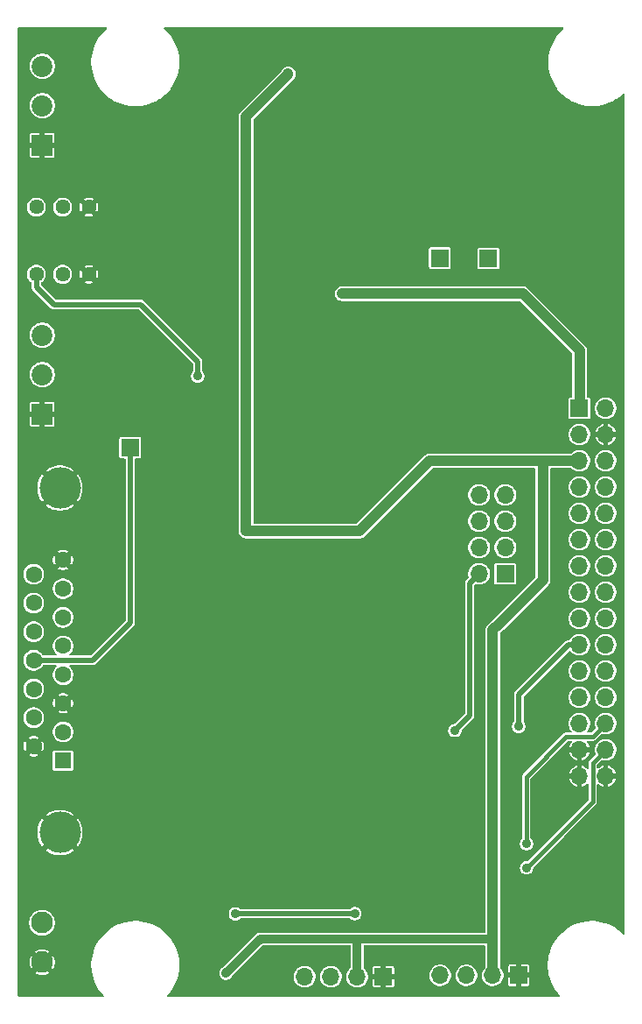
<source format=gbr>
%TF.GenerationSoftware,KiCad,Pcbnew,9.0.6*%
%TF.CreationDate,2025-11-25T17:06:26+11:00*%
%TF.ProjectId,v8_equip_analog_RVR,76385f65-7175-4697-905f-616e616c6f67,rev?*%
%TF.SameCoordinates,Original*%
%TF.FileFunction,Copper,L2,Bot*%
%TF.FilePolarity,Positive*%
%FSLAX46Y46*%
G04 Gerber Fmt 4.6, Leading zero omitted, Abs format (unit mm)*
G04 Created by KiCad (PCBNEW 9.0.6) date 2025-11-25 17:06:26*
%MOMM*%
%LPD*%
G01*
G04 APERTURE LIST*
%TA.AperFunction,ComponentPad*%
%ADD10C,4.000000*%
%TD*%
%TA.AperFunction,ComponentPad*%
%ADD11R,1.600000X1.600000*%
%TD*%
%TA.AperFunction,ComponentPad*%
%ADD12C,1.600000*%
%TD*%
%TA.AperFunction,ComponentPad*%
%ADD13R,2.025000X2.025000*%
%TD*%
%TA.AperFunction,ComponentPad*%
%ADD14C,2.025000*%
%TD*%
%TA.AperFunction,ComponentPad*%
%ADD15C,1.440000*%
%TD*%
%TA.AperFunction,ComponentPad*%
%ADD16R,1.700000X1.700000*%
%TD*%
%TA.AperFunction,ComponentPad*%
%ADD17O,1.700000X1.700000*%
%TD*%
%TA.AperFunction,ComponentPad*%
%ADD18C,2.100000*%
%TD*%
%TA.AperFunction,ViaPad*%
%ADD19C,0.889000*%
%TD*%
%TA.AperFunction,Conductor*%
%ADD20C,1.016000*%
%TD*%
%TA.AperFunction,Conductor*%
%ADD21C,0.812800*%
%TD*%
%TA.AperFunction,Conductor*%
%ADD22C,0.406400*%
%TD*%
%TA.AperFunction,Conductor*%
%ADD23C,0.508000*%
%TD*%
G04 APERTURE END LIST*
D10*
%TO.P,J3,0,PAD*%
%TO.N,GND*%
X4700000Y-45155000D03*
X4700000Y-78455000D03*
D11*
%TO.P,J3,1,1*%
%TO.N,TX:Interlock*%
X5000000Y-71500000D03*
D12*
%TO.P,J3,2,2*%
%TO.N,TX:AGC_FWD*%
X5000000Y-68730000D03*
%TO.P,J3,3,3*%
%TO.N,GND*%
X5000000Y-65960000D03*
%TO.P,J3,4,4*%
%TO.N,SDA_X*%
X5000000Y-63190000D03*
%TO.P,J3,5,5*%
%TO.N,TX:VPA*%
X5000000Y-60420000D03*
%TO.P,J3,6,6*%
%TO.N,TX:FWD*%
X5000000Y-57650000D03*
%TO.P,J3,7,7*%
%TO.N,TX:P_Good_OC*%
X5000000Y-54880000D03*
%TO.P,J3,8,8*%
%TO.N,GND*%
X5000000Y-52110000D03*
%TO.P,J3,9,P9*%
X2160000Y-70115000D03*
%TO.P,J3,10,P10*%
%TO.N,TX:AGC_RFL*%
X2160000Y-67345000D03*
%TO.P,J3,11,P111*%
%TO.N,SCL_X*%
X2160000Y-64575000D03*
%TO.P,J3,12,P12*%
%TO.N,TX:IPA*%
X2160000Y-61805000D03*
%TO.P,J3,13,P13*%
%TO.N,TX:RFL*%
X2160000Y-59035000D03*
%TO.P,J3,14,P14*%
%TO.N,TX:ON*%
X2160000Y-56265000D03*
%TO.P,J3,15,P15*%
%TO.N,TX:OFF*%
X2160000Y-53495000D03*
%TD*%
D13*
%TO.P,J6,1,Pin_1*%
%TO.N,GND*%
X3000000Y-12000000D03*
D14*
%TO.P,J6,2,Pin_2*%
%TO.N,/A0-*%
X3000000Y-8190000D03*
%TO.P,J6,3,Pin_3*%
%TO.N,/A0+*%
X3000000Y-4380000D03*
%TD*%
D15*
%TO.P,RV1,1,1*%
%TO.N,GND*%
X7500000Y-18000000D03*
%TO.P,RV1,2,2*%
%TO.N,Net-(U1A-+)*%
X4960000Y-18000000D03*
%TO.P,RV1,3,3*%
%TO.N,Net-(C12-Pad1)*%
X2420000Y-18000000D03*
%TD*%
D16*
%TO.P,J1,1,Pin_1*%
%TO.N,+5V*%
X54991000Y-37439600D03*
D17*
%TO.P,J1,2,Pin_2*%
X57531000Y-37439600D03*
%TO.P,J1,3,Pin_3*%
X54991000Y-39979600D03*
%TO.P,J1,4,Pin_4*%
%TO.N,GND*%
X57531000Y-39979600D03*
%TO.P,J1,5,Pin_5*%
%TO.N,+3V3*%
X54991000Y-42519600D03*
%TO.P,J1,6,Pin_6*%
%TO.N,/GP15*%
X57531000Y-42519600D03*
%TO.P,J1,7,Pin_7*%
%TO.N,/GP16*%
X54991000Y-45059600D03*
%TO.P,J1,8,Pin_8*%
%TO.N,/GP14*%
X57531000Y-45059600D03*
%TO.P,J1,9,Pin_9*%
%TO.N,/GP17*%
X54991000Y-47599600D03*
%TO.P,J1,10,Pin_10*%
%TO.N,/GP13*%
X57531000Y-47599600D03*
%TO.P,J1,11,Pin_11*%
%TO.N,/GP18*%
X54991000Y-50139600D03*
%TO.P,J1,12,Pin_12*%
%TO.N,/GP12*%
X57531000Y-50139600D03*
%TO.P,J1,13,Pin_13*%
%TO.N,/GP19*%
X54991000Y-52679600D03*
%TO.P,J1,14,Pin_14*%
%TO.N,/GP11*%
X57531000Y-52679600D03*
%TO.P,J1,15,Pin_15*%
%TO.N,/GP20*%
X54991000Y-55219600D03*
%TO.P,J1,16,Pin_16*%
%TO.N,/GP10*%
X57531000Y-55219600D03*
%TO.P,J1,17,Pin_17*%
%TO.N,/GP21*%
X54991000Y-57759600D03*
%TO.P,J1,18,Pin_18*%
%TO.N,/GP9*%
X57531000Y-57759600D03*
%TO.P,J1,19,Pin_19*%
%TO.N,/MOSI*%
X54991000Y-60299600D03*
%TO.P,J1,20,Pin_20*%
%TO.N,/GP8*%
X57531000Y-60299600D03*
%TO.P,J1,21,Pin_21*%
%TO.N,/SCK*%
X54991000Y-62839600D03*
%TO.P,J1,22,Pin_22*%
%TO.N,/GP7*%
X57531000Y-62839600D03*
%TO.P,J1,23,Pin_23*%
%TO.N,/GP1*%
X54991000Y-65379600D03*
%TO.P,J1,24,Pin_24*%
%TO.N,/GP6*%
X57531000Y-65379600D03*
%TO.P,J1,25,Pin_25*%
%TO.N,/MISO*%
X54991000Y-67919600D03*
%TO.P,J1,26,Pin_26*%
%TO.N,/GP5*%
X57531000Y-67919600D03*
%TO.P,J1,27,Pin_27*%
%TO.N,GND*%
X54991000Y-70459600D03*
%TO.P,J1,28,Pin_28*%
%TO.N,/GP4*%
X57531000Y-70459600D03*
%TO.P,J1,29,Pin_29*%
%TO.N,GND*%
X54991000Y-72999600D03*
%TO.P,J1,30,Pin_30*%
X57531000Y-72999600D03*
%TD*%
D16*
%TO.P,J2,1,Pin_1*%
%TO.N,TX:IPA*%
X11506200Y-41249600D03*
%TD*%
D18*
%TO.P,J4,1,Pin_1*%
%TO.N,GND*%
X2971800Y-90982800D03*
%TO.P,J4,2,Pin_2*%
%TO.N,/A7*%
X2971800Y-87172800D03*
%TD*%
D16*
%TO.P,J5,1,Pin_1*%
%TO.N,/GP21*%
X47802800Y-53441600D03*
D17*
%TO.P,J5,2,Pin_2*%
%TO.N,/CS!*%
X45262800Y-53441600D03*
%TO.P,J5,3,Pin_3*%
%TO.N,/GP20*%
X47802800Y-50901600D03*
%TO.P,J5,4,Pin_4*%
%TO.N,/CS!*%
X45262800Y-50901600D03*
%TO.P,J5,5,Pin_5*%
%TO.N,/GP19*%
X47802800Y-48361600D03*
%TO.P,J5,6,Pin_6*%
%TO.N,/CS!*%
X45262800Y-48361600D03*
%TO.P,J5,7,Pin_7*%
%TO.N,/GP18*%
X47802800Y-45821600D03*
%TO.P,J5,8,Pin_8*%
%TO.N,/CS!*%
X45262800Y-45821600D03*
%TD*%
D16*
%TO.P,J7,1,Pin_1*%
%TO.N,/IN0*%
X46177200Y-22961600D03*
%TD*%
%TO.P,J9,1,Pin_1*%
%TO.N,/IN1*%
X41478200Y-22936200D03*
%TD*%
D15*
%TO.P,RV2,1,1*%
%TO.N,GND*%
X7500000Y-24500000D03*
%TO.P,RV2,2,2*%
%TO.N,Net-(U1B-+)*%
X4960000Y-24500000D03*
%TO.P,RV2,3,3*%
%TO.N,Net-(C19-Pad1)*%
X2420000Y-24500000D03*
%TD*%
D13*
%TO.P,J8,1,Pin_1*%
%TO.N,GND*%
X3000000Y-38000000D03*
D14*
%TO.P,J8,2,Pin_2*%
%TO.N,/A1-*%
X3000000Y-34190000D03*
%TO.P,J8,3,Pin_3*%
%TO.N,/A1+*%
X3000000Y-30380000D03*
%TD*%
D16*
%TO.P,CON1,1,Pin_1*%
%TO.N,GND*%
X49123600Y-92252800D03*
D17*
%TO.P,CON1,2,Pin_2*%
%TO.N,+3V3*%
X46583600Y-92252800D03*
%TO.P,CON1,3,Pin_3*%
%TO.N,/GP4*%
X44043600Y-92252800D03*
%TO.P,CON1,4,Pin_4*%
%TO.N,/GP5*%
X41503600Y-92252800D03*
%TD*%
D16*
%TO.P,CON3,1,Pin_1*%
%TO.N,GND*%
X36017200Y-92379800D03*
D17*
%TO.P,CON3,2,Pin_2*%
%TO.N,+3V3*%
X33477200Y-92379800D03*
%TO.P,CON3,3,Pin_3*%
%TO.N,/GP6*%
X30937200Y-92379800D03*
%TO.P,CON3,4,Pin_4*%
%TO.N,/GP7*%
X28397200Y-92379800D03*
%TD*%
D19*
%TO.N,GND*%
X26720800Y-12598400D03*
X25857200Y-35001200D03*
X28371800Y-69900800D03*
X28371800Y-81280000D03*
X42926000Y-72771000D03*
X53619400Y-19050000D03*
X28295600Y-57556400D03*
X28422600Y-46761400D03*
X17602200Y-13182600D03*
X49123600Y-70332600D03*
X42951400Y-75285600D03*
X39522400Y-10033000D03*
X14300200Y-34671000D03*
X51816000Y-59817000D03*
X54127400Y-86563200D03*
X45974000Y-56159400D03*
X36931600Y-23596600D03*
X28346400Y-76301600D03*
X42799000Y-56108600D03*
X12065000Y-84302600D03*
X20396200Y-14935200D03*
X36728400Y-40741600D03*
X19380200Y-29464000D03*
X24663400Y-23596600D03*
X28346400Y-63474600D03*
X38430200Y-83896200D03*
X36931600Y-29438600D03*
X42875200Y-63550800D03*
%TO.N,+3V3*%
X26797000Y-5105400D03*
X20777200Y-92049600D03*
X47218600Y-58267600D03*
X22707600Y-39014400D03*
X22707600Y-49301400D03*
%TO.N,+5V*%
X32029400Y-26365200D03*
%TO.N,/GP5*%
X49860200Y-79526000D03*
%TO.N,/GP4*%
X49860200Y-81864200D03*
%TO.N,/MOSI*%
X49098200Y-68199000D03*
%TO.N,/GP6*%
X33248600Y-86283800D03*
X21691600Y-86309200D03*
%TO.N,/CS!*%
X42926000Y-68580000D03*
%TO.N,Net-(C19-Pad1)*%
X18034000Y-34340800D03*
%TD*%
D20*
%TO.N,+3V3*%
X22707600Y-49301400D02*
X22707600Y-9245600D01*
X40487600Y-42519600D02*
X54997400Y-42519600D01*
X51460400Y-42570400D02*
X51485800Y-42545000D01*
D21*
X33477200Y-88722200D02*
X33477200Y-92379800D01*
D20*
X26797000Y-5156200D02*
X26797000Y-5105400D01*
X47244000Y-58267600D02*
X51460400Y-54051200D01*
X22707600Y-49301400D02*
X33705800Y-49301400D01*
X47218600Y-58267600D02*
X47244000Y-58267600D01*
D21*
X46609000Y-88696800D02*
X46583600Y-88722200D01*
D20*
X22707600Y-9245600D02*
X26797000Y-5156200D01*
D21*
X24104600Y-88722200D02*
X20777200Y-92049600D01*
D20*
X46609000Y-58877200D02*
X47218600Y-58267600D01*
X46583600Y-88722200D02*
X46583600Y-92252800D01*
X33705800Y-49301400D02*
X40487600Y-42519600D01*
X46609000Y-88696800D02*
X46609000Y-58877200D01*
D21*
X46583600Y-88722200D02*
X24104600Y-88722200D01*
D20*
X51460400Y-54051200D02*
X51460400Y-42570400D01*
%TO.N,+5V*%
X55000000Y-37430600D02*
X54991000Y-37439600D01*
X49530000Y-26365200D02*
X55000000Y-31835200D01*
X32029400Y-26365200D02*
X49530000Y-26365200D01*
X55000000Y-31835200D02*
X55000000Y-37430600D01*
D22*
%TO.N,/GP5*%
X56272600Y-69189600D02*
X57540000Y-67922200D01*
X49834800Y-79500600D02*
X49834800Y-73050400D01*
X53695600Y-69189600D02*
X56272600Y-69189600D01*
X49834800Y-73050400D02*
X53695600Y-69189600D01*
X49860200Y-79526000D02*
X49834800Y-79500600D01*
%TO.N,/GP4*%
X56272600Y-71729600D02*
X57540000Y-70462200D01*
X49860200Y-81864200D02*
X56272600Y-75451800D01*
X56272600Y-75451800D02*
X56272600Y-71729600D01*
D23*
%TO.N,/MOSI*%
X49098200Y-68199000D02*
X49123600Y-68173600D01*
X53921600Y-60302200D02*
X55000000Y-60302200D01*
X49123600Y-68173600D02*
X49123600Y-65100200D01*
X49123600Y-65100200D02*
X53921600Y-60302200D01*
%TO.N,/GP6*%
X21691600Y-86309200D02*
X21717000Y-86283800D01*
X21717000Y-86283800D02*
X33248600Y-86283800D01*
%TO.N,/CS!*%
X44373800Y-54330600D02*
X45262800Y-53441600D01*
X42926000Y-68580000D02*
X44373800Y-67132200D01*
X44373800Y-67132200D02*
X44373800Y-54330600D01*
%TO.N,TX:IPA*%
X2160000Y-61805000D02*
X7841800Y-61805000D01*
X7841800Y-61805000D02*
X11506200Y-58140600D01*
X11506200Y-58140600D02*
X11506200Y-41249600D01*
%TO.N,Net-(C19-Pad1)*%
X2420000Y-25711800D02*
X4114800Y-27406600D01*
X4114800Y-27406600D02*
X12522200Y-27406600D01*
X18034000Y-32918400D02*
X18034000Y-34315400D01*
X12522200Y-27406600D02*
X18034000Y-32918400D01*
X2420000Y-24500000D02*
X2420000Y-25711800D01*
%TD*%
%TA.AperFunction,Conductor*%
%TO.N,GND*%
G36*
X9196398Y-638265D02*
G01*
X9226462Y-690336D01*
X9216021Y-749550D01*
X9196398Y-772935D01*
X9118871Y-837988D01*
X9118866Y-837992D01*
X8855792Y-1101066D01*
X8855788Y-1101071D01*
X8616654Y-1386058D01*
X8616649Y-1386065D01*
X8403261Y-1690813D01*
X8217237Y-2013016D01*
X8217232Y-2013027D01*
X8060010Y-2350190D01*
X8060007Y-2350198D01*
X7932762Y-2699801D01*
X7836468Y-3059171D01*
X7771866Y-3425547D01*
X7771865Y-3425553D01*
X7771865Y-3425556D01*
X7739440Y-3796180D01*
X7739440Y-4168220D01*
X7766501Y-4477537D01*
X7771866Y-4538852D01*
X7835324Y-4898738D01*
X7836469Y-4905232D01*
X7932761Y-5264596D01*
X8057693Y-5607842D01*
X8060007Y-5614201D01*
X8060010Y-5614209D01*
X8217232Y-5951372D01*
X8217237Y-5951383D01*
X8403261Y-6273586D01*
X8573971Y-6517384D01*
X8616650Y-6578336D01*
X8855793Y-6863335D01*
X9118865Y-7126407D01*
X9403864Y-7365550D01*
X9510448Y-7440181D01*
X9708613Y-7578938D01*
X9708622Y-7578943D01*
X10030818Y-7764963D01*
X10368001Y-7922194D01*
X10717604Y-8049439D01*
X11076968Y-8145731D01*
X11443356Y-8210335D01*
X11813980Y-8242760D01*
X11813984Y-8242760D01*
X12186016Y-8242760D01*
X12186020Y-8242760D01*
X12556644Y-8210335D01*
X12923032Y-8145731D01*
X13282396Y-8049439D01*
X13631999Y-7922194D01*
X13969182Y-7764963D01*
X14291378Y-7578943D01*
X14291381Y-7578940D01*
X14291386Y-7578938D01*
X14382966Y-7514812D01*
X14596136Y-7365550D01*
X14881135Y-7126407D01*
X15144207Y-6863335D01*
X15383350Y-6578336D01*
X15532612Y-6365166D01*
X15596738Y-6273586D01*
X15782762Y-5951383D01*
X15782763Y-5951382D01*
X15939994Y-5614199D01*
X16067239Y-5264596D01*
X16163531Y-4905232D01*
X16228135Y-4538844D01*
X16260560Y-4168220D01*
X16260560Y-3796180D01*
X16228135Y-3425556D01*
X16163531Y-3059168D01*
X16067239Y-2699804D01*
X15939994Y-2350201D01*
X15782763Y-2013018D01*
X15596743Y-1690822D01*
X15596738Y-1690813D01*
X15457981Y-1492648D01*
X15383350Y-1386064D01*
X15144207Y-1101065D01*
X14881135Y-837993D01*
X14803601Y-772934D01*
X14773538Y-720863D01*
X14783980Y-661650D01*
X14830040Y-623001D01*
X14860103Y-617700D01*
X53375497Y-617700D01*
X53431998Y-638265D01*
X53462062Y-690336D01*
X53451621Y-749550D01*
X53431998Y-772935D01*
X53354471Y-837988D01*
X53354466Y-837992D01*
X53091392Y-1101066D01*
X53091388Y-1101071D01*
X52852254Y-1386058D01*
X52852249Y-1386065D01*
X52638861Y-1690813D01*
X52452837Y-2013016D01*
X52452832Y-2013027D01*
X52295610Y-2350190D01*
X52295607Y-2350198D01*
X52168362Y-2699801D01*
X52072068Y-3059171D01*
X52007466Y-3425547D01*
X52007465Y-3425553D01*
X52007465Y-3425556D01*
X51975040Y-3796180D01*
X51975040Y-4168220D01*
X52002101Y-4477537D01*
X52007466Y-4538852D01*
X52070924Y-4898738D01*
X52072069Y-4905232D01*
X52168361Y-5264596D01*
X52293293Y-5607842D01*
X52295607Y-5614201D01*
X52295610Y-5614209D01*
X52452832Y-5951372D01*
X52452837Y-5951383D01*
X52638861Y-6273586D01*
X52809571Y-6517384D01*
X52852250Y-6578336D01*
X53091393Y-6863335D01*
X53354465Y-7126407D01*
X53639464Y-7365550D01*
X53746048Y-7440181D01*
X53944213Y-7578938D01*
X53944222Y-7578943D01*
X54266418Y-7764963D01*
X54603601Y-7922194D01*
X54953204Y-8049439D01*
X55312568Y-8145731D01*
X55678956Y-8210335D01*
X56049580Y-8242760D01*
X56049584Y-8242760D01*
X56421616Y-8242760D01*
X56421620Y-8242760D01*
X56792244Y-8210335D01*
X57158632Y-8145731D01*
X57517996Y-8049439D01*
X57867599Y-7922194D01*
X58204782Y-7764963D01*
X58526978Y-7578943D01*
X58526981Y-7578940D01*
X58526986Y-7578938D01*
X58618566Y-7514812D01*
X58831736Y-7365550D01*
X59116735Y-7126407D01*
X59214446Y-7028695D01*
X59268939Y-7003285D01*
X59327017Y-7018848D01*
X59361505Y-7068101D01*
X59364500Y-7090851D01*
X59364500Y-88204348D01*
X59343935Y-88260849D01*
X59291864Y-88290913D01*
X59232650Y-88280472D01*
X59214446Y-88266503D01*
X59065945Y-88118003D01*
X59065935Y-88117993D01*
X58780936Y-87878850D01*
X58708607Y-87828205D01*
X58476186Y-87665461D01*
X58153983Y-87479437D01*
X58153972Y-87479432D01*
X57816809Y-87322210D01*
X57816801Y-87322207D01*
X57816799Y-87322206D01*
X57467196Y-87194961D01*
X57107832Y-87098669D01*
X57107831Y-87098668D01*
X57107828Y-87098668D01*
X56741452Y-87034066D01*
X56741447Y-87034065D01*
X56741444Y-87034065D01*
X56370820Y-87001640D01*
X55998780Y-87001640D01*
X55998779Y-87001640D01*
X55890729Y-87011093D01*
X55628156Y-87034065D01*
X55628153Y-87034065D01*
X55628147Y-87034066D01*
X55261771Y-87098668D01*
X55082086Y-87146815D01*
X54902404Y-87194961D01*
X54902401Y-87194961D01*
X54902401Y-87194962D01*
X54552798Y-87322207D01*
X54552790Y-87322210D01*
X54215627Y-87479432D01*
X54215616Y-87479437D01*
X53893413Y-87665461D01*
X53588665Y-87878849D01*
X53588658Y-87878854D01*
X53303671Y-88117988D01*
X53303666Y-88117992D01*
X53040592Y-88381066D01*
X53040588Y-88381071D01*
X52801454Y-88666058D01*
X52801449Y-88666065D01*
X52588061Y-88970813D01*
X52402037Y-89293016D01*
X52402032Y-89293027D01*
X52244810Y-89630190D01*
X52244807Y-89630198D01*
X52117562Y-89979801D01*
X52021268Y-90339171D01*
X51956666Y-90705547D01*
X51956665Y-90705553D01*
X51956665Y-90705556D01*
X51924240Y-91076180D01*
X51924240Y-91448220D01*
X51942508Y-91657032D01*
X51956666Y-91818852D01*
X52021268Y-92185228D01*
X52021269Y-92185232D01*
X52117561Y-92544596D01*
X52203205Y-92779899D01*
X52244807Y-92894201D01*
X52244810Y-92894209D01*
X52402032Y-93231372D01*
X52402037Y-93231383D01*
X52588061Y-93553586D01*
X52758771Y-93797384D01*
X52801450Y-93858336D01*
X53040593Y-94143335D01*
X53093904Y-94196646D01*
X53119315Y-94251139D01*
X53103752Y-94309217D01*
X53054499Y-94343705D01*
X53031749Y-94346700D01*
X15153051Y-94346700D01*
X15096550Y-94326135D01*
X15066486Y-94274064D01*
X15076927Y-94214850D01*
X15090892Y-94196649D01*
X15144207Y-94143335D01*
X15383350Y-93858336D01*
X15532612Y-93645166D01*
X15596738Y-93553586D01*
X15596743Y-93553578D01*
X15782763Y-93231382D01*
X15939994Y-92894199D01*
X16067239Y-92544596D01*
X16163531Y-92185232D01*
X16198648Y-91986073D01*
X20132200Y-91986073D01*
X20132200Y-92113127D01*
X20138354Y-92144066D01*
X20156985Y-92237736D01*
X20156987Y-92237740D01*
X20205606Y-92355119D01*
X20205607Y-92355120D01*
X20205608Y-92355122D01*
X20276196Y-92460764D01*
X20366036Y-92550604D01*
X20471678Y-92621192D01*
X20589060Y-92669813D01*
X20589061Y-92669813D01*
X20589063Y-92669814D01*
X20651792Y-92682291D01*
X20713673Y-92694600D01*
X20713675Y-92694600D01*
X20840725Y-92694600D01*
X20840727Y-92694600D01*
X20923048Y-92678225D01*
X20965336Y-92669814D01*
X20965336Y-92669813D01*
X20965340Y-92669813D01*
X21082722Y-92621192D01*
X21188364Y-92550604D01*
X21278204Y-92460764D01*
X21348792Y-92355122D01*
X21355413Y-92339134D01*
X21356838Y-92337002D01*
X21356959Y-92335623D01*
X21374465Y-92310619D01*
X21408748Y-92276336D01*
X27346700Y-92276336D01*
X27346700Y-92483263D01*
X27387067Y-92686211D01*
X27387069Y-92686216D01*
X27387070Y-92686220D01*
X27466259Y-92877398D01*
X27466260Y-92877400D01*
X27466261Y-92877401D01*
X27581219Y-93049450D01*
X27581220Y-93049451D01*
X27581223Y-93049455D01*
X27727545Y-93195777D01*
X27727548Y-93195779D01*
X27727549Y-93195780D01*
X27804667Y-93247308D01*
X27899602Y-93310741D01*
X28090780Y-93389930D01*
X28090785Y-93389931D01*
X28090788Y-93389932D01*
X28193632Y-93410388D01*
X28293735Y-93430300D01*
X28293737Y-93430300D01*
X28500663Y-93430300D01*
X28500665Y-93430300D01*
X28666654Y-93397283D01*
X28703611Y-93389932D01*
X28703612Y-93389931D01*
X28703620Y-93389930D01*
X28894798Y-93310741D01*
X29066855Y-93195777D01*
X29213177Y-93049455D01*
X29328141Y-92877398D01*
X29407330Y-92686220D01*
X29447700Y-92483265D01*
X29447700Y-92276336D01*
X29886700Y-92276336D01*
X29886700Y-92483263D01*
X29927067Y-92686211D01*
X29927069Y-92686216D01*
X29927070Y-92686220D01*
X30006259Y-92877398D01*
X30006260Y-92877400D01*
X30006261Y-92877401D01*
X30121219Y-93049450D01*
X30121220Y-93049451D01*
X30121223Y-93049455D01*
X30267545Y-93195777D01*
X30267548Y-93195779D01*
X30267549Y-93195780D01*
X30344667Y-93247308D01*
X30439602Y-93310741D01*
X30630780Y-93389930D01*
X30630785Y-93389931D01*
X30630788Y-93389932D01*
X30733632Y-93410388D01*
X30833735Y-93430300D01*
X30833737Y-93430300D01*
X31040663Y-93430300D01*
X31040665Y-93430300D01*
X31206654Y-93397283D01*
X31243611Y-93389932D01*
X31243612Y-93389931D01*
X31243620Y-93389930D01*
X31434798Y-93310741D01*
X31606855Y-93195777D01*
X31753177Y-93049455D01*
X31868141Y-92877398D01*
X31947330Y-92686220D01*
X31987700Y-92483265D01*
X31987700Y-92276335D01*
X31968611Y-92180369D01*
X31947332Y-92073388D01*
X31947331Y-92073385D01*
X31947330Y-92073380D01*
X31868141Y-91882202D01*
X31781678Y-91752800D01*
X31753180Y-91710149D01*
X31753179Y-91710148D01*
X31753177Y-91710145D01*
X31606855Y-91563823D01*
X31606851Y-91563820D01*
X31606850Y-91563819D01*
X31434801Y-91448861D01*
X31434800Y-91448860D01*
X31434798Y-91448859D01*
X31243620Y-91369670D01*
X31243616Y-91369669D01*
X31243611Y-91369667D01*
X31090884Y-91339289D01*
X31040665Y-91329300D01*
X30833735Y-91329300D01*
X30798272Y-91336354D01*
X30630788Y-91369667D01*
X30630783Y-91369669D01*
X30630781Y-91369669D01*
X30630780Y-91369670D01*
X30439602Y-91448859D01*
X30439600Y-91448859D01*
X30439598Y-91448861D01*
X30267549Y-91563819D01*
X30121219Y-91710149D01*
X30006261Y-91882198D01*
X30006259Y-91882200D01*
X30006259Y-91882202D01*
X29932692Y-92059807D01*
X29927069Y-92073383D01*
X29927067Y-92073388D01*
X29886700Y-92276336D01*
X29447700Y-92276336D01*
X29447700Y-92276335D01*
X29428611Y-92180369D01*
X29407332Y-92073388D01*
X29407331Y-92073385D01*
X29407330Y-92073380D01*
X29328141Y-91882202D01*
X29241678Y-91752800D01*
X29213180Y-91710149D01*
X29213179Y-91710148D01*
X29213177Y-91710145D01*
X29066855Y-91563823D01*
X29066851Y-91563820D01*
X29066850Y-91563819D01*
X28894801Y-91448861D01*
X28894800Y-91448860D01*
X28894798Y-91448859D01*
X28703620Y-91369670D01*
X28703616Y-91369669D01*
X28703611Y-91369667D01*
X28550884Y-91339289D01*
X28500665Y-91329300D01*
X28293735Y-91329300D01*
X28258272Y-91336354D01*
X28090788Y-91369667D01*
X28090783Y-91369669D01*
X28090781Y-91369669D01*
X28090780Y-91369670D01*
X27899602Y-91448859D01*
X27899600Y-91448859D01*
X27899598Y-91448861D01*
X27727549Y-91563819D01*
X27581219Y-91710149D01*
X27466261Y-91882198D01*
X27466259Y-91882200D01*
X27466259Y-91882202D01*
X27392692Y-92059807D01*
X27387069Y-92073383D01*
X27387067Y-92073388D01*
X27346700Y-92276336D01*
X21408748Y-92276336D01*
X24330241Y-89354845D01*
X24384735Y-89329434D01*
X24392396Y-89329100D01*
X32782400Y-89329100D01*
X32838901Y-89349665D01*
X32868965Y-89401736D01*
X32870300Y-89417000D01*
X32870300Y-91474907D01*
X32849735Y-91531408D01*
X32831237Y-91547992D01*
X32807546Y-91563822D01*
X32661219Y-91710149D01*
X32546261Y-91882198D01*
X32546259Y-91882200D01*
X32546259Y-91882202D01*
X32472692Y-92059807D01*
X32467069Y-92073383D01*
X32467067Y-92073388D01*
X32426700Y-92276336D01*
X32426700Y-92483263D01*
X32467067Y-92686211D01*
X32467069Y-92686216D01*
X32467070Y-92686220D01*
X32546259Y-92877398D01*
X32546260Y-92877400D01*
X32546261Y-92877401D01*
X32661219Y-93049450D01*
X32661220Y-93049451D01*
X32661223Y-93049455D01*
X32807545Y-93195777D01*
X32807548Y-93195779D01*
X32807549Y-93195780D01*
X32884667Y-93247308D01*
X32979602Y-93310741D01*
X33170780Y-93389930D01*
X33170785Y-93389931D01*
X33170788Y-93389932D01*
X33273632Y-93410388D01*
X33373735Y-93430300D01*
X33373737Y-93430300D01*
X33580663Y-93430300D01*
X33580665Y-93430300D01*
X33746654Y-93397283D01*
X33783611Y-93389932D01*
X33783612Y-93389931D01*
X33783620Y-93389930D01*
X33974798Y-93310741D01*
X34146855Y-93195777D01*
X34293177Y-93049455D01*
X34408141Y-92877398D01*
X34487330Y-92686220D01*
X34487332Y-92686211D01*
X34509206Y-92576243D01*
X34527700Y-92483263D01*
X34527700Y-92276336D01*
X34487332Y-92073388D01*
X34487331Y-92073385D01*
X34487330Y-92073380D01*
X34408141Y-91882202D01*
X34321678Y-91752800D01*
X34293180Y-91710149D01*
X34293179Y-91710148D01*
X34293177Y-91710145D01*
X34146855Y-91563823D01*
X34120874Y-91546462D01*
X34118663Y-91544775D01*
X34103852Y-91521653D01*
X34096985Y-91512287D01*
X34989400Y-91512287D01*
X34989400Y-92129799D01*
X34989401Y-92129800D01*
X35584188Y-92129800D01*
X35551275Y-92186807D01*
X35517200Y-92313974D01*
X35517200Y-92445626D01*
X35551275Y-92572793D01*
X35584188Y-92629800D01*
X34989402Y-92629800D01*
X34989401Y-92629801D01*
X34989401Y-93247308D01*
X34999716Y-93299175D01*
X35039011Y-93357982D01*
X35039017Y-93357988D01*
X35097824Y-93397283D01*
X35149687Y-93407599D01*
X35767198Y-93407599D01*
X35767200Y-93407598D01*
X35767200Y-92812812D01*
X35824207Y-92845725D01*
X35951374Y-92879800D01*
X36083026Y-92879800D01*
X36210193Y-92845725D01*
X36267200Y-92812812D01*
X36267200Y-93407598D01*
X36267201Y-93407599D01*
X36884709Y-93407599D01*
X36936575Y-93397283D01*
X36995382Y-93357988D01*
X36995388Y-93357982D01*
X37034683Y-93299175D01*
X37045000Y-93247312D01*
X37045000Y-92629801D01*
X37044999Y-92629800D01*
X36450212Y-92629800D01*
X36483125Y-92572793D01*
X36517200Y-92445626D01*
X36517200Y-92313974D01*
X36483125Y-92186807D01*
X36461491Y-92149336D01*
X40453100Y-92149336D01*
X40453100Y-92356263D01*
X40493467Y-92559211D01*
X40493469Y-92559216D01*
X40493470Y-92559220D01*
X40572659Y-92750398D01*
X40572660Y-92750400D01*
X40572661Y-92750401D01*
X40687619Y-92922450D01*
X40687620Y-92922451D01*
X40687623Y-92922455D01*
X40833945Y-93068777D01*
X41006002Y-93183741D01*
X41197180Y-93262930D01*
X41197185Y-93262931D01*
X41197188Y-93262932D01*
X41300032Y-93283388D01*
X41400135Y-93303300D01*
X41400137Y-93303300D01*
X41607063Y-93303300D01*
X41607065Y-93303300D01*
X41773054Y-93270283D01*
X41810011Y-93262932D01*
X41810012Y-93262931D01*
X41810020Y-93262930D01*
X42001198Y-93183741D01*
X42173255Y-93068777D01*
X42319577Y-92922455D01*
X42434541Y-92750398D01*
X42513730Y-92559220D01*
X42516639Y-92544598D01*
X42554100Y-92356263D01*
X42554100Y-92149336D01*
X42993100Y-92149336D01*
X42993100Y-92356263D01*
X43033467Y-92559211D01*
X43033469Y-92559216D01*
X43033470Y-92559220D01*
X43112659Y-92750398D01*
X43112660Y-92750400D01*
X43112661Y-92750401D01*
X43227619Y-92922450D01*
X43227620Y-92922451D01*
X43227623Y-92922455D01*
X43373945Y-93068777D01*
X43546002Y-93183741D01*
X43737180Y-93262930D01*
X43737185Y-93262931D01*
X43737188Y-93262932D01*
X43840032Y-93283388D01*
X43940135Y-93303300D01*
X43940137Y-93303300D01*
X44147063Y-93303300D01*
X44147065Y-93303300D01*
X44313054Y-93270283D01*
X44350011Y-93262932D01*
X44350012Y-93262931D01*
X44350020Y-93262930D01*
X44541198Y-93183741D01*
X44713255Y-93068777D01*
X44859577Y-92922455D01*
X44974541Y-92750398D01*
X45053730Y-92559220D01*
X45056639Y-92544598D01*
X45094100Y-92356263D01*
X45094100Y-92149336D01*
X45053732Y-91946388D01*
X45053731Y-91946385D01*
X45053730Y-91946380D01*
X44974541Y-91755202D01*
X44888422Y-91626315D01*
X44859580Y-91583149D01*
X44859579Y-91583148D01*
X44859577Y-91583145D01*
X44713255Y-91436823D01*
X44713251Y-91436820D01*
X44713250Y-91436819D01*
X44541201Y-91321861D01*
X44541200Y-91321860D01*
X44541198Y-91321859D01*
X44350020Y-91242670D01*
X44350016Y-91242669D01*
X44350011Y-91242667D01*
X44197284Y-91212289D01*
X44147065Y-91202300D01*
X43940135Y-91202300D01*
X43895444Y-91211189D01*
X43737188Y-91242667D01*
X43737183Y-91242669D01*
X43737181Y-91242669D01*
X43737180Y-91242670D01*
X43546002Y-91321859D01*
X43546000Y-91321859D01*
X43545998Y-91321861D01*
X43373949Y-91436819D01*
X43227619Y-91583149D01*
X43112661Y-91755198D01*
X43112659Y-91755200D01*
X43112659Y-91755202D01*
X43068644Y-91861463D01*
X43033469Y-91946383D01*
X43033467Y-91946388D01*
X42993100Y-92149336D01*
X42554100Y-92149336D01*
X42513732Y-91946388D01*
X42513731Y-91946385D01*
X42513730Y-91946380D01*
X42434541Y-91755202D01*
X42348422Y-91626315D01*
X42319580Y-91583149D01*
X42319579Y-91583148D01*
X42319577Y-91583145D01*
X42173255Y-91436823D01*
X42173251Y-91436820D01*
X42173250Y-91436819D01*
X42001201Y-91321861D01*
X42001200Y-91321860D01*
X42001198Y-91321859D01*
X41810020Y-91242670D01*
X41810016Y-91242669D01*
X41810011Y-91242667D01*
X41657284Y-91212289D01*
X41607065Y-91202300D01*
X41400135Y-91202300D01*
X41355444Y-91211189D01*
X41197188Y-91242667D01*
X41197183Y-91242669D01*
X41197181Y-91242669D01*
X41197180Y-91242670D01*
X41006002Y-91321859D01*
X41006000Y-91321859D01*
X41005998Y-91321861D01*
X40833949Y-91436819D01*
X40687619Y-91583149D01*
X40572661Y-91755198D01*
X40572659Y-91755200D01*
X40572659Y-91755202D01*
X40528644Y-91861463D01*
X40493469Y-91946383D01*
X40493467Y-91946388D01*
X40453100Y-92149336D01*
X36461491Y-92149336D01*
X36450212Y-92129800D01*
X37044998Y-92129800D01*
X37044999Y-92129799D01*
X37044999Y-91512291D01*
X37034683Y-91460424D01*
X36995388Y-91401617D01*
X36995382Y-91401611D01*
X36936575Y-91362316D01*
X36884713Y-91352000D01*
X36267201Y-91352000D01*
X36267200Y-91352001D01*
X36267200Y-91946788D01*
X36210193Y-91913875D01*
X36083026Y-91879800D01*
X35951374Y-91879800D01*
X35824207Y-91913875D01*
X35767200Y-91946788D01*
X35767200Y-91352001D01*
X35767199Y-91352000D01*
X35149686Y-91352000D01*
X35149684Y-91352001D01*
X35097828Y-91362314D01*
X35097824Y-91362316D01*
X35039017Y-91401611D01*
X35039011Y-91401617D01*
X34999716Y-91460424D01*
X34989400Y-91512287D01*
X34096985Y-91512287D01*
X34087611Y-91499502D01*
X34087022Y-91495380D01*
X34086231Y-91494145D01*
X34086523Y-91491881D01*
X34084100Y-91474907D01*
X34084100Y-89417000D01*
X34104665Y-89360499D01*
X34156736Y-89330435D01*
X34172000Y-89329100D01*
X45787200Y-89329100D01*
X45843701Y-89349665D01*
X45873765Y-89401736D01*
X45875100Y-89417000D01*
X45875100Y-91439258D01*
X45854535Y-91495759D01*
X45849355Y-91501412D01*
X45767624Y-91583143D01*
X45767619Y-91583149D01*
X45652661Y-91755198D01*
X45652659Y-91755200D01*
X45652659Y-91755202D01*
X45608644Y-91861463D01*
X45573469Y-91946383D01*
X45573467Y-91946388D01*
X45533100Y-92149336D01*
X45533100Y-92356263D01*
X45573467Y-92559211D01*
X45573469Y-92559216D01*
X45573470Y-92559220D01*
X45652659Y-92750398D01*
X45652660Y-92750400D01*
X45652661Y-92750401D01*
X45767619Y-92922450D01*
X45767620Y-92922451D01*
X45767623Y-92922455D01*
X45913945Y-93068777D01*
X46086002Y-93183741D01*
X46277180Y-93262930D01*
X46277185Y-93262931D01*
X46277188Y-93262932D01*
X46380032Y-93283388D01*
X46480135Y-93303300D01*
X46480137Y-93303300D01*
X46687063Y-93303300D01*
X46687065Y-93303300D01*
X46853054Y-93270283D01*
X46890011Y-93262932D01*
X46890012Y-93262931D01*
X46890020Y-93262930D01*
X47081198Y-93183741D01*
X47253255Y-93068777D01*
X47399577Y-92922455D01*
X47514541Y-92750398D01*
X47593730Y-92559220D01*
X47595444Y-92550604D01*
X47615606Y-92449243D01*
X47634100Y-92356263D01*
X47634100Y-92149336D01*
X47593732Y-91946388D01*
X47593731Y-91946385D01*
X47593730Y-91946380D01*
X47514541Y-91755202D01*
X47428422Y-91626315D01*
X47399580Y-91583149D01*
X47399575Y-91583143D01*
X47317845Y-91501412D01*
X47309736Y-91484022D01*
X47297401Y-91469322D01*
X47294068Y-91450423D01*
X47292434Y-91446918D01*
X47292100Y-91439258D01*
X47292100Y-91385287D01*
X48095800Y-91385287D01*
X48095800Y-92002799D01*
X48095801Y-92002800D01*
X48690588Y-92002800D01*
X48657675Y-92059807D01*
X48623600Y-92186974D01*
X48623600Y-92318626D01*
X48657675Y-92445793D01*
X48690588Y-92502800D01*
X48095802Y-92502800D01*
X48095801Y-92502801D01*
X48095801Y-93120308D01*
X48106116Y-93172175D01*
X48145411Y-93230982D01*
X48145417Y-93230988D01*
X48204224Y-93270283D01*
X48256087Y-93280599D01*
X48873598Y-93280599D01*
X48873600Y-93280598D01*
X48873600Y-92685812D01*
X48930607Y-92718725D01*
X49057774Y-92752800D01*
X49189426Y-92752800D01*
X49316593Y-92718725D01*
X49373600Y-92685812D01*
X49373600Y-93280598D01*
X49373601Y-93280599D01*
X49991109Y-93280599D01*
X50042975Y-93270283D01*
X50101782Y-93230988D01*
X50101788Y-93230982D01*
X50141083Y-93172175D01*
X50151400Y-93120312D01*
X50151400Y-92502801D01*
X50151399Y-92502800D01*
X49556612Y-92502800D01*
X49589525Y-92445793D01*
X49623600Y-92318626D01*
X49623600Y-92186974D01*
X49589525Y-92059807D01*
X49556612Y-92002800D01*
X50151398Y-92002800D01*
X50151399Y-92002799D01*
X50151399Y-91385291D01*
X50141083Y-91333424D01*
X50101788Y-91274617D01*
X50101782Y-91274611D01*
X50042975Y-91235316D01*
X49991113Y-91225000D01*
X49373601Y-91225000D01*
X49373600Y-91225001D01*
X49373600Y-91819788D01*
X49316593Y-91786875D01*
X49189426Y-91752800D01*
X49057774Y-91752800D01*
X48930607Y-91786875D01*
X48873600Y-91819788D01*
X48873600Y-91225001D01*
X48873599Y-91225000D01*
X48256086Y-91225000D01*
X48256084Y-91225001D01*
X48204228Y-91235314D01*
X48204224Y-91235316D01*
X48145417Y-91274611D01*
X48145411Y-91274617D01*
X48106116Y-91333424D01*
X48095800Y-91385287D01*
X47292100Y-91385287D01*
X47292100Y-88902932D01*
X47293789Y-88885784D01*
X47317500Y-88766579D01*
X47317500Y-81800674D01*
X49215200Y-81800674D01*
X49215200Y-81927725D01*
X49239985Y-82052336D01*
X49239987Y-82052340D01*
X49288606Y-82169719D01*
X49288607Y-82169721D01*
X49288608Y-82169722D01*
X49359196Y-82275364D01*
X49449036Y-82365204D01*
X49554678Y-82435792D01*
X49672060Y-82484413D01*
X49672061Y-82484413D01*
X49672063Y-82484414D01*
X49734792Y-82496891D01*
X49796673Y-82509200D01*
X49796675Y-82509200D01*
X49923725Y-82509200D01*
X49923727Y-82509200D01*
X50006048Y-82492825D01*
X50048336Y-82484414D01*
X50048336Y-82484413D01*
X50048340Y-82484413D01*
X50165722Y-82435792D01*
X50271364Y-82365204D01*
X50361204Y-82275364D01*
X50431792Y-82169722D01*
X50480413Y-82052340D01*
X50505200Y-81927727D01*
X50505200Y-81826527D01*
X50525765Y-81770026D01*
X50530945Y-81764372D01*
X53486764Y-78808553D01*
X56513240Y-75782077D01*
X56513245Y-75782073D01*
X56520476Y-75774841D01*
X56520478Y-75774841D01*
X56595641Y-75699678D01*
X56648789Y-75607623D01*
X56654602Y-75585924D01*
X56676301Y-75504948D01*
X56676301Y-75398652D01*
X56676301Y-75393271D01*
X56676300Y-75393253D01*
X56676300Y-73810637D01*
X56696865Y-73754136D01*
X56748936Y-73724072D01*
X56808150Y-73734513D01*
X56826355Y-73748482D01*
X56875818Y-73797945D01*
X57044153Y-73910422D01*
X57231196Y-73987899D01*
X57231210Y-73987904D01*
X57281000Y-73997807D01*
X57281000Y-73432612D01*
X57338007Y-73465525D01*
X57465174Y-73499600D01*
X57596826Y-73499600D01*
X57723993Y-73465525D01*
X57781000Y-73432612D01*
X57781000Y-73997806D01*
X57830789Y-73987904D01*
X57830803Y-73987899D01*
X58017846Y-73910422D01*
X58186181Y-73797945D01*
X58329345Y-73654781D01*
X58441822Y-73486446D01*
X58519299Y-73299403D01*
X58519304Y-73299389D01*
X58529207Y-73249600D01*
X57964012Y-73249600D01*
X57996925Y-73192593D01*
X58031000Y-73065426D01*
X58031000Y-72933774D01*
X57996925Y-72806607D01*
X57964012Y-72749600D01*
X58529207Y-72749600D01*
X58519304Y-72699810D01*
X58519299Y-72699796D01*
X58441822Y-72512753D01*
X58329345Y-72344418D01*
X58186181Y-72201254D01*
X58017847Y-72088777D01*
X57830804Y-72011301D01*
X57830795Y-72011298D01*
X57781000Y-72001392D01*
X57781000Y-72566588D01*
X57723993Y-72533675D01*
X57596826Y-72499600D01*
X57465174Y-72499600D01*
X57338007Y-72533675D01*
X57281000Y-72566588D01*
X57281000Y-72001392D01*
X57231204Y-72011298D01*
X57231195Y-72011301D01*
X57044152Y-72088777D01*
X56875818Y-72201254D01*
X56826355Y-72250718D01*
X56771861Y-72276129D01*
X56713783Y-72260566D01*
X56679295Y-72211313D01*
X56676300Y-72188563D01*
X56676300Y-71933227D01*
X56696865Y-71876726D01*
X56702034Y-71871083D01*
X57097355Y-71475762D01*
X57151847Y-71450352D01*
X57193144Y-71456708D01*
X57224580Y-71469730D01*
X57224585Y-71469731D01*
X57224588Y-71469732D01*
X57327432Y-71490188D01*
X57427535Y-71510100D01*
X57427537Y-71510100D01*
X57634463Y-71510100D01*
X57634465Y-71510100D01*
X57807090Y-71475763D01*
X57837411Y-71469732D01*
X57837412Y-71469731D01*
X57837420Y-71469730D01*
X58028598Y-71390541D01*
X58200655Y-71275577D01*
X58346977Y-71129255D01*
X58461941Y-70957198D01*
X58541130Y-70766020D01*
X58581500Y-70563065D01*
X58581500Y-70356135D01*
X58563692Y-70266607D01*
X58541132Y-70153188D01*
X58541131Y-70153185D01*
X58541130Y-70153180D01*
X58461941Y-69962002D01*
X58359036Y-69807993D01*
X58346980Y-69789949D01*
X58346979Y-69789948D01*
X58346977Y-69789945D01*
X58200655Y-69643623D01*
X58200651Y-69643620D01*
X58200650Y-69643619D01*
X58028601Y-69528661D01*
X58028600Y-69528660D01*
X58028598Y-69528659D01*
X57837420Y-69449470D01*
X57837416Y-69449469D01*
X57837411Y-69449467D01*
X57684684Y-69419089D01*
X57634465Y-69409100D01*
X57427535Y-69409100D01*
X57382844Y-69417989D01*
X57224588Y-69449467D01*
X57224583Y-69449469D01*
X57224581Y-69449469D01*
X57224580Y-69449470D01*
X57033402Y-69528659D01*
X57033400Y-69528659D01*
X57033398Y-69528661D01*
X56861349Y-69643619D01*
X56715019Y-69789949D01*
X56600061Y-69961998D01*
X56600059Y-69962000D01*
X56600059Y-69962002D01*
X56536685Y-70114999D01*
X56520869Y-70153183D01*
X56520867Y-70153188D01*
X56498308Y-70266607D01*
X56480500Y-70356135D01*
X56480500Y-70563065D01*
X56484053Y-70580925D01*
X56520868Y-70766016D01*
X56520871Y-70766024D01*
X56540684Y-70813858D01*
X56543307Y-70873928D01*
X56521630Y-70909650D01*
X56024724Y-71406557D01*
X55949560Y-71481720D01*
X55896411Y-71573777D01*
X55896411Y-71573778D01*
X55868899Y-71676452D01*
X55868899Y-71789827D01*
X55868900Y-71789840D01*
X55868900Y-72211763D01*
X55848335Y-72268264D01*
X55796264Y-72298328D01*
X55737050Y-72287887D01*
X55718845Y-72273918D01*
X55646181Y-72201254D01*
X55477847Y-72088777D01*
X55290804Y-72011301D01*
X55290795Y-72011298D01*
X55241000Y-72001392D01*
X55241000Y-72566588D01*
X55183993Y-72533675D01*
X55056826Y-72499600D01*
X54925174Y-72499600D01*
X54798007Y-72533675D01*
X54741000Y-72566588D01*
X54741000Y-72001392D01*
X54691204Y-72011298D01*
X54691195Y-72011301D01*
X54504152Y-72088777D01*
X54335818Y-72201254D01*
X54192654Y-72344418D01*
X54080177Y-72512753D01*
X54002700Y-72699796D01*
X54002695Y-72699810D01*
X53992792Y-72749600D01*
X54557988Y-72749600D01*
X54525075Y-72806607D01*
X54491000Y-72933774D01*
X54491000Y-73065426D01*
X54525075Y-73192593D01*
X54557988Y-73249600D01*
X53992793Y-73249600D01*
X54002695Y-73299389D01*
X54002700Y-73299403D01*
X54080177Y-73486446D01*
X54192654Y-73654781D01*
X54335818Y-73797945D01*
X54504153Y-73910422D01*
X54691196Y-73987899D01*
X54691210Y-73987904D01*
X54741000Y-73997807D01*
X54741000Y-73432612D01*
X54798007Y-73465525D01*
X54925174Y-73499600D01*
X55056826Y-73499600D01*
X55183993Y-73465525D01*
X55241000Y-73432612D01*
X55241000Y-73997806D01*
X55290789Y-73987904D01*
X55290803Y-73987899D01*
X55477846Y-73910422D01*
X55646181Y-73797945D01*
X55718845Y-73725282D01*
X55773339Y-73699871D01*
X55831417Y-73715434D01*
X55865905Y-73764687D01*
X55868900Y-73787437D01*
X55868900Y-75248171D01*
X55848335Y-75304672D01*
X55843155Y-75310326D01*
X49960026Y-81193455D01*
X49905532Y-81218866D01*
X49897871Y-81219200D01*
X49796673Y-81219200D01*
X49769150Y-81224674D01*
X49672063Y-81243985D01*
X49672059Y-81243987D01*
X49554680Y-81292606D01*
X49449038Y-81363194D01*
X49359194Y-81453038D01*
X49288606Y-81558680D01*
X49239987Y-81676059D01*
X49239985Y-81676063D01*
X49215200Y-81800674D01*
X47317500Y-81800674D01*
X47317500Y-79462474D01*
X49215200Y-79462474D01*
X49215200Y-79589525D01*
X49239985Y-79714136D01*
X49239987Y-79714140D01*
X49288606Y-79831519D01*
X49288607Y-79831521D01*
X49288608Y-79831522D01*
X49359196Y-79937164D01*
X49449036Y-80027004D01*
X49554678Y-80097592D01*
X49672060Y-80146213D01*
X49672061Y-80146213D01*
X49672063Y-80146214D01*
X49734792Y-80158691D01*
X49796673Y-80171000D01*
X49796675Y-80171000D01*
X49923725Y-80171000D01*
X49923727Y-80171000D01*
X50006048Y-80154625D01*
X50048336Y-80146214D01*
X50048336Y-80146213D01*
X50048340Y-80146213D01*
X50165722Y-80097592D01*
X50271364Y-80027004D01*
X50361204Y-79937164D01*
X50431792Y-79831522D01*
X50480413Y-79714140D01*
X50505200Y-79589527D01*
X50505200Y-79462473D01*
X50480413Y-79337860D01*
X50431792Y-79220478D01*
X50361204Y-79114836D01*
X50361202Y-79114834D01*
X50271366Y-79024997D01*
X50270636Y-79024398D01*
X50270445Y-79024077D01*
X50268311Y-79021942D01*
X50268858Y-79021394D01*
X50240007Y-78972656D01*
X50238500Y-78956451D01*
X50238500Y-73254028D01*
X50245063Y-73235995D01*
X50246736Y-73216880D01*
X50257742Y-73201159D01*
X50259065Y-73197527D01*
X50264245Y-73191873D01*
X53837073Y-69619045D01*
X53891567Y-69593634D01*
X53899228Y-69593300D01*
X54191563Y-69593300D01*
X54248064Y-69613865D01*
X54278128Y-69665936D01*
X54267687Y-69725150D01*
X54253718Y-69743355D01*
X54192654Y-69804418D01*
X54080177Y-69972753D01*
X54002700Y-70159796D01*
X54002695Y-70159810D01*
X53992792Y-70209600D01*
X54557988Y-70209600D01*
X54525075Y-70266607D01*
X54491000Y-70393774D01*
X54491000Y-70525426D01*
X54525075Y-70652593D01*
X54557988Y-70709600D01*
X53992793Y-70709600D01*
X54002695Y-70759389D01*
X54002700Y-70759403D01*
X54080177Y-70946446D01*
X54192654Y-71114781D01*
X54335818Y-71257945D01*
X54504153Y-71370422D01*
X54691196Y-71447899D01*
X54691210Y-71447904D01*
X54741000Y-71457807D01*
X54741000Y-70892612D01*
X54798007Y-70925525D01*
X54925174Y-70959600D01*
X55056826Y-70959600D01*
X55183993Y-70925525D01*
X55241000Y-70892612D01*
X55241000Y-71457806D01*
X55290789Y-71447904D01*
X55290803Y-71447899D01*
X55477846Y-71370422D01*
X55646181Y-71257945D01*
X55789345Y-71114781D01*
X55901822Y-70946446D01*
X55979299Y-70759403D01*
X55979304Y-70759389D01*
X55989207Y-70709600D01*
X55424012Y-70709600D01*
X55456925Y-70652593D01*
X55491000Y-70525426D01*
X55491000Y-70393774D01*
X55456925Y-70266607D01*
X55424012Y-70209600D01*
X55989207Y-70209600D01*
X55979304Y-70159810D01*
X55979299Y-70159796D01*
X55901822Y-69972753D01*
X55789345Y-69804418D01*
X55728282Y-69743355D01*
X55702871Y-69688861D01*
X55718434Y-69630783D01*
X55767687Y-69596295D01*
X55790437Y-69593300D01*
X56214054Y-69593300D01*
X56214070Y-69593301D01*
X56219452Y-69593301D01*
X56325748Y-69593301D01*
X56406720Y-69571603D01*
X56406725Y-69571603D01*
X56406725Y-69571602D01*
X56414665Y-69569474D01*
X56428423Y-69565789D01*
X56520478Y-69512641D01*
X56595641Y-69437478D01*
X56595641Y-69437476D01*
X56602873Y-69430245D01*
X56602877Y-69430240D01*
X57097354Y-68935762D01*
X57151847Y-68910352D01*
X57193144Y-68916708D01*
X57224580Y-68929730D01*
X57224585Y-68929731D01*
X57224588Y-68929732D01*
X57327432Y-68950188D01*
X57427535Y-68970100D01*
X57427537Y-68970100D01*
X57634463Y-68970100D01*
X57634465Y-68970100D01*
X57807090Y-68935763D01*
X57837411Y-68929732D01*
X57837412Y-68929731D01*
X57837420Y-68929730D01*
X58028598Y-68850541D01*
X58200655Y-68735577D01*
X58346977Y-68589255D01*
X58461941Y-68417198D01*
X58541130Y-68226020D01*
X58581500Y-68023065D01*
X58581500Y-67816135D01*
X58554326Y-67679522D01*
X58541132Y-67613188D01*
X58541131Y-67613185D01*
X58541130Y-67613180D01*
X58461941Y-67422002D01*
X58346977Y-67249945D01*
X58200655Y-67103623D01*
X58200651Y-67103620D01*
X58200650Y-67103619D01*
X58028601Y-66988661D01*
X58028600Y-66988660D01*
X58028598Y-66988659D01*
X57837420Y-66909470D01*
X57837416Y-66909469D01*
X57837411Y-66909467D01*
X57684684Y-66879089D01*
X57634465Y-66869100D01*
X57427535Y-66869100D01*
X57382844Y-66877989D01*
X57224588Y-66909467D01*
X57224583Y-66909469D01*
X57224581Y-66909469D01*
X57224580Y-66909470D01*
X57033402Y-66988659D01*
X57033400Y-66988659D01*
X57033398Y-66988661D01*
X56861349Y-67103619D01*
X56715019Y-67249949D01*
X56600061Y-67421998D01*
X56600059Y-67422000D01*
X56600059Y-67422002D01*
X56566454Y-67503131D01*
X56520869Y-67613183D01*
X56520867Y-67613188D01*
X56480500Y-67816136D01*
X56480500Y-68023063D01*
X56520868Y-68226016D01*
X56520871Y-68226024D01*
X56540684Y-68273858D01*
X56543307Y-68333928D01*
X56521630Y-68369650D01*
X56131127Y-68760155D01*
X56076633Y-68785565D01*
X56068972Y-68785900D01*
X55822541Y-68785900D01*
X55766040Y-68765335D01*
X55735976Y-68713264D01*
X55746417Y-68654050D01*
X55760382Y-68635849D01*
X55806977Y-68589255D01*
X55921941Y-68417198D01*
X56001130Y-68226020D01*
X56041500Y-68023065D01*
X56041500Y-67816135D01*
X56014326Y-67679522D01*
X56001132Y-67613188D01*
X56001131Y-67613185D01*
X56001130Y-67613180D01*
X55921941Y-67422002D01*
X55806977Y-67249945D01*
X55660655Y-67103623D01*
X55660651Y-67103620D01*
X55660650Y-67103619D01*
X55488601Y-66988661D01*
X55488600Y-66988660D01*
X55488598Y-66988659D01*
X55297420Y-66909470D01*
X55297416Y-66909469D01*
X55297411Y-66909467D01*
X55144684Y-66879089D01*
X55094465Y-66869100D01*
X54887535Y-66869100D01*
X54842844Y-66877989D01*
X54684588Y-66909467D01*
X54684583Y-66909469D01*
X54684581Y-66909469D01*
X54684580Y-66909470D01*
X54493402Y-66988659D01*
X54493400Y-66988659D01*
X54493398Y-66988661D01*
X54321349Y-67103619D01*
X54175019Y-67249949D01*
X54060061Y-67421998D01*
X54060059Y-67422000D01*
X54060059Y-67422002D01*
X54026454Y-67503131D01*
X53980869Y-67613183D01*
X53980867Y-67613188D01*
X53940500Y-67816136D01*
X53940500Y-68023063D01*
X53980867Y-68226011D01*
X53980869Y-68226016D01*
X53980870Y-68226020D01*
X54060059Y-68417198D01*
X54060060Y-68417200D01*
X54060061Y-68417201D01*
X54175019Y-68589250D01*
X54175020Y-68589251D01*
X54175023Y-68589255D01*
X54221614Y-68635846D01*
X54247025Y-68690339D01*
X54231462Y-68748417D01*
X54182209Y-68782905D01*
X54159459Y-68785900D01*
X53754146Y-68785900D01*
X53754130Y-68785899D01*
X53748748Y-68785899D01*
X53642452Y-68785899D01*
X53575206Y-68803918D01*
X53575205Y-68803918D01*
X53539778Y-68813410D01*
X53447720Y-68866560D01*
X49511760Y-72802520D01*
X49458611Y-72894577D01*
X49458611Y-72894578D01*
X49431099Y-72997252D01*
X49431099Y-73110627D01*
X49431100Y-73110640D01*
X49431100Y-79006522D01*
X49410535Y-79063023D01*
X49405355Y-79068676D01*
X49359195Y-79114836D01*
X49288606Y-79220480D01*
X49239987Y-79337859D01*
X49239985Y-79337863D01*
X49215200Y-79462474D01*
X47317500Y-79462474D01*
X47317500Y-68135474D01*
X48453200Y-68135474D01*
X48453200Y-68262525D01*
X48477985Y-68387136D01*
X48477987Y-68387140D01*
X48526606Y-68504519D01*
X48526607Y-68504521D01*
X48526608Y-68504522D01*
X48597196Y-68610164D01*
X48687036Y-68700004D01*
X48792678Y-68770592D01*
X48910060Y-68819213D01*
X48910061Y-68819213D01*
X48910063Y-68819214D01*
X48956945Y-68828539D01*
X49034673Y-68844000D01*
X49034675Y-68844000D01*
X49161725Y-68844000D01*
X49161727Y-68844000D01*
X49244048Y-68827625D01*
X49286336Y-68819214D01*
X49286336Y-68819213D01*
X49286340Y-68819213D01*
X49403722Y-68770592D01*
X49509364Y-68700004D01*
X49599204Y-68610164D01*
X49669792Y-68504522D01*
X49718413Y-68387140D01*
X49743200Y-68262527D01*
X49743200Y-68135473D01*
X49720841Y-68023065D01*
X49718414Y-68010863D01*
X49718413Y-68010861D01*
X49718413Y-68010860D01*
X49669792Y-67893478D01*
X49599204Y-67787836D01*
X49599202Y-67787833D01*
X49598048Y-67786427D01*
X49597801Y-67785736D01*
X49596805Y-67784246D01*
X49597178Y-67783996D01*
X49578100Y-67730669D01*
X49578100Y-65324869D01*
X49584663Y-65306836D01*
X49586336Y-65287721D01*
X49594446Y-65276136D01*
X53940500Y-65276136D01*
X53940500Y-65483063D01*
X53980867Y-65686011D01*
X53980869Y-65686016D01*
X53980870Y-65686020D01*
X54060059Y-65877198D01*
X54060060Y-65877200D01*
X54060061Y-65877201D01*
X54175019Y-66049250D01*
X54175020Y-66049251D01*
X54175023Y-66049255D01*
X54321345Y-66195577D01*
X54321348Y-66195579D01*
X54321349Y-66195580D01*
X54407373Y-66253059D01*
X54493402Y-66310541D01*
X54684580Y-66389730D01*
X54684585Y-66389731D01*
X54684588Y-66389732D01*
X54787432Y-66410188D01*
X54887535Y-66430100D01*
X54887537Y-66430100D01*
X55094463Y-66430100D01*
X55094465Y-66430100D01*
X55227336Y-66403670D01*
X55297411Y-66389732D01*
X55297412Y-66389731D01*
X55297420Y-66389730D01*
X55488598Y-66310541D01*
X55660655Y-66195577D01*
X55806977Y-66049255D01*
X55921941Y-65877198D01*
X56001130Y-65686020D01*
X56007700Y-65652993D01*
X56030761Y-65537052D01*
X56041500Y-65483065D01*
X56041500Y-65276136D01*
X56480500Y-65276136D01*
X56480500Y-65483063D01*
X56520867Y-65686011D01*
X56520869Y-65686016D01*
X56520870Y-65686020D01*
X56600059Y-65877198D01*
X56600060Y-65877200D01*
X56600061Y-65877201D01*
X56715019Y-66049250D01*
X56715020Y-66049251D01*
X56715023Y-66049255D01*
X56861345Y-66195577D01*
X56861348Y-66195579D01*
X56861349Y-66195580D01*
X56947373Y-66253059D01*
X57033402Y-66310541D01*
X57224580Y-66389730D01*
X57224585Y-66389731D01*
X57224588Y-66389732D01*
X57327432Y-66410188D01*
X57427535Y-66430100D01*
X57427537Y-66430100D01*
X57634463Y-66430100D01*
X57634465Y-66430100D01*
X57767336Y-66403670D01*
X57837411Y-66389732D01*
X57837412Y-66389731D01*
X57837420Y-66389730D01*
X58028598Y-66310541D01*
X58200655Y-66195577D01*
X58346977Y-66049255D01*
X58461941Y-65877198D01*
X58541130Y-65686020D01*
X58547700Y-65652993D01*
X58570761Y-65537052D01*
X58581500Y-65483065D01*
X58581500Y-65276135D01*
X58558407Y-65160036D01*
X58541132Y-65073188D01*
X58541131Y-65073185D01*
X58541130Y-65073180D01*
X58461941Y-64882002D01*
X58404459Y-64795973D01*
X58346980Y-64709949D01*
X58346979Y-64709948D01*
X58346977Y-64709945D01*
X58200655Y-64563623D01*
X58200651Y-64563620D01*
X58200650Y-64563619D01*
X58028601Y-64448661D01*
X58028600Y-64448660D01*
X58028598Y-64448659D01*
X57837420Y-64369470D01*
X57837416Y-64369469D01*
X57837411Y-64369467D01*
X57684684Y-64339089D01*
X57634465Y-64329100D01*
X57427535Y-64329100D01*
X57382844Y-64337989D01*
X57224588Y-64369467D01*
X57224583Y-64369469D01*
X57224581Y-64369469D01*
X57224580Y-64369470D01*
X57033402Y-64448659D01*
X57033400Y-64448659D01*
X57033398Y-64448661D01*
X56861349Y-64563619D01*
X56715019Y-64709949D01*
X56600061Y-64881998D01*
X56600059Y-64882000D01*
X56600059Y-64882002D01*
X56520870Y-65073180D01*
X56520869Y-65073183D01*
X56520867Y-65073188D01*
X56485494Y-65251025D01*
X56481323Y-65272000D01*
X56480500Y-65276136D01*
X56041500Y-65276136D01*
X56041500Y-65276135D01*
X56018407Y-65160036D01*
X56001132Y-65073188D01*
X56001131Y-65073185D01*
X56001130Y-65073180D01*
X55921941Y-64882002D01*
X55864459Y-64795973D01*
X55806980Y-64709949D01*
X55806979Y-64709948D01*
X55806977Y-64709945D01*
X55660655Y-64563623D01*
X55660651Y-64563620D01*
X55660650Y-64563619D01*
X55488601Y-64448661D01*
X55488600Y-64448660D01*
X55488598Y-64448659D01*
X55297420Y-64369470D01*
X55297416Y-64369469D01*
X55297411Y-64369467D01*
X55144684Y-64339089D01*
X55094465Y-64329100D01*
X54887535Y-64329100D01*
X54842844Y-64337989D01*
X54684588Y-64369467D01*
X54684583Y-64369469D01*
X54684581Y-64369469D01*
X54684580Y-64369470D01*
X54493402Y-64448659D01*
X54493400Y-64448659D01*
X54493398Y-64448661D01*
X54321349Y-64563619D01*
X54175019Y-64709949D01*
X54060061Y-64881998D01*
X54060059Y-64882000D01*
X54060059Y-64882002D01*
X53980870Y-65073180D01*
X53980869Y-65073183D01*
X53980867Y-65073188D01*
X53945494Y-65251025D01*
X53941323Y-65272000D01*
X53940500Y-65276136D01*
X49594446Y-65276136D01*
X49597342Y-65272000D01*
X49598665Y-65268368D01*
X49603834Y-65262725D01*
X52130422Y-62736136D01*
X53940500Y-62736136D01*
X53940500Y-62943063D01*
X53980867Y-63146011D01*
X53980869Y-63146016D01*
X53980870Y-63146020D01*
X54060059Y-63337198D01*
X54060060Y-63337200D01*
X54060061Y-63337201D01*
X54175019Y-63509250D01*
X54175020Y-63509251D01*
X54175023Y-63509255D01*
X54321345Y-63655577D01*
X54321348Y-63655579D01*
X54321349Y-63655580D01*
X54407373Y-63713059D01*
X54493402Y-63770541D01*
X54684580Y-63849730D01*
X54684585Y-63849731D01*
X54684588Y-63849732D01*
X54787432Y-63870188D01*
X54887535Y-63890100D01*
X54887537Y-63890100D01*
X55094463Y-63890100D01*
X55094465Y-63890100D01*
X55227336Y-63863670D01*
X55297411Y-63849732D01*
X55297412Y-63849731D01*
X55297420Y-63849730D01*
X55488598Y-63770541D01*
X55660655Y-63655577D01*
X55806977Y-63509255D01*
X55921941Y-63337198D01*
X56001130Y-63146020D01*
X56041500Y-62943065D01*
X56041500Y-62736136D01*
X56480500Y-62736136D01*
X56480500Y-62943063D01*
X56520867Y-63146011D01*
X56520869Y-63146016D01*
X56520870Y-63146020D01*
X56600059Y-63337198D01*
X56600060Y-63337200D01*
X56600061Y-63337201D01*
X56715019Y-63509250D01*
X56715020Y-63509251D01*
X56715023Y-63509255D01*
X56861345Y-63655577D01*
X56861348Y-63655579D01*
X56861349Y-63655580D01*
X56947373Y-63713059D01*
X57033402Y-63770541D01*
X57224580Y-63849730D01*
X57224585Y-63849731D01*
X57224588Y-63849732D01*
X57327432Y-63870188D01*
X57427535Y-63890100D01*
X57427537Y-63890100D01*
X57634463Y-63890100D01*
X57634465Y-63890100D01*
X57767336Y-63863670D01*
X57837411Y-63849732D01*
X57837412Y-63849731D01*
X57837420Y-63849730D01*
X58028598Y-63770541D01*
X58200655Y-63655577D01*
X58346977Y-63509255D01*
X58461941Y-63337198D01*
X58541130Y-63146020D01*
X58581500Y-62943065D01*
X58581500Y-62736135D01*
X58550869Y-62582140D01*
X58541132Y-62533188D01*
X58541131Y-62533185D01*
X58541130Y-62533180D01*
X58461941Y-62342002D01*
X58346977Y-62169945D01*
X58200655Y-62023623D01*
X58200651Y-62023620D01*
X58200650Y-62023619D01*
X58028601Y-61908661D01*
X58028600Y-61908660D01*
X58028598Y-61908659D01*
X57837420Y-61829470D01*
X57837416Y-61829469D01*
X57837411Y-61829467D01*
X57684684Y-61799089D01*
X57634465Y-61789100D01*
X57427535Y-61789100D01*
X57382844Y-61797989D01*
X57224588Y-61829467D01*
X57224583Y-61829469D01*
X57224581Y-61829469D01*
X57224580Y-61829470D01*
X57033402Y-61908659D01*
X57033400Y-61908659D01*
X57033398Y-61908661D01*
X56861349Y-62023619D01*
X56715019Y-62169949D01*
X56600061Y-62341998D01*
X56600059Y-62342000D01*
X56600059Y-62342002D01*
X56520870Y-62533180D01*
X56520869Y-62533183D01*
X56520867Y-62533188D01*
X56480500Y-62736136D01*
X56041500Y-62736136D01*
X56041500Y-62736135D01*
X56010869Y-62582140D01*
X56001132Y-62533188D01*
X56001131Y-62533185D01*
X56001130Y-62533180D01*
X55921941Y-62342002D01*
X55806977Y-62169945D01*
X55660655Y-62023623D01*
X55660651Y-62023620D01*
X55660650Y-62023619D01*
X55488601Y-61908661D01*
X55488600Y-61908660D01*
X55488598Y-61908659D01*
X55297420Y-61829470D01*
X55297416Y-61829469D01*
X55297411Y-61829467D01*
X55144684Y-61799089D01*
X55094465Y-61789100D01*
X54887535Y-61789100D01*
X54842844Y-61797989D01*
X54684588Y-61829467D01*
X54684583Y-61829469D01*
X54684581Y-61829469D01*
X54684580Y-61829470D01*
X54493402Y-61908659D01*
X54493400Y-61908659D01*
X54493398Y-61908661D01*
X54321349Y-62023619D01*
X54175019Y-62169949D01*
X54060061Y-62341998D01*
X54060059Y-62342000D01*
X54060059Y-62342002D01*
X53980870Y-62533180D01*
X53980869Y-62533183D01*
X53980867Y-62533188D01*
X53940500Y-62736136D01*
X52130422Y-62736136D01*
X53988050Y-60878508D01*
X54042543Y-60853098D01*
X54100621Y-60868661D01*
X54123287Y-60891825D01*
X54175023Y-60969255D01*
X54321345Y-61115577D01*
X54493402Y-61230541D01*
X54684580Y-61309730D01*
X54684585Y-61309731D01*
X54684588Y-61309732D01*
X54760116Y-61324755D01*
X54887535Y-61350100D01*
X54887537Y-61350100D01*
X55094463Y-61350100D01*
X55094465Y-61350100D01*
X55227336Y-61323670D01*
X55297411Y-61309732D01*
X55297412Y-61309731D01*
X55297420Y-61309730D01*
X55488598Y-61230541D01*
X55660655Y-61115577D01*
X55806977Y-60969255D01*
X55921941Y-60797198D01*
X56001130Y-60606020D01*
X56041500Y-60403065D01*
X56041500Y-60196136D01*
X56480500Y-60196136D01*
X56480500Y-60403063D01*
X56520867Y-60606011D01*
X56520869Y-60606016D01*
X56520870Y-60606020D01*
X56600059Y-60797198D01*
X56600060Y-60797200D01*
X56600061Y-60797201D01*
X56715019Y-60969250D01*
X56715020Y-60969251D01*
X56715023Y-60969255D01*
X56861345Y-61115577D01*
X57033402Y-61230541D01*
X57224580Y-61309730D01*
X57224585Y-61309731D01*
X57224588Y-61309732D01*
X57300116Y-61324755D01*
X57427535Y-61350100D01*
X57427537Y-61350100D01*
X57634463Y-61350100D01*
X57634465Y-61350100D01*
X57767336Y-61323670D01*
X57837411Y-61309732D01*
X57837412Y-61309731D01*
X57837420Y-61309730D01*
X58028598Y-61230541D01*
X58200655Y-61115577D01*
X58346977Y-60969255D01*
X58461941Y-60797198D01*
X58541130Y-60606020D01*
X58581500Y-60403065D01*
X58581500Y-60196135D01*
X58547088Y-60023132D01*
X58541132Y-59993188D01*
X58541131Y-59993185D01*
X58541130Y-59993180D01*
X58461941Y-59802002D01*
X58346977Y-59629945D01*
X58200655Y-59483623D01*
X58200651Y-59483620D01*
X58200650Y-59483619D01*
X58028601Y-59368661D01*
X58028600Y-59368660D01*
X58028598Y-59368659D01*
X57837420Y-59289470D01*
X57837416Y-59289469D01*
X57837411Y-59289467D01*
X57684684Y-59259089D01*
X57634465Y-59249100D01*
X57427535Y-59249100D01*
X57382844Y-59257989D01*
X57224588Y-59289467D01*
X57224583Y-59289469D01*
X57224581Y-59289469D01*
X57224580Y-59289470D01*
X57033402Y-59368659D01*
X57033400Y-59368659D01*
X57033398Y-59368661D01*
X56861349Y-59483619D01*
X56715019Y-59629949D01*
X56600061Y-59801998D01*
X56600059Y-59802000D01*
X56600059Y-59802002D01*
X56520870Y-59993180D01*
X56520869Y-59993183D01*
X56520867Y-59993188D01*
X56480500Y-60196136D01*
X56041500Y-60196136D01*
X56041500Y-60196135D01*
X56007088Y-60023132D01*
X56001132Y-59993188D01*
X56001131Y-59993185D01*
X56001130Y-59993180D01*
X55921941Y-59802002D01*
X55806977Y-59629945D01*
X55660655Y-59483623D01*
X55660651Y-59483620D01*
X55660650Y-59483619D01*
X55488601Y-59368661D01*
X55488600Y-59368660D01*
X55488598Y-59368659D01*
X55297420Y-59289470D01*
X55297416Y-59289469D01*
X55297411Y-59289467D01*
X55144684Y-59259089D01*
X55094465Y-59249100D01*
X54887535Y-59249100D01*
X54842844Y-59257989D01*
X54684588Y-59289467D01*
X54684583Y-59289469D01*
X54684581Y-59289469D01*
X54684580Y-59289470D01*
X54493402Y-59368659D01*
X54493400Y-59368659D01*
X54493398Y-59368661D01*
X54321349Y-59483619D01*
X54175019Y-59629949D01*
X54057660Y-59805592D01*
X54056487Y-59804808D01*
X54015687Y-59841375D01*
X53982948Y-59847699D01*
X53861764Y-59847699D01*
X53770599Y-59872125D01*
X53770600Y-59872126D01*
X53746169Y-59878673D01*
X53746168Y-59878673D01*
X53642528Y-59938510D01*
X48759910Y-64821128D01*
X48700073Y-64924769D01*
X48700073Y-64924770D01*
X48669099Y-65040364D01*
X48669099Y-65167115D01*
X48669100Y-65167128D01*
X48669100Y-67679522D01*
X48648535Y-67736023D01*
X48643355Y-67741676D01*
X48597195Y-67787836D01*
X48526606Y-67893480D01*
X48477987Y-68010859D01*
X48477985Y-68010863D01*
X48453200Y-68135474D01*
X47317500Y-68135474D01*
X47317500Y-59207079D01*
X47338065Y-59150578D01*
X47343235Y-59144934D01*
X47612975Y-58875193D01*
X47626285Y-58864270D01*
X47695643Y-58817928D01*
X48857435Y-57656136D01*
X53940500Y-57656136D01*
X53940500Y-57863063D01*
X53980867Y-58066011D01*
X53980869Y-58066016D01*
X53980870Y-58066020D01*
X54060059Y-58257198D01*
X54060060Y-58257200D01*
X54060061Y-58257201D01*
X54175019Y-58429250D01*
X54175020Y-58429251D01*
X54175023Y-58429255D01*
X54321345Y-58575577D01*
X54321348Y-58575579D01*
X54321349Y-58575580D01*
X54375934Y-58612052D01*
X54493402Y-58690541D01*
X54684580Y-58769730D01*
X54684585Y-58769731D01*
X54684588Y-58769732D01*
X54787432Y-58790188D01*
X54887535Y-58810100D01*
X54887537Y-58810100D01*
X55094463Y-58810100D01*
X55094465Y-58810100D01*
X55227336Y-58783670D01*
X55297411Y-58769732D01*
X55297412Y-58769731D01*
X55297420Y-58769730D01*
X55488598Y-58690541D01*
X55660655Y-58575577D01*
X55806977Y-58429255D01*
X55921941Y-58257198D01*
X56001130Y-58066020D01*
X56041500Y-57863065D01*
X56041500Y-57656136D01*
X56480500Y-57656136D01*
X56480500Y-57863063D01*
X56520867Y-58066011D01*
X56520869Y-58066016D01*
X56520870Y-58066020D01*
X56600059Y-58257198D01*
X56600060Y-58257200D01*
X56600061Y-58257201D01*
X56715019Y-58429250D01*
X56715020Y-58429251D01*
X56715023Y-58429255D01*
X56861345Y-58575577D01*
X56861348Y-58575579D01*
X56861349Y-58575580D01*
X56915934Y-58612052D01*
X57033402Y-58690541D01*
X57224580Y-58769730D01*
X57224585Y-58769731D01*
X57224588Y-58769732D01*
X57327432Y-58790188D01*
X57427535Y-58810100D01*
X57427537Y-58810100D01*
X57634463Y-58810100D01*
X57634465Y-58810100D01*
X57767336Y-58783670D01*
X57837411Y-58769732D01*
X57837412Y-58769731D01*
X57837420Y-58769730D01*
X58028598Y-58690541D01*
X58200655Y-58575577D01*
X58346977Y-58429255D01*
X58461941Y-58257198D01*
X58541130Y-58066020D01*
X58581500Y-57863065D01*
X58581500Y-57656135D01*
X58541130Y-57453180D01*
X58461941Y-57262002D01*
X58346977Y-57089945D01*
X58200655Y-56943623D01*
X58200651Y-56943620D01*
X58200650Y-56943619D01*
X58028601Y-56828661D01*
X58028600Y-56828660D01*
X58028598Y-56828659D01*
X57837420Y-56749470D01*
X57837416Y-56749469D01*
X57837411Y-56749467D01*
X57684684Y-56719089D01*
X57634465Y-56709100D01*
X57427535Y-56709100D01*
X57382844Y-56717989D01*
X57224588Y-56749467D01*
X57224583Y-56749469D01*
X57224581Y-56749469D01*
X57224580Y-56749470D01*
X57033402Y-56828659D01*
X57033400Y-56828659D01*
X57033398Y-56828661D01*
X56861349Y-56943619D01*
X56715019Y-57089949D01*
X56600061Y-57261998D01*
X56600059Y-57262000D01*
X56600059Y-57262002D01*
X56520870Y-57453180D01*
X56520869Y-57453183D01*
X56520867Y-57453188D01*
X56480500Y-57656136D01*
X56041500Y-57656136D01*
X56041500Y-57656135D01*
X56001130Y-57453180D01*
X55921941Y-57262002D01*
X55806977Y-57089945D01*
X55660655Y-56943623D01*
X55660651Y-56943620D01*
X55660650Y-56943619D01*
X55488601Y-56828661D01*
X55488600Y-56828660D01*
X55488598Y-56828659D01*
X55297420Y-56749470D01*
X55297416Y-56749469D01*
X55297411Y-56749467D01*
X55144684Y-56719089D01*
X55094465Y-56709100D01*
X54887535Y-56709100D01*
X54842844Y-56717989D01*
X54684588Y-56749467D01*
X54684583Y-56749469D01*
X54684581Y-56749469D01*
X54684580Y-56749470D01*
X54493402Y-56828659D01*
X54493400Y-56828659D01*
X54493398Y-56828661D01*
X54321349Y-56943619D01*
X54175019Y-57089949D01*
X54060061Y-57261998D01*
X54060059Y-57262000D01*
X54060059Y-57262002D01*
X53980870Y-57453180D01*
X53980869Y-57453183D01*
X53980867Y-57453188D01*
X53940500Y-57656136D01*
X48857435Y-57656136D01*
X51397435Y-55116136D01*
X53940500Y-55116136D01*
X53940500Y-55323063D01*
X53980867Y-55526011D01*
X53980869Y-55526016D01*
X53980870Y-55526020D01*
X54060059Y-55717198D01*
X54060060Y-55717200D01*
X54060061Y-55717201D01*
X54175019Y-55889250D01*
X54175020Y-55889251D01*
X54175023Y-55889255D01*
X54321345Y-56035577D01*
X54493402Y-56150541D01*
X54684580Y-56229730D01*
X54684585Y-56229731D01*
X54684588Y-56229732D01*
X54787432Y-56250188D01*
X54887535Y-56270100D01*
X54887537Y-56270100D01*
X55094463Y-56270100D01*
X55094465Y-56270100D01*
X55227336Y-56243670D01*
X55297411Y-56229732D01*
X55297412Y-56229731D01*
X55297420Y-56229730D01*
X55488598Y-56150541D01*
X55660655Y-56035577D01*
X55806977Y-55889255D01*
X55921941Y-55717198D01*
X56001130Y-55526020D01*
X56041500Y-55323065D01*
X56041500Y-55116136D01*
X56480500Y-55116136D01*
X56480500Y-55323063D01*
X56520867Y-55526011D01*
X56520869Y-55526016D01*
X56520870Y-55526020D01*
X56600059Y-55717198D01*
X56600060Y-55717200D01*
X56600061Y-55717201D01*
X56715019Y-55889250D01*
X56715020Y-55889251D01*
X56715023Y-55889255D01*
X56861345Y-56035577D01*
X57033402Y-56150541D01*
X57224580Y-56229730D01*
X57224585Y-56229731D01*
X57224588Y-56229732D01*
X57327432Y-56250188D01*
X57427535Y-56270100D01*
X57427537Y-56270100D01*
X57634463Y-56270100D01*
X57634465Y-56270100D01*
X57767336Y-56243670D01*
X57837411Y-56229732D01*
X57837412Y-56229731D01*
X57837420Y-56229730D01*
X58028598Y-56150541D01*
X58200655Y-56035577D01*
X58346977Y-55889255D01*
X58461941Y-55717198D01*
X58541130Y-55526020D01*
X58581500Y-55323065D01*
X58581500Y-55116135D01*
X58541130Y-54913180D01*
X58461941Y-54722002D01*
X58346977Y-54549945D01*
X58200655Y-54403623D01*
X58200651Y-54403620D01*
X58200650Y-54403619D01*
X58028601Y-54288661D01*
X58028600Y-54288660D01*
X58028598Y-54288659D01*
X57837420Y-54209470D01*
X57837416Y-54209469D01*
X57837411Y-54209467D01*
X57684684Y-54179089D01*
X57634465Y-54169100D01*
X57427535Y-54169100D01*
X57382844Y-54177989D01*
X57224588Y-54209467D01*
X57224583Y-54209469D01*
X57224581Y-54209469D01*
X57224580Y-54209470D01*
X57033402Y-54288659D01*
X57033400Y-54288659D01*
X57033398Y-54288661D01*
X56861349Y-54403619D01*
X56715019Y-54549949D01*
X56600061Y-54721998D01*
X56520869Y-54913183D01*
X56520867Y-54913188D01*
X56480500Y-55116136D01*
X56041500Y-55116136D01*
X56041500Y-55116135D01*
X56001130Y-54913180D01*
X55921941Y-54722002D01*
X55806977Y-54549945D01*
X55660655Y-54403623D01*
X55660651Y-54403620D01*
X55660650Y-54403619D01*
X55488601Y-54288661D01*
X55488600Y-54288660D01*
X55488598Y-54288659D01*
X55297420Y-54209470D01*
X55297416Y-54209469D01*
X55297411Y-54209467D01*
X55144684Y-54179089D01*
X55094465Y-54169100D01*
X54887535Y-54169100D01*
X54842844Y-54177989D01*
X54684588Y-54209467D01*
X54684583Y-54209469D01*
X54684581Y-54209469D01*
X54684580Y-54209470D01*
X54493402Y-54288659D01*
X54493400Y-54288659D01*
X54493398Y-54288661D01*
X54321349Y-54403619D01*
X54175019Y-54549949D01*
X54060061Y-54721998D01*
X53980869Y-54913183D01*
X53980867Y-54913188D01*
X53940500Y-55116136D01*
X51397435Y-55116136D01*
X52010728Y-54502843D01*
X52088265Y-54386801D01*
X52119519Y-54311346D01*
X52135759Y-54272140D01*
X52135759Y-54272138D01*
X52141673Y-54257862D01*
X52161469Y-54158342D01*
X52168900Y-54120982D01*
X52168900Y-53981419D01*
X52168900Y-52576136D01*
X53940500Y-52576136D01*
X53940500Y-52783063D01*
X53980867Y-52986011D01*
X53980869Y-52986016D01*
X53980870Y-52986020D01*
X54060059Y-53177198D01*
X54060060Y-53177200D01*
X54060061Y-53177201D01*
X54175019Y-53349250D01*
X54175020Y-53349251D01*
X54175023Y-53349255D01*
X54321345Y-53495577D01*
X54321348Y-53495579D01*
X54321349Y-53495580D01*
X54407373Y-53553059D01*
X54493402Y-53610541D01*
X54684580Y-53689730D01*
X54684585Y-53689731D01*
X54684588Y-53689732D01*
X54787432Y-53710188D01*
X54887535Y-53730100D01*
X54887537Y-53730100D01*
X55094463Y-53730100D01*
X55094465Y-53730100D01*
X55227336Y-53703670D01*
X55297411Y-53689732D01*
X55297412Y-53689731D01*
X55297420Y-53689730D01*
X55488598Y-53610541D01*
X55660655Y-53495577D01*
X55806977Y-53349255D01*
X55921941Y-53177198D01*
X56001130Y-52986020D01*
X56041500Y-52783065D01*
X56041500Y-52576136D01*
X56480500Y-52576136D01*
X56480500Y-52783063D01*
X56520867Y-52986011D01*
X56520869Y-52986016D01*
X56520870Y-52986020D01*
X56600059Y-53177198D01*
X56600060Y-53177200D01*
X56600061Y-53177201D01*
X56715019Y-53349250D01*
X56715020Y-53349251D01*
X56715023Y-53349255D01*
X56861345Y-53495577D01*
X56861348Y-53495579D01*
X56861349Y-53495580D01*
X56947373Y-53553059D01*
X57033402Y-53610541D01*
X57224580Y-53689730D01*
X57224585Y-53689731D01*
X57224588Y-53689732D01*
X57327432Y-53710188D01*
X57427535Y-53730100D01*
X57427537Y-53730100D01*
X57634463Y-53730100D01*
X57634465Y-53730100D01*
X57767336Y-53703670D01*
X57837411Y-53689732D01*
X57837412Y-53689731D01*
X57837420Y-53689730D01*
X58028598Y-53610541D01*
X58200655Y-53495577D01*
X58346977Y-53349255D01*
X58461941Y-53177198D01*
X58541130Y-52986020D01*
X58581500Y-52783065D01*
X58581500Y-52576135D01*
X58552725Y-52431470D01*
X58541132Y-52373188D01*
X58541131Y-52373185D01*
X58541130Y-52373180D01*
X58461941Y-52182002D01*
X58369848Y-52044174D01*
X58346980Y-52009949D01*
X58346979Y-52009948D01*
X58346977Y-52009945D01*
X58200655Y-51863623D01*
X58200651Y-51863620D01*
X58200650Y-51863619D01*
X58028601Y-51748661D01*
X58028600Y-51748660D01*
X58028598Y-51748659D01*
X57837420Y-51669470D01*
X57837416Y-51669469D01*
X57837411Y-51669467D01*
X57684684Y-51639089D01*
X57634465Y-51629100D01*
X57427535Y-51629100D01*
X57382844Y-51637989D01*
X57224588Y-51669467D01*
X57224583Y-51669469D01*
X57224581Y-51669469D01*
X57224580Y-51669470D01*
X57033402Y-51748659D01*
X57033400Y-51748659D01*
X57033398Y-51748661D01*
X56861349Y-51863619D01*
X56715019Y-52009949D01*
X56600061Y-52181998D01*
X56520869Y-52373183D01*
X56520867Y-52373188D01*
X56480500Y-52576136D01*
X56041500Y-52576136D01*
X56041500Y-52576135D01*
X56012725Y-52431470D01*
X56001132Y-52373188D01*
X56001131Y-52373185D01*
X56001130Y-52373180D01*
X55921941Y-52182002D01*
X55829848Y-52044174D01*
X55806980Y-52009949D01*
X55806979Y-52009948D01*
X55806977Y-52009945D01*
X55660655Y-51863623D01*
X55660651Y-51863620D01*
X55660650Y-51863619D01*
X55488601Y-51748661D01*
X55488600Y-51748660D01*
X55488598Y-51748659D01*
X55297420Y-51669470D01*
X55297416Y-51669469D01*
X55297411Y-51669467D01*
X55144684Y-51639089D01*
X55094465Y-51629100D01*
X54887535Y-51629100D01*
X54842844Y-51637989D01*
X54684588Y-51669467D01*
X54684583Y-51669469D01*
X54684581Y-51669469D01*
X54684580Y-51669470D01*
X54493402Y-51748659D01*
X54493400Y-51748659D01*
X54493398Y-51748661D01*
X54321349Y-51863619D01*
X54175019Y-52009949D01*
X54060061Y-52181998D01*
X53980869Y-52373183D01*
X53980867Y-52373188D01*
X53940500Y-52576136D01*
X52168900Y-52576136D01*
X52168900Y-50036136D01*
X53940500Y-50036136D01*
X53940500Y-50243063D01*
X53980867Y-50446011D01*
X53980869Y-50446016D01*
X53980870Y-50446020D01*
X54060059Y-50637198D01*
X54060060Y-50637200D01*
X54060061Y-50637201D01*
X54175019Y-50809250D01*
X54175020Y-50809251D01*
X54175023Y-50809255D01*
X54321345Y-50955577D01*
X54321348Y-50955579D01*
X54321349Y-50955580D01*
X54407373Y-51013059D01*
X54493402Y-51070541D01*
X54684580Y-51149730D01*
X54684585Y-51149731D01*
X54684588Y-51149732D01*
X54785344Y-51169773D01*
X54887535Y-51190100D01*
X54887537Y-51190100D01*
X55094463Y-51190100D01*
X55094465Y-51190100D01*
X55227336Y-51163670D01*
X55297411Y-51149732D01*
X55297412Y-51149731D01*
X55297420Y-51149730D01*
X55488598Y-51070541D01*
X55660655Y-50955577D01*
X55806977Y-50809255D01*
X55921941Y-50637198D01*
X56001130Y-50446020D01*
X56041500Y-50243065D01*
X56041500Y-50036136D01*
X56480500Y-50036136D01*
X56480500Y-50243063D01*
X56520867Y-50446011D01*
X56520869Y-50446016D01*
X56520870Y-50446020D01*
X56600059Y-50637198D01*
X56600060Y-50637200D01*
X56600061Y-50637201D01*
X56715019Y-50809250D01*
X56715020Y-50809251D01*
X56715023Y-50809255D01*
X56861345Y-50955577D01*
X56861348Y-50955579D01*
X56861349Y-50955580D01*
X56947373Y-51013059D01*
X57033402Y-51070541D01*
X57224580Y-51149730D01*
X57224585Y-51149731D01*
X57224588Y-51149732D01*
X57325344Y-51169773D01*
X57427535Y-51190100D01*
X57427537Y-51190100D01*
X57634463Y-51190100D01*
X57634465Y-51190100D01*
X57767336Y-51163670D01*
X57837411Y-51149732D01*
X57837412Y-51149731D01*
X57837420Y-51149730D01*
X58028598Y-51070541D01*
X58200655Y-50955577D01*
X58346977Y-50809255D01*
X58461941Y-50637198D01*
X58541130Y-50446020D01*
X58581500Y-50243065D01*
X58581500Y-50036135D01*
X58552725Y-49891470D01*
X58541132Y-49833188D01*
X58541131Y-49833185D01*
X58541130Y-49833180D01*
X58461941Y-49642002D01*
X58372445Y-49508061D01*
X58346980Y-49469949D01*
X58346979Y-49469948D01*
X58346977Y-49469945D01*
X58200655Y-49323623D01*
X58200651Y-49323620D01*
X58200650Y-49323619D01*
X58028601Y-49208661D01*
X58028600Y-49208660D01*
X58028598Y-49208659D01*
X57837420Y-49129470D01*
X57837416Y-49129469D01*
X57837411Y-49129467D01*
X57684684Y-49099089D01*
X57634465Y-49089100D01*
X57427535Y-49089100D01*
X57382844Y-49097989D01*
X57224588Y-49129467D01*
X57224583Y-49129469D01*
X57224581Y-49129469D01*
X57224580Y-49129470D01*
X57033402Y-49208659D01*
X57033400Y-49208659D01*
X57033398Y-49208661D01*
X56861349Y-49323619D01*
X56715019Y-49469949D01*
X56600061Y-49641998D01*
X56600059Y-49642000D01*
X56600059Y-49642002D01*
X56520870Y-49833180D01*
X56520869Y-49833183D01*
X56520867Y-49833188D01*
X56480500Y-50036136D01*
X56041500Y-50036136D01*
X56041500Y-50036135D01*
X56012725Y-49891470D01*
X56001132Y-49833188D01*
X56001131Y-49833185D01*
X56001130Y-49833180D01*
X55921941Y-49642002D01*
X55832445Y-49508061D01*
X55806980Y-49469949D01*
X55806979Y-49469948D01*
X55806977Y-49469945D01*
X55660655Y-49323623D01*
X55660651Y-49323620D01*
X55660650Y-49323619D01*
X55488601Y-49208661D01*
X55488600Y-49208660D01*
X55488598Y-49208659D01*
X55297420Y-49129470D01*
X55297416Y-49129469D01*
X55297411Y-49129467D01*
X55144684Y-49099089D01*
X55094465Y-49089100D01*
X54887535Y-49089100D01*
X54842844Y-49097989D01*
X54684588Y-49129467D01*
X54684583Y-49129469D01*
X54684581Y-49129469D01*
X54684580Y-49129470D01*
X54493402Y-49208659D01*
X54493400Y-49208659D01*
X54493398Y-49208661D01*
X54321349Y-49323619D01*
X54175019Y-49469949D01*
X54060061Y-49641998D01*
X54060059Y-49642000D01*
X54060059Y-49642002D01*
X53980870Y-49833180D01*
X53980869Y-49833183D01*
X53980867Y-49833188D01*
X53940500Y-50036136D01*
X52168900Y-50036136D01*
X52168900Y-47496136D01*
X53940500Y-47496136D01*
X53940500Y-47703063D01*
X53980867Y-47906011D01*
X53980869Y-47906016D01*
X53980870Y-47906020D01*
X54060059Y-48097198D01*
X54060060Y-48097200D01*
X54060061Y-48097201D01*
X54175019Y-48269250D01*
X54175020Y-48269251D01*
X54175023Y-48269255D01*
X54321345Y-48415577D01*
X54321348Y-48415579D01*
X54321349Y-48415580D01*
X54407373Y-48473059D01*
X54493402Y-48530541D01*
X54684580Y-48609730D01*
X54684585Y-48609731D01*
X54684588Y-48609732D01*
X54787432Y-48630188D01*
X54887535Y-48650100D01*
X54887537Y-48650100D01*
X55094463Y-48650100D01*
X55094465Y-48650100D01*
X55227336Y-48623670D01*
X55297411Y-48609732D01*
X55297412Y-48609731D01*
X55297420Y-48609730D01*
X55488598Y-48530541D01*
X55660655Y-48415577D01*
X55806977Y-48269255D01*
X55921941Y-48097198D01*
X56001130Y-47906020D01*
X56041500Y-47703065D01*
X56041500Y-47496136D01*
X56480500Y-47496136D01*
X56480500Y-47703063D01*
X56520867Y-47906011D01*
X56520869Y-47906016D01*
X56520870Y-47906020D01*
X56600059Y-48097198D01*
X56600060Y-48097200D01*
X56600061Y-48097201D01*
X56715019Y-48269250D01*
X56715020Y-48269251D01*
X56715023Y-48269255D01*
X56861345Y-48415577D01*
X56861348Y-48415579D01*
X56861349Y-48415580D01*
X56947373Y-48473059D01*
X57033402Y-48530541D01*
X57224580Y-48609730D01*
X57224585Y-48609731D01*
X57224588Y-48609732D01*
X57327432Y-48630188D01*
X57427535Y-48650100D01*
X57427537Y-48650100D01*
X57634463Y-48650100D01*
X57634465Y-48650100D01*
X57767336Y-48623670D01*
X57837411Y-48609732D01*
X57837412Y-48609731D01*
X57837420Y-48609730D01*
X58028598Y-48530541D01*
X58200655Y-48415577D01*
X58346977Y-48269255D01*
X58461941Y-48097198D01*
X58541130Y-47906020D01*
X58581500Y-47703065D01*
X58581500Y-47496135D01*
X58552725Y-47351470D01*
X58541132Y-47293188D01*
X58541131Y-47293185D01*
X58541130Y-47293180D01*
X58461941Y-47102002D01*
X58346977Y-46929945D01*
X58200655Y-46783623D01*
X58200651Y-46783620D01*
X58200650Y-46783619D01*
X58028601Y-46668661D01*
X58028600Y-46668660D01*
X58028598Y-46668659D01*
X57837420Y-46589470D01*
X57837416Y-46589469D01*
X57837411Y-46589467D01*
X57684684Y-46559089D01*
X57634465Y-46549100D01*
X57427535Y-46549100D01*
X57382844Y-46557989D01*
X57224588Y-46589467D01*
X57224583Y-46589469D01*
X57224581Y-46589469D01*
X57224580Y-46589470D01*
X57033402Y-46668659D01*
X57033400Y-46668659D01*
X57033398Y-46668661D01*
X56861349Y-46783619D01*
X56715019Y-46929949D01*
X56600061Y-47101998D01*
X56520869Y-47293183D01*
X56520867Y-47293188D01*
X56480500Y-47496136D01*
X56041500Y-47496136D01*
X56041500Y-47496135D01*
X56012725Y-47351470D01*
X56001132Y-47293188D01*
X56001131Y-47293185D01*
X56001130Y-47293180D01*
X55921941Y-47102002D01*
X55806977Y-46929945D01*
X55660655Y-46783623D01*
X55660651Y-46783620D01*
X55660650Y-46783619D01*
X55488601Y-46668661D01*
X55488600Y-46668660D01*
X55488598Y-46668659D01*
X55297420Y-46589470D01*
X55297416Y-46589469D01*
X55297411Y-46589467D01*
X55144684Y-46559089D01*
X55094465Y-46549100D01*
X54887535Y-46549100D01*
X54842844Y-46557989D01*
X54684588Y-46589467D01*
X54684583Y-46589469D01*
X54684581Y-46589469D01*
X54684580Y-46589470D01*
X54493402Y-46668659D01*
X54493400Y-46668659D01*
X54493398Y-46668661D01*
X54321349Y-46783619D01*
X54175019Y-46929949D01*
X54060061Y-47101998D01*
X53980869Y-47293183D01*
X53980867Y-47293188D01*
X53940500Y-47496136D01*
X52168900Y-47496136D01*
X52168900Y-44956136D01*
X53940500Y-44956136D01*
X53940500Y-45163063D01*
X53980867Y-45366011D01*
X53980869Y-45366016D01*
X53980870Y-45366020D01*
X54060059Y-45557198D01*
X54060060Y-45557200D01*
X54060061Y-45557201D01*
X54175019Y-45729250D01*
X54175020Y-45729251D01*
X54175023Y-45729255D01*
X54321345Y-45875577D01*
X54321348Y-45875579D01*
X54321349Y-45875580D01*
X54407373Y-45933059D01*
X54493402Y-45990541D01*
X54684580Y-46069730D01*
X54684585Y-46069731D01*
X54684588Y-46069732D01*
X54787432Y-46090188D01*
X54887535Y-46110100D01*
X54887537Y-46110100D01*
X55094463Y-46110100D01*
X55094465Y-46110100D01*
X55227336Y-46083670D01*
X55297411Y-46069732D01*
X55297412Y-46069731D01*
X55297420Y-46069730D01*
X55488598Y-45990541D01*
X55660655Y-45875577D01*
X55806977Y-45729255D01*
X55921941Y-45557198D01*
X56001130Y-45366020D01*
X56041500Y-45163065D01*
X56041500Y-44956136D01*
X56480500Y-44956136D01*
X56480500Y-45163063D01*
X56520867Y-45366011D01*
X56520869Y-45366016D01*
X56520870Y-45366020D01*
X56600059Y-45557198D01*
X56600060Y-45557200D01*
X56600061Y-45557201D01*
X56715019Y-45729250D01*
X56715020Y-45729251D01*
X56715023Y-45729255D01*
X56861345Y-45875577D01*
X56861348Y-45875579D01*
X56861349Y-45875580D01*
X56947373Y-45933059D01*
X57033402Y-45990541D01*
X57224580Y-46069730D01*
X57224585Y-46069731D01*
X57224588Y-46069732D01*
X57327432Y-46090188D01*
X57427535Y-46110100D01*
X57427537Y-46110100D01*
X57634463Y-46110100D01*
X57634465Y-46110100D01*
X57767336Y-46083670D01*
X57837411Y-46069732D01*
X57837412Y-46069731D01*
X57837420Y-46069730D01*
X58028598Y-45990541D01*
X58200655Y-45875577D01*
X58346977Y-45729255D01*
X58461941Y-45557198D01*
X58541130Y-45366020D01*
X58581500Y-45163065D01*
X58581500Y-44956135D01*
X58552725Y-44811470D01*
X58541132Y-44753188D01*
X58541131Y-44753185D01*
X58541130Y-44753180D01*
X58461941Y-44562002D01*
X58346977Y-44389945D01*
X58200655Y-44243623D01*
X58200651Y-44243620D01*
X58200650Y-44243619D01*
X58028601Y-44128661D01*
X58028600Y-44128660D01*
X58028598Y-44128659D01*
X57837420Y-44049470D01*
X57837416Y-44049469D01*
X57837411Y-44049467D01*
X57684684Y-44019089D01*
X57634465Y-44009100D01*
X57427535Y-44009100D01*
X57382844Y-44017989D01*
X57224588Y-44049467D01*
X57224583Y-44049469D01*
X57224581Y-44049469D01*
X57224580Y-44049470D01*
X57033402Y-44128659D01*
X57033400Y-44128659D01*
X57033398Y-44128661D01*
X56861349Y-44243619D01*
X56715019Y-44389949D01*
X56600061Y-44561998D01*
X56520869Y-44753183D01*
X56520867Y-44753188D01*
X56480500Y-44956136D01*
X56041500Y-44956136D01*
X56041500Y-44956135D01*
X56012725Y-44811470D01*
X56001132Y-44753188D01*
X56001131Y-44753185D01*
X56001130Y-44753180D01*
X55921941Y-44562002D01*
X55806977Y-44389945D01*
X55660655Y-44243623D01*
X55660651Y-44243620D01*
X55660650Y-44243619D01*
X55488601Y-44128661D01*
X55488600Y-44128660D01*
X55488598Y-44128659D01*
X55297420Y-44049470D01*
X55297416Y-44049469D01*
X55297411Y-44049467D01*
X55144684Y-44019089D01*
X55094465Y-44009100D01*
X54887535Y-44009100D01*
X54842844Y-44017989D01*
X54684588Y-44049467D01*
X54684583Y-44049469D01*
X54684581Y-44049469D01*
X54684580Y-44049470D01*
X54493402Y-44128659D01*
X54493400Y-44128659D01*
X54493398Y-44128661D01*
X54321349Y-44243619D01*
X54175019Y-44389949D01*
X54060061Y-44561998D01*
X53980869Y-44753183D01*
X53980867Y-44753188D01*
X53940500Y-44956136D01*
X52168900Y-44956136D01*
X52168900Y-43316000D01*
X52189465Y-43259499D01*
X52241536Y-43229435D01*
X52256800Y-43228100D01*
X54177458Y-43228100D01*
X54233959Y-43248665D01*
X54239612Y-43253845D01*
X54321343Y-43335575D01*
X54321349Y-43335580D01*
X54407373Y-43393059D01*
X54493402Y-43450541D01*
X54684580Y-43529730D01*
X54684585Y-43529731D01*
X54684588Y-43529732D01*
X54787432Y-43550188D01*
X54887535Y-43570100D01*
X54887537Y-43570100D01*
X55094463Y-43570100D01*
X55094465Y-43570100D01*
X55227336Y-43543670D01*
X55297411Y-43529732D01*
X55297412Y-43529731D01*
X55297420Y-43529730D01*
X55488598Y-43450541D01*
X55660655Y-43335577D01*
X55806977Y-43189255D01*
X55921941Y-43017198D01*
X56001130Y-42826020D01*
X56041500Y-42623065D01*
X56041500Y-42416136D01*
X56480500Y-42416136D01*
X56480500Y-42623063D01*
X56520867Y-42826011D01*
X56520869Y-42826016D01*
X56520870Y-42826020D01*
X56600059Y-43017198D01*
X56600060Y-43017200D01*
X56600061Y-43017201D01*
X56715019Y-43189250D01*
X56715020Y-43189251D01*
X56715023Y-43189255D01*
X56861345Y-43335577D01*
X56861348Y-43335579D01*
X56861349Y-43335580D01*
X56947373Y-43393059D01*
X57033402Y-43450541D01*
X57224580Y-43529730D01*
X57224585Y-43529731D01*
X57224588Y-43529732D01*
X57327432Y-43550188D01*
X57427535Y-43570100D01*
X57427537Y-43570100D01*
X57634463Y-43570100D01*
X57634465Y-43570100D01*
X57767336Y-43543670D01*
X57837411Y-43529732D01*
X57837412Y-43529731D01*
X57837420Y-43529730D01*
X58028598Y-43450541D01*
X58200655Y-43335577D01*
X58346977Y-43189255D01*
X58461941Y-43017198D01*
X58541130Y-42826020D01*
X58581500Y-42623065D01*
X58581500Y-42416135D01*
X58558685Y-42301435D01*
X58541132Y-42213188D01*
X58541131Y-42213185D01*
X58541130Y-42213180D01*
X58461941Y-42022002D01*
X58374899Y-41891733D01*
X58346980Y-41849949D01*
X58346979Y-41849948D01*
X58346977Y-41849945D01*
X58200655Y-41703623D01*
X58200651Y-41703620D01*
X58200650Y-41703619D01*
X58028601Y-41588661D01*
X58028600Y-41588660D01*
X58028598Y-41588659D01*
X57837420Y-41509470D01*
X57837416Y-41509469D01*
X57837411Y-41509467D01*
X57684684Y-41479089D01*
X57634465Y-41469100D01*
X57427535Y-41469100D01*
X57382844Y-41477989D01*
X57224588Y-41509467D01*
X57224583Y-41509469D01*
X57224581Y-41509469D01*
X57224580Y-41509470D01*
X57033402Y-41588659D01*
X57033400Y-41588659D01*
X57033398Y-41588661D01*
X56861349Y-41703619D01*
X56715019Y-41849949D01*
X56600061Y-42021998D01*
X56520869Y-42213183D01*
X56520867Y-42213188D01*
X56480500Y-42416136D01*
X56041500Y-42416136D01*
X56041500Y-42416135D01*
X56018685Y-42301435D01*
X56001132Y-42213188D01*
X56001131Y-42213185D01*
X56001130Y-42213180D01*
X55921941Y-42022002D01*
X55834899Y-41891733D01*
X55806980Y-41849949D01*
X55806979Y-41849948D01*
X55806977Y-41849945D01*
X55660655Y-41703623D01*
X55660651Y-41703620D01*
X55660650Y-41703619D01*
X55488601Y-41588661D01*
X55488600Y-41588660D01*
X55488598Y-41588659D01*
X55297420Y-41509470D01*
X55297416Y-41509469D01*
X55297411Y-41509467D01*
X55144684Y-41479089D01*
X55094465Y-41469100D01*
X54887535Y-41469100D01*
X54842844Y-41477989D01*
X54684588Y-41509467D01*
X54684583Y-41509469D01*
X54684581Y-41509469D01*
X54684580Y-41509470D01*
X54493402Y-41588659D01*
X54493400Y-41588659D01*
X54493398Y-41588661D01*
X54321349Y-41703619D01*
X54321343Y-41703624D01*
X54239612Y-41785355D01*
X54185118Y-41810766D01*
X54177458Y-41811100D01*
X40417819Y-41811100D01*
X40390668Y-41816500D01*
X40280945Y-41838324D01*
X40280938Y-41838327D01*
X40241855Y-41854516D01*
X40152002Y-41891733D01*
X40035960Y-41969270D01*
X33438074Y-48567155D01*
X33383580Y-48592566D01*
X33375919Y-48592900D01*
X23504000Y-48592900D01*
X23447499Y-48572335D01*
X23417435Y-48520264D01*
X23416100Y-48505000D01*
X23416100Y-39876136D01*
X53940500Y-39876136D01*
X53940500Y-40083063D01*
X53980867Y-40286011D01*
X53980869Y-40286016D01*
X53980870Y-40286020D01*
X54060059Y-40477198D01*
X54060060Y-40477200D01*
X54060061Y-40477201D01*
X54175019Y-40649250D01*
X54175020Y-40649251D01*
X54175023Y-40649255D01*
X54321345Y-40795577D01*
X54493402Y-40910541D01*
X54684580Y-40989730D01*
X54684585Y-40989731D01*
X54684588Y-40989732D01*
X54787432Y-41010188D01*
X54887535Y-41030100D01*
X54887537Y-41030100D01*
X55094463Y-41030100D01*
X55094465Y-41030100D01*
X55227336Y-41003670D01*
X55297411Y-40989732D01*
X55297412Y-40989731D01*
X55297420Y-40989730D01*
X55488598Y-40910541D01*
X55660655Y-40795577D01*
X55806977Y-40649255D01*
X55921941Y-40477198D01*
X56001130Y-40286020D01*
X56041500Y-40083065D01*
X56041500Y-39876135D01*
X56012353Y-39729600D01*
X56532792Y-39729600D01*
X57097988Y-39729600D01*
X57065075Y-39786607D01*
X57031000Y-39913774D01*
X57031000Y-40045426D01*
X57065075Y-40172593D01*
X57097988Y-40229600D01*
X56532793Y-40229600D01*
X56542695Y-40279389D01*
X56542700Y-40279403D01*
X56620177Y-40466446D01*
X56732654Y-40634781D01*
X56875818Y-40777945D01*
X57044153Y-40890422D01*
X57231196Y-40967899D01*
X57231210Y-40967904D01*
X57281000Y-40977807D01*
X57281000Y-40412612D01*
X57338007Y-40445525D01*
X57465174Y-40479600D01*
X57596826Y-40479600D01*
X57723993Y-40445525D01*
X57781000Y-40412612D01*
X57781000Y-40977806D01*
X57830789Y-40967904D01*
X57830803Y-40967899D01*
X58017846Y-40890422D01*
X58186181Y-40777945D01*
X58329345Y-40634781D01*
X58441822Y-40466446D01*
X58519299Y-40279403D01*
X58519304Y-40279389D01*
X58529207Y-40229600D01*
X57964012Y-40229600D01*
X57996925Y-40172593D01*
X58031000Y-40045426D01*
X58031000Y-39913774D01*
X57996925Y-39786607D01*
X57964012Y-39729600D01*
X58529207Y-39729600D01*
X58519304Y-39679810D01*
X58519299Y-39679796D01*
X58441822Y-39492753D01*
X58329345Y-39324418D01*
X58186181Y-39181254D01*
X58017847Y-39068777D01*
X57830804Y-38991301D01*
X57830795Y-38991298D01*
X57781000Y-38981392D01*
X57781000Y-39546588D01*
X57723993Y-39513675D01*
X57596826Y-39479600D01*
X57465174Y-39479600D01*
X57338007Y-39513675D01*
X57281000Y-39546588D01*
X57281000Y-38981392D01*
X57231204Y-38991298D01*
X57231195Y-38991301D01*
X57044152Y-39068777D01*
X56875818Y-39181254D01*
X56732654Y-39324418D01*
X56620177Y-39492753D01*
X56542700Y-39679796D01*
X56542695Y-39679810D01*
X56532792Y-39729600D01*
X56012353Y-39729600D01*
X56001132Y-39673188D01*
X56001131Y-39673185D01*
X56001130Y-39673180D01*
X55921941Y-39482002D01*
X55864459Y-39395973D01*
X55806980Y-39309949D01*
X55806979Y-39309948D01*
X55806977Y-39309945D01*
X55660655Y-39163623D01*
X55660651Y-39163620D01*
X55660650Y-39163619D01*
X55488601Y-39048661D01*
X55488600Y-39048660D01*
X55488598Y-39048659D01*
X55297420Y-38969470D01*
X55297416Y-38969469D01*
X55297411Y-38969467D01*
X55144684Y-38939089D01*
X55094465Y-38929100D01*
X54887535Y-38929100D01*
X54842844Y-38937989D01*
X54684588Y-38969467D01*
X54684583Y-38969469D01*
X54684581Y-38969469D01*
X54684580Y-38969470D01*
X54493402Y-39048659D01*
X54493400Y-39048659D01*
X54493398Y-39048661D01*
X54321349Y-39163619D01*
X54175019Y-39309949D01*
X54060061Y-39481998D01*
X54060059Y-39482000D01*
X54060059Y-39482002D01*
X53981113Y-39672593D01*
X53980869Y-39673183D01*
X53980867Y-39673188D01*
X53940500Y-39876136D01*
X23416100Y-39876136D01*
X23416100Y-26295420D01*
X31320900Y-26295420D01*
X31320900Y-26434979D01*
X31348124Y-26571854D01*
X31348126Y-26571860D01*
X31348127Y-26571862D01*
X31401536Y-26700801D01*
X31401537Y-26700802D01*
X31401537Y-26700803D01*
X31479068Y-26816837D01*
X31479069Y-26816838D01*
X31479072Y-26816842D01*
X31577758Y-26915528D01*
X31577761Y-26915530D01*
X31577762Y-26915531D01*
X31678845Y-26983072D01*
X31693799Y-26993064D01*
X31822738Y-27046473D01*
X31822742Y-27046473D01*
X31822745Y-27046475D01*
X31905464Y-27062928D01*
X31959619Y-27073700D01*
X49200119Y-27073700D01*
X49256620Y-27094265D01*
X49262274Y-27099445D01*
X54265755Y-32102926D01*
X54291166Y-32157420D01*
X54291500Y-32165081D01*
X54291500Y-36301200D01*
X54270935Y-36357701D01*
X54218864Y-36387765D01*
X54203600Y-36389100D01*
X54121252Y-36389100D01*
X54092010Y-36394916D01*
X54062767Y-36400733D01*
X53996451Y-36445045D01*
X53996445Y-36445051D01*
X53952133Y-36511367D01*
X53940500Y-36569853D01*
X53940500Y-38309346D01*
X53952133Y-38367832D01*
X53996445Y-38434148D01*
X53996448Y-38434152D01*
X53996451Y-38434154D01*
X54062767Y-38478466D01*
X54062769Y-38478467D01*
X54121252Y-38490100D01*
X54121254Y-38490100D01*
X55860746Y-38490100D01*
X55860748Y-38490100D01*
X55919231Y-38478467D01*
X55985552Y-38434152D01*
X56029867Y-38367831D01*
X56041500Y-38309348D01*
X56041500Y-37336136D01*
X56480500Y-37336136D01*
X56480500Y-37543063D01*
X56520867Y-37746011D01*
X56520869Y-37746016D01*
X56520870Y-37746020D01*
X56600059Y-37937198D01*
X56600060Y-37937200D01*
X56600061Y-37937201D01*
X56715019Y-38109250D01*
X56715020Y-38109251D01*
X56715023Y-38109255D01*
X56861345Y-38255577D01*
X57033402Y-38370541D01*
X57224580Y-38449730D01*
X57224585Y-38449731D01*
X57224588Y-38449732D01*
X57327432Y-38470188D01*
X57427535Y-38490100D01*
X57427537Y-38490100D01*
X57634463Y-38490100D01*
X57634465Y-38490100D01*
X57767336Y-38463670D01*
X57837411Y-38449732D01*
X57837412Y-38449731D01*
X57837420Y-38449730D01*
X58028598Y-38370541D01*
X58200655Y-38255577D01*
X58346977Y-38109255D01*
X58461941Y-37937198D01*
X58541130Y-37746020D01*
X58581500Y-37543065D01*
X58581500Y-37336135D01*
X58541130Y-37133180D01*
X58461941Y-36942002D01*
X58346977Y-36769945D01*
X58200655Y-36623623D01*
X58200651Y-36623620D01*
X58200650Y-36623619D01*
X58028601Y-36508661D01*
X58028600Y-36508660D01*
X58028598Y-36508659D01*
X57837420Y-36429470D01*
X57837416Y-36429469D01*
X57837411Y-36429467D01*
X57684684Y-36399089D01*
X57634465Y-36389100D01*
X57427535Y-36389100D01*
X57382844Y-36397989D01*
X57224588Y-36429467D01*
X57224583Y-36429469D01*
X57224581Y-36429469D01*
X57224580Y-36429470D01*
X57033402Y-36508659D01*
X57033400Y-36508659D01*
X57033398Y-36508661D01*
X56861349Y-36623619D01*
X56715019Y-36769949D01*
X56600061Y-36941998D01*
X56520869Y-37133183D01*
X56520867Y-37133188D01*
X56480500Y-37336136D01*
X56041500Y-37336136D01*
X56041500Y-36569852D01*
X56029867Y-36511369D01*
X56028056Y-36508659D01*
X55985554Y-36445051D01*
X55985552Y-36445048D01*
X55985548Y-36445045D01*
X55919232Y-36400733D01*
X55899736Y-36396855D01*
X55860748Y-36389100D01*
X55860746Y-36389100D01*
X55796400Y-36389100D01*
X55739899Y-36368535D01*
X55709835Y-36316464D01*
X55708500Y-36301200D01*
X55708500Y-31765420D01*
X55681274Y-31628541D01*
X55681273Y-31628539D01*
X55681273Y-31628538D01*
X55654181Y-31563132D01*
X55627867Y-31499603D01*
X55627867Y-31499602D01*
X55572975Y-31417451D01*
X55550328Y-31383557D01*
X49981643Y-25814872D01*
X49865601Y-25737335D01*
X49774427Y-25699569D01*
X49774426Y-25699568D01*
X49736663Y-25683927D01*
X49736657Y-25683925D01*
X49668221Y-25670313D01*
X49645408Y-25665775D01*
X49599784Y-25656700D01*
X49599782Y-25656700D01*
X49599781Y-25656700D01*
X31959619Y-25656700D01*
X31932468Y-25662100D01*
X31822745Y-25683924D01*
X31822738Y-25683927D01*
X31693802Y-25737335D01*
X31693797Y-25737337D01*
X31693796Y-25737337D01*
X31577762Y-25814868D01*
X31479068Y-25913562D01*
X31401537Y-26029596D01*
X31401537Y-26029597D01*
X31348127Y-26158538D01*
X31348124Y-26158545D01*
X31320900Y-26295420D01*
X23416100Y-26295420D01*
X23416100Y-22066452D01*
X40427700Y-22066452D01*
X40427700Y-23805948D01*
X40435455Y-23844936D01*
X40439333Y-23864432D01*
X40471930Y-23913215D01*
X40483648Y-23930752D01*
X40483651Y-23930754D01*
X40549967Y-23975066D01*
X40549969Y-23975067D01*
X40608452Y-23986700D01*
X40608454Y-23986700D01*
X42347946Y-23986700D01*
X42347948Y-23986700D01*
X42406431Y-23975067D01*
X42472752Y-23930752D01*
X42517067Y-23864431D01*
X42528700Y-23805948D01*
X42528700Y-22091853D01*
X45126700Y-22091853D01*
X45126700Y-23831346D01*
X45138333Y-23889832D01*
X45153959Y-23913217D01*
X45182648Y-23956152D01*
X45182651Y-23956154D01*
X45248967Y-24000466D01*
X45248969Y-24000467D01*
X45307452Y-24012100D01*
X45307454Y-24012100D01*
X47046946Y-24012100D01*
X47046948Y-24012100D01*
X47105431Y-24000467D01*
X47171752Y-23956152D01*
X47216067Y-23889831D01*
X47227700Y-23831348D01*
X47227700Y-22091852D01*
X47216067Y-22033369D01*
X47171752Y-21967048D01*
X47171748Y-21967045D01*
X47105432Y-21922733D01*
X47085936Y-21918855D01*
X47046948Y-21911100D01*
X45307452Y-21911100D01*
X45278210Y-21916916D01*
X45248967Y-21922733D01*
X45182651Y-21967045D01*
X45182645Y-21967051D01*
X45138333Y-22033367D01*
X45126700Y-22091853D01*
X42528700Y-22091853D01*
X42528700Y-22066452D01*
X42517067Y-22007969D01*
X42472752Y-21941648D01*
X42472748Y-21941645D01*
X42406432Y-21897333D01*
X42386936Y-21893455D01*
X42347948Y-21885700D01*
X40608452Y-21885700D01*
X40579210Y-21891516D01*
X40549967Y-21897333D01*
X40483651Y-21941645D01*
X40483645Y-21941651D01*
X40439333Y-22007967D01*
X40431577Y-22046957D01*
X40427700Y-22066452D01*
X23416100Y-22066452D01*
X23416100Y-9575479D01*
X23436665Y-9518978D01*
X23441834Y-9513335D01*
X27347328Y-5607842D01*
X27424865Y-5491801D01*
X27478273Y-5362861D01*
X27489738Y-5305225D01*
X27497819Y-5264596D01*
X27505500Y-5225984D01*
X27505500Y-5035620D01*
X27478275Y-4898745D01*
X27478273Y-4898742D01*
X27478273Y-4898738D01*
X27424864Y-4769799D01*
X27354202Y-4664045D01*
X27347331Y-4653762D01*
X27347329Y-4653760D01*
X27347328Y-4653758D01*
X27248642Y-4555072D01*
X27248638Y-4555069D01*
X27248637Y-4555068D01*
X27132603Y-4477537D01*
X27127596Y-4475463D01*
X27003662Y-4424127D01*
X27003660Y-4424126D01*
X27003654Y-4424124D01*
X26896920Y-4402895D01*
X26866781Y-4396900D01*
X26727219Y-4396900D01*
X26700068Y-4402300D01*
X26590345Y-4424124D01*
X26590338Y-4424127D01*
X26461397Y-4477537D01*
X26461396Y-4477537D01*
X26345362Y-4555068D01*
X26246670Y-4653760D01*
X26169135Y-4769799D01*
X26167128Y-4774644D01*
X26148079Y-4803149D01*
X22157270Y-8793959D01*
X22079734Y-8910000D01*
X22065774Y-8943704D01*
X22026327Y-9038937D01*
X22026324Y-9038946D01*
X22002468Y-9158884D01*
X21999100Y-9175819D01*
X21999100Y-49231618D01*
X21999100Y-49231619D01*
X21999100Y-49371181D01*
X21999210Y-49371732D01*
X22026324Y-49508054D01*
X22026326Y-49508060D01*
X22026327Y-49508062D01*
X22079736Y-49637001D01*
X22079737Y-49637002D01*
X22079737Y-49637003D01*
X22157268Y-49753037D01*
X22157269Y-49753038D01*
X22157272Y-49753042D01*
X22255958Y-49851728D01*
X22255961Y-49851730D01*
X22255962Y-49851731D01*
X22315436Y-49891470D01*
X22371999Y-49929264D01*
X22500938Y-49982673D01*
X22500942Y-49982673D01*
X22500945Y-49982675D01*
X22583664Y-49999128D01*
X22637819Y-50009900D01*
X22637821Y-50009900D01*
X33775580Y-50009900D01*
X33775582Y-50009900D01*
X33844021Y-49996286D01*
X33912462Y-49982673D01*
X33950227Y-49967030D01*
X34041401Y-49929265D01*
X34157443Y-49851728D01*
X35751035Y-48258136D01*
X44212300Y-48258136D01*
X44212300Y-48465063D01*
X44252667Y-48668011D01*
X44252669Y-48668016D01*
X44252670Y-48668020D01*
X44331859Y-48859198D01*
X44331860Y-48859200D01*
X44331861Y-48859201D01*
X44446819Y-49031250D01*
X44446820Y-49031251D01*
X44446823Y-49031255D01*
X44593145Y-49177577D01*
X44765202Y-49292541D01*
X44956380Y-49371730D01*
X44956385Y-49371731D01*
X44956388Y-49371732D01*
X45059232Y-49392188D01*
X45159335Y-49412100D01*
X45159337Y-49412100D01*
X45366263Y-49412100D01*
X45366265Y-49412100D01*
X45499136Y-49385670D01*
X45569211Y-49371732D01*
X45569212Y-49371731D01*
X45569220Y-49371730D01*
X45760398Y-49292541D01*
X45932455Y-49177577D01*
X46078777Y-49031255D01*
X46193741Y-48859198D01*
X46272930Y-48668020D01*
X46276495Y-48650100D01*
X46300276Y-48530541D01*
X46313300Y-48465065D01*
X46313300Y-48258136D01*
X46752300Y-48258136D01*
X46752300Y-48465063D01*
X46792667Y-48668011D01*
X46792669Y-48668016D01*
X46792670Y-48668020D01*
X46871859Y-48859198D01*
X46871860Y-48859200D01*
X46871861Y-48859201D01*
X46986819Y-49031250D01*
X46986820Y-49031251D01*
X46986823Y-49031255D01*
X47133145Y-49177577D01*
X47305202Y-49292541D01*
X47496380Y-49371730D01*
X47496385Y-49371731D01*
X47496388Y-49371732D01*
X47599232Y-49392188D01*
X47699335Y-49412100D01*
X47699337Y-49412100D01*
X47906263Y-49412100D01*
X47906265Y-49412100D01*
X48039136Y-49385670D01*
X48109211Y-49371732D01*
X48109212Y-49371731D01*
X48109220Y-49371730D01*
X48300398Y-49292541D01*
X48472455Y-49177577D01*
X48618777Y-49031255D01*
X48733741Y-48859198D01*
X48812930Y-48668020D01*
X48816495Y-48650100D01*
X48840276Y-48530541D01*
X48853300Y-48465065D01*
X48853300Y-48258135D01*
X48840078Y-48191662D01*
X48812932Y-48055188D01*
X48812931Y-48055185D01*
X48812930Y-48055180D01*
X48733741Y-47864002D01*
X48618777Y-47691945D01*
X48472455Y-47545623D01*
X48472451Y-47545620D01*
X48472450Y-47545619D01*
X48300401Y-47430661D01*
X48300400Y-47430660D01*
X48300398Y-47430659D01*
X48109220Y-47351470D01*
X48109216Y-47351469D01*
X48109211Y-47351467D01*
X47956484Y-47321089D01*
X47906265Y-47311100D01*
X47699335Y-47311100D01*
X47654644Y-47319989D01*
X47496388Y-47351467D01*
X47496383Y-47351469D01*
X47496381Y-47351469D01*
X47496380Y-47351470D01*
X47305202Y-47430659D01*
X47305200Y-47430659D01*
X47305198Y-47430661D01*
X47133149Y-47545619D01*
X46986819Y-47691949D01*
X46871861Y-47863998D01*
X46871859Y-47864000D01*
X46871859Y-47864002D01*
X46792670Y-48055180D01*
X46792669Y-48055183D01*
X46792667Y-48055188D01*
X46752300Y-48258136D01*
X46313300Y-48258136D01*
X46313300Y-48258135D01*
X46300078Y-48191662D01*
X46272932Y-48055188D01*
X46272931Y-48055185D01*
X46272930Y-48055180D01*
X46193741Y-47864002D01*
X46078777Y-47691945D01*
X45932455Y-47545623D01*
X45932451Y-47545620D01*
X45932450Y-47545619D01*
X45760401Y-47430661D01*
X45760400Y-47430660D01*
X45760398Y-47430659D01*
X45569220Y-47351470D01*
X45569216Y-47351469D01*
X45569211Y-47351467D01*
X45416484Y-47321089D01*
X45366265Y-47311100D01*
X45159335Y-47311100D01*
X45114644Y-47319989D01*
X44956388Y-47351467D01*
X44956383Y-47351469D01*
X44956381Y-47351469D01*
X44956380Y-47351470D01*
X44765202Y-47430659D01*
X44765200Y-47430659D01*
X44765198Y-47430661D01*
X44593149Y-47545619D01*
X44446819Y-47691949D01*
X44331861Y-47863998D01*
X44331859Y-47864000D01*
X44331859Y-47864002D01*
X44252670Y-48055180D01*
X44252669Y-48055183D01*
X44252667Y-48055188D01*
X44212300Y-48258136D01*
X35751035Y-48258136D01*
X38291034Y-45718136D01*
X44212300Y-45718136D01*
X44212300Y-45925063D01*
X44252667Y-46128011D01*
X44252669Y-46128016D01*
X44252670Y-46128020D01*
X44331859Y-46319198D01*
X44331860Y-46319200D01*
X44331861Y-46319201D01*
X44446819Y-46491250D01*
X44446820Y-46491251D01*
X44446823Y-46491255D01*
X44593145Y-46637577D01*
X44765202Y-46752541D01*
X44956380Y-46831730D01*
X44956385Y-46831731D01*
X44956388Y-46831732D01*
X45059232Y-46852188D01*
X45159335Y-46872100D01*
X45159337Y-46872100D01*
X45366263Y-46872100D01*
X45366265Y-46872100D01*
X45499136Y-46845670D01*
X45569211Y-46831732D01*
X45569212Y-46831731D01*
X45569220Y-46831730D01*
X45760398Y-46752541D01*
X45932455Y-46637577D01*
X46078777Y-46491255D01*
X46193741Y-46319198D01*
X46272930Y-46128020D01*
X46276495Y-46110100D01*
X46300276Y-45990541D01*
X46313300Y-45925065D01*
X46313300Y-45718136D01*
X46752300Y-45718136D01*
X46752300Y-45925063D01*
X46792667Y-46128011D01*
X46792669Y-46128016D01*
X46792670Y-46128020D01*
X46871859Y-46319198D01*
X46871860Y-46319200D01*
X46871861Y-46319201D01*
X46986819Y-46491250D01*
X46986820Y-46491251D01*
X46986823Y-46491255D01*
X47133145Y-46637577D01*
X47305202Y-46752541D01*
X47496380Y-46831730D01*
X47496385Y-46831731D01*
X47496388Y-46831732D01*
X47599232Y-46852188D01*
X47699335Y-46872100D01*
X47699337Y-46872100D01*
X47906263Y-46872100D01*
X47906265Y-46872100D01*
X48039136Y-46845670D01*
X48109211Y-46831732D01*
X48109212Y-46831731D01*
X48109220Y-46831730D01*
X48300398Y-46752541D01*
X48472455Y-46637577D01*
X48618777Y-46491255D01*
X48733741Y-46319198D01*
X48812930Y-46128020D01*
X48816495Y-46110100D01*
X48840276Y-45990541D01*
X48853300Y-45925065D01*
X48853300Y-45718135D01*
X48825981Y-45580791D01*
X48812932Y-45515188D01*
X48812931Y-45515185D01*
X48812930Y-45515180D01*
X48733741Y-45324002D01*
X48618777Y-45151945D01*
X48472455Y-45005623D01*
X48472451Y-45005620D01*
X48472450Y-45005619D01*
X48300401Y-44890661D01*
X48300400Y-44890660D01*
X48300398Y-44890659D01*
X48109220Y-44811470D01*
X48109216Y-44811469D01*
X48109211Y-44811467D01*
X47952678Y-44780332D01*
X47906265Y-44771100D01*
X47699335Y-44771100D01*
X47654644Y-44779989D01*
X47496388Y-44811467D01*
X47496383Y-44811469D01*
X47496381Y-44811469D01*
X47496380Y-44811470D01*
X47305202Y-44890659D01*
X47305200Y-44890659D01*
X47305198Y-44890661D01*
X47133149Y-45005619D01*
X46986819Y-45151949D01*
X46871861Y-45323998D01*
X46871859Y-45324000D01*
X46871859Y-45324002D01*
X46795415Y-45508553D01*
X46792669Y-45515183D01*
X46792667Y-45515188D01*
X46752300Y-45718136D01*
X46313300Y-45718136D01*
X46313300Y-45718135D01*
X46285981Y-45580791D01*
X46272932Y-45515188D01*
X46272931Y-45515185D01*
X46272930Y-45515180D01*
X46193741Y-45324002D01*
X46078777Y-45151945D01*
X45932455Y-45005623D01*
X45932451Y-45005620D01*
X45932450Y-45005619D01*
X45760401Y-44890661D01*
X45760400Y-44890660D01*
X45760398Y-44890659D01*
X45569220Y-44811470D01*
X45569216Y-44811469D01*
X45569211Y-44811467D01*
X45412678Y-44780332D01*
X45366265Y-44771100D01*
X45159335Y-44771100D01*
X45114644Y-44779989D01*
X44956388Y-44811467D01*
X44956383Y-44811469D01*
X44956381Y-44811469D01*
X44956380Y-44811470D01*
X44765202Y-44890659D01*
X44765200Y-44890659D01*
X44765198Y-44890661D01*
X44593149Y-45005619D01*
X44446819Y-45151949D01*
X44331861Y-45323998D01*
X44331859Y-45324000D01*
X44331859Y-45324002D01*
X44255415Y-45508553D01*
X44252669Y-45515183D01*
X44252667Y-45515188D01*
X44212300Y-45718136D01*
X38291034Y-45718136D01*
X40755325Y-43253844D01*
X40809819Y-43228434D01*
X40817480Y-43228100D01*
X50664000Y-43228100D01*
X50720501Y-43248665D01*
X50750565Y-43300736D01*
X50751900Y-43316000D01*
X50751900Y-53721318D01*
X50731335Y-53777819D01*
X50726155Y-53783473D01*
X46849622Y-57660005D01*
X46836303Y-57670936D01*
X46766960Y-57717270D01*
X46058670Y-58425559D01*
X45981132Y-58541602D01*
X45981132Y-58541604D01*
X45955619Y-58603200D01*
X45955619Y-58603201D01*
X45927726Y-58670537D01*
X45927725Y-58670541D01*
X45900500Y-58807420D01*
X45900500Y-88027400D01*
X45879935Y-88083901D01*
X45827864Y-88113965D01*
X45812600Y-88115300D01*
X24024700Y-88115300D01*
X23870346Y-88156658D01*
X23731957Y-88236557D01*
X20516181Y-91452331D01*
X20487668Y-91471383D01*
X20471679Y-91478006D01*
X20366038Y-91548594D01*
X20276194Y-91638438D01*
X20205606Y-91744080D01*
X20156987Y-91861459D01*
X20156985Y-91861463D01*
X20140094Y-91946388D01*
X20132200Y-91986073D01*
X16198648Y-91986073D01*
X16205751Y-91945793D01*
X16220620Y-91861463D01*
X16228135Y-91818844D01*
X16260560Y-91448220D01*
X16260560Y-91076180D01*
X16228135Y-90705556D01*
X16163531Y-90339168D01*
X16067239Y-89979804D01*
X15939994Y-89630201D01*
X15782763Y-89293018D01*
X15596743Y-88970822D01*
X15596738Y-88970813D01*
X15453731Y-88766579D01*
X15383350Y-88666064D01*
X15144207Y-88381065D01*
X14881135Y-88117993D01*
X14596136Y-87878850D01*
X14523807Y-87828205D01*
X14291386Y-87665461D01*
X13969183Y-87479437D01*
X13969172Y-87479432D01*
X13632009Y-87322210D01*
X13632001Y-87322207D01*
X13631999Y-87322206D01*
X13282396Y-87194961D01*
X12923032Y-87098669D01*
X12923031Y-87098668D01*
X12923028Y-87098668D01*
X12556652Y-87034066D01*
X12556647Y-87034065D01*
X12556644Y-87034065D01*
X12186020Y-87001640D01*
X11813980Y-87001640D01*
X11813979Y-87001640D01*
X11705929Y-87011093D01*
X11443356Y-87034065D01*
X11443353Y-87034065D01*
X11443347Y-87034066D01*
X11076971Y-87098668D01*
X10897286Y-87146815D01*
X10717604Y-87194961D01*
X10717601Y-87194961D01*
X10717601Y-87194962D01*
X10367998Y-87322207D01*
X10367990Y-87322210D01*
X10030827Y-87479432D01*
X10030816Y-87479437D01*
X9708613Y-87665461D01*
X9403865Y-87878849D01*
X9403858Y-87878854D01*
X9118871Y-88117988D01*
X9118866Y-88117992D01*
X8855792Y-88381066D01*
X8855788Y-88381071D01*
X8616654Y-88666058D01*
X8616649Y-88666065D01*
X8403261Y-88970813D01*
X8217237Y-89293016D01*
X8217232Y-89293027D01*
X8060010Y-89630190D01*
X8060007Y-89630198D01*
X7932762Y-89979801D01*
X7836468Y-90339171D01*
X7771866Y-90705547D01*
X7771865Y-90705553D01*
X7771865Y-90705556D01*
X7739440Y-91076180D01*
X7739440Y-91448220D01*
X7757708Y-91657032D01*
X7771866Y-91818852D01*
X7836468Y-92185228D01*
X7836469Y-92185232D01*
X7932761Y-92544596D01*
X8018405Y-92779899D01*
X8060007Y-92894201D01*
X8060010Y-92894209D01*
X8217232Y-93231372D01*
X8217237Y-93231383D01*
X8403261Y-93553586D01*
X8573971Y-93797384D01*
X8616650Y-93858336D01*
X8855793Y-94143335D01*
X8909104Y-94196646D01*
X8934515Y-94251139D01*
X8918952Y-94309217D01*
X8869699Y-94343705D01*
X8846949Y-94346700D01*
X723400Y-94346700D01*
X666899Y-94326135D01*
X636835Y-94274064D01*
X635500Y-94258800D01*
X635500Y-90886171D01*
X1744000Y-90886171D01*
X1744000Y-91079428D01*
X1774230Y-91270306D01*
X1833952Y-91454110D01*
X1921689Y-91626304D01*
X1921695Y-91626315D01*
X1944012Y-91657032D01*
X2407186Y-91193857D01*
X2412689Y-91214391D01*
X2491681Y-91351208D01*
X2603392Y-91462919D01*
X2740209Y-91541911D01*
X2760740Y-91547412D01*
X2297567Y-92010586D01*
X2328291Y-92032908D01*
X2328295Y-92032910D01*
X2500490Y-92120647D01*
X2500489Y-92120647D01*
X2684293Y-92180369D01*
X2875171Y-92210599D01*
X2875172Y-92210600D01*
X3068428Y-92210600D01*
X3068428Y-92210599D01*
X3259306Y-92180369D01*
X3443110Y-92120647D01*
X3443114Y-92120645D01*
X3615308Y-92032908D01*
X3646031Y-92010586D01*
X3182857Y-91547412D01*
X3203391Y-91541911D01*
X3340208Y-91462919D01*
X3451919Y-91351208D01*
X3530911Y-91214391D01*
X3536412Y-91193857D01*
X3999586Y-91657031D01*
X4021908Y-91626308D01*
X4109645Y-91454114D01*
X4109647Y-91454110D01*
X4169369Y-91270306D01*
X4199599Y-91079428D01*
X4199600Y-91079428D01*
X4199600Y-90886171D01*
X4169369Y-90695293D01*
X4109647Y-90511489D01*
X4021910Y-90339295D01*
X4021908Y-90339291D01*
X3999586Y-90308567D01*
X3536412Y-90771740D01*
X3530911Y-90751209D01*
X3451919Y-90614392D01*
X3340208Y-90502681D01*
X3203391Y-90423689D01*
X3182857Y-90418186D01*
X3646032Y-89955012D01*
X3615315Y-89932695D01*
X3615304Y-89932689D01*
X3443109Y-89844952D01*
X3443110Y-89844952D01*
X3259306Y-89785230D01*
X3068429Y-89755000D01*
X2875171Y-89755000D01*
X2684293Y-89785230D01*
X2500492Y-89844951D01*
X2328291Y-89932692D01*
X2328287Y-89932694D01*
X2297567Y-89955012D01*
X2297567Y-89955013D01*
X2760741Y-90418187D01*
X2740209Y-90423689D01*
X2603392Y-90502681D01*
X2491681Y-90614392D01*
X2412689Y-90751209D01*
X2407187Y-90771741D01*
X1944013Y-90308567D01*
X1944012Y-90308567D01*
X1921694Y-90339287D01*
X1921692Y-90339291D01*
X1833951Y-90511492D01*
X1774230Y-90695293D01*
X1744000Y-90886171D01*
X635500Y-90886171D01*
X635500Y-87074384D01*
X1721300Y-87074384D01*
X1721300Y-87271215D01*
X1752089Y-87465621D01*
X1756577Y-87479432D01*
X1812916Y-87652825D01*
X1902276Y-87828205D01*
X2017972Y-87987446D01*
X2157154Y-88126628D01*
X2316395Y-88242324D01*
X2491775Y-88331684D01*
X2678974Y-88392509D01*
X2678975Y-88392509D01*
X2678978Y-88392510D01*
X2725699Y-88399909D01*
X2873383Y-88423300D01*
X2873385Y-88423300D01*
X3070215Y-88423300D01*
X3070217Y-88423300D01*
X3238091Y-88396711D01*
X3264621Y-88392510D01*
X3264622Y-88392509D01*
X3264626Y-88392509D01*
X3451825Y-88331684D01*
X3627205Y-88242324D01*
X3786446Y-88126628D01*
X3925628Y-87987446D01*
X4041324Y-87828205D01*
X4130684Y-87652825D01*
X4191509Y-87465626D01*
X4222300Y-87271217D01*
X4222300Y-87074383D01*
X4203265Y-86954200D01*
X4191510Y-86879978D01*
X4183522Y-86855392D01*
X4130684Y-86692775D01*
X4041324Y-86517395D01*
X3925628Y-86358154D01*
X3813148Y-86245674D01*
X21046600Y-86245674D01*
X21046600Y-86372725D01*
X21071385Y-86497336D01*
X21071387Y-86497340D01*
X21120006Y-86614719D01*
X21120007Y-86614721D01*
X21120008Y-86614722D01*
X21190596Y-86720364D01*
X21280436Y-86810204D01*
X21386078Y-86880792D01*
X21503460Y-86929413D01*
X21503461Y-86929413D01*
X21503463Y-86929414D01*
X21566192Y-86941891D01*
X21628073Y-86954200D01*
X21628075Y-86954200D01*
X21755125Y-86954200D01*
X21755127Y-86954200D01*
X21837448Y-86937825D01*
X21879736Y-86929414D01*
X21879736Y-86929413D01*
X21879740Y-86929413D01*
X21997122Y-86880792D01*
X22102764Y-86810204D01*
X22128164Y-86784804D01*
X22148924Y-86764045D01*
X22203418Y-86738634D01*
X22211078Y-86738300D01*
X32754523Y-86738300D01*
X32811024Y-86758865D01*
X32816666Y-86764034D01*
X32837436Y-86784804D01*
X32943078Y-86855392D01*
X33060460Y-86904013D01*
X33060461Y-86904013D01*
X33060463Y-86904014D01*
X33123192Y-86916491D01*
X33185073Y-86928800D01*
X33185075Y-86928800D01*
X33312125Y-86928800D01*
X33312127Y-86928800D01*
X33394448Y-86912425D01*
X33436736Y-86904014D01*
X33436736Y-86904013D01*
X33436740Y-86904013D01*
X33554122Y-86855392D01*
X33659764Y-86784804D01*
X33749604Y-86694964D01*
X33820192Y-86589322D01*
X33868813Y-86471940D01*
X33893600Y-86347327D01*
X33893600Y-86220273D01*
X33873866Y-86121063D01*
X33868814Y-86095663D01*
X33868813Y-86095661D01*
X33868813Y-86095660D01*
X33820192Y-85978278D01*
X33749604Y-85872636D01*
X33659764Y-85782796D01*
X33554122Y-85712208D01*
X33554121Y-85712207D01*
X33554119Y-85712206D01*
X33436740Y-85663587D01*
X33436736Y-85663585D01*
X33343066Y-85644954D01*
X33312127Y-85638800D01*
X33185073Y-85638800D01*
X33157550Y-85644274D01*
X33060463Y-85663585D01*
X33060459Y-85663587D01*
X32943080Y-85712206D01*
X32837438Y-85782794D01*
X32837436Y-85782795D01*
X32837436Y-85782796D01*
X32816676Y-85803555D01*
X32762184Y-85828966D01*
X32754523Y-85829300D01*
X22159930Y-85829300D01*
X22106605Y-85810219D01*
X22106354Y-85810595D01*
X22104853Y-85809592D01*
X22104165Y-85809346D01*
X22102764Y-85808196D01*
X21997119Y-85737606D01*
X21879740Y-85688987D01*
X21879736Y-85688985D01*
X21786066Y-85670354D01*
X21755127Y-85664200D01*
X21628073Y-85664200D01*
X21600550Y-85669674D01*
X21503463Y-85688985D01*
X21503459Y-85688987D01*
X21386080Y-85737606D01*
X21280438Y-85808194D01*
X21190594Y-85898038D01*
X21120006Y-86003680D01*
X21071387Y-86121059D01*
X21071385Y-86121063D01*
X21046600Y-86245674D01*
X3813148Y-86245674D01*
X3786446Y-86218972D01*
X3651687Y-86121063D01*
X3627207Y-86103277D01*
X3627201Y-86103274D01*
X3451825Y-86013916D01*
X3451822Y-86013915D01*
X3451820Y-86013914D01*
X3264621Y-85953089D01*
X3092748Y-85925868D01*
X3070217Y-85922300D01*
X2873383Y-85922300D01*
X2853191Y-85925497D01*
X2678978Y-85953089D01*
X2491779Y-86013914D01*
X2316398Y-86103274D01*
X2316392Y-86103277D01*
X2157156Y-86218970D01*
X2157153Y-86218972D01*
X2017972Y-86358153D01*
X2017970Y-86358156D01*
X1902277Y-86517392D01*
X1902274Y-86517398D01*
X1812914Y-86692779D01*
X1752089Y-86879978D01*
X1721300Y-87074384D01*
X635500Y-87074384D01*
X635500Y-78312257D01*
X2522200Y-78312257D01*
X2522200Y-78597742D01*
X2559463Y-78880779D01*
X2559466Y-78880791D01*
X2633349Y-79156526D01*
X2633352Y-79156534D01*
X2742596Y-79420277D01*
X2742597Y-79420279D01*
X2885337Y-79667512D01*
X2885339Y-79667515D01*
X2993270Y-79808174D01*
X3405747Y-79395696D01*
X3479588Y-79497330D01*
X3657670Y-79675412D01*
X3759300Y-79749250D01*
X3346824Y-80161727D01*
X3487484Y-80269660D01*
X3487487Y-80269662D01*
X3734720Y-80412402D01*
X3734722Y-80412403D01*
X3998465Y-80521647D01*
X3998473Y-80521650D01*
X4274208Y-80595533D01*
X4274220Y-80595536D01*
X4557257Y-80632800D01*
X4842743Y-80632800D01*
X5125779Y-80595536D01*
X5125791Y-80595533D01*
X5401526Y-80521650D01*
X5401534Y-80521647D01*
X5665277Y-80412403D01*
X5665279Y-80412402D01*
X5912519Y-80269658D01*
X6053174Y-80161728D01*
X5640698Y-79749252D01*
X5742330Y-79675412D01*
X5920412Y-79497330D01*
X5994252Y-79395698D01*
X6406728Y-79808174D01*
X6514658Y-79667519D01*
X6657402Y-79420279D01*
X6657403Y-79420277D01*
X6766647Y-79156534D01*
X6766650Y-79156526D01*
X6840533Y-78880791D01*
X6840536Y-78880779D01*
X6877800Y-78597742D01*
X6877800Y-78312257D01*
X6840536Y-78029220D01*
X6840533Y-78029208D01*
X6766650Y-77753473D01*
X6766647Y-77753465D01*
X6657403Y-77489722D01*
X6657402Y-77489720D01*
X6514662Y-77242487D01*
X6514660Y-77242484D01*
X6406727Y-77101824D01*
X5994250Y-77514300D01*
X5920412Y-77412670D01*
X5742330Y-77234588D01*
X5640696Y-77160747D01*
X6053174Y-76748270D01*
X5912515Y-76640339D01*
X5912512Y-76640337D01*
X5665279Y-76497597D01*
X5665277Y-76497596D01*
X5401534Y-76388352D01*
X5401526Y-76388349D01*
X5125791Y-76314466D01*
X5125779Y-76314463D01*
X4842743Y-76277200D01*
X4557257Y-76277200D01*
X4274220Y-76314463D01*
X4274208Y-76314466D01*
X3998473Y-76388349D01*
X3998465Y-76388352D01*
X3734722Y-76497596D01*
X3734720Y-76497597D01*
X3487480Y-76640341D01*
X3346824Y-76748270D01*
X3759301Y-77160747D01*
X3657670Y-77234588D01*
X3479588Y-77412670D01*
X3405747Y-77514301D01*
X2993270Y-77101824D01*
X2885341Y-77242480D01*
X2742597Y-77489720D01*
X2742596Y-77489722D01*
X2633352Y-77753465D01*
X2633349Y-77753473D01*
X2559466Y-78029208D01*
X2559463Y-78029220D01*
X2522200Y-78312257D01*
X635500Y-78312257D01*
X635500Y-70018696D01*
X1182200Y-70018696D01*
X1182200Y-70211303D01*
X1219773Y-70400205D01*
X1219775Y-70400210D01*
X1293486Y-70578164D01*
X1313431Y-70608013D01*
X1677036Y-70244407D01*
X1694075Y-70307993D01*
X1759901Y-70422007D01*
X1852993Y-70515099D01*
X1967007Y-70580925D01*
X2030589Y-70597962D01*
X1666985Y-70961567D01*
X1696835Y-70981513D01*
X1874789Y-71055224D01*
X1874794Y-71055226D01*
X2063697Y-71092800D01*
X2256303Y-71092800D01*
X2445205Y-71055226D01*
X2445210Y-71055224D01*
X2623160Y-70981515D01*
X2653013Y-70961567D01*
X2371699Y-70680253D01*
X3999500Y-70680253D01*
X3999500Y-72319746D01*
X4011133Y-72378232D01*
X4055445Y-72444548D01*
X4055448Y-72444552D01*
X4055451Y-72444554D01*
X4121767Y-72488866D01*
X4121769Y-72488867D01*
X4180252Y-72500500D01*
X4180254Y-72500500D01*
X5819746Y-72500500D01*
X5819748Y-72500500D01*
X5878231Y-72488867D01*
X5944552Y-72444552D01*
X5988867Y-72378231D01*
X6000500Y-72319748D01*
X6000500Y-70680252D01*
X5988867Y-70621769D01*
X5979675Y-70608013D01*
X5944554Y-70555451D01*
X5944552Y-70555448D01*
X5899622Y-70525426D01*
X5878232Y-70511133D01*
X5858736Y-70507255D01*
X5819748Y-70499500D01*
X4180252Y-70499500D01*
X4151010Y-70505316D01*
X4121767Y-70511133D01*
X4055451Y-70555445D01*
X4055445Y-70555451D01*
X4011133Y-70621767D01*
X3999500Y-70680253D01*
X2371699Y-70680253D01*
X2289408Y-70597962D01*
X2352993Y-70580925D01*
X2467007Y-70515099D01*
X2560099Y-70422007D01*
X2625925Y-70307993D01*
X2642962Y-70244408D01*
X3006567Y-70608013D01*
X3026515Y-70578160D01*
X3100224Y-70400210D01*
X3100226Y-70400205D01*
X3137800Y-70211303D01*
X3137800Y-70018696D01*
X3100226Y-69829794D01*
X3100224Y-69829789D01*
X3026513Y-69651835D01*
X3006567Y-69621985D01*
X2642962Y-69985589D01*
X2625925Y-69922007D01*
X2560099Y-69807993D01*
X2467007Y-69714901D01*
X2352993Y-69649075D01*
X2289407Y-69632036D01*
X2653013Y-69268431D01*
X2623164Y-69248486D01*
X2445210Y-69174775D01*
X2445205Y-69174773D01*
X2256303Y-69137200D01*
X2063697Y-69137200D01*
X1874794Y-69174773D01*
X1874789Y-69174775D01*
X1696835Y-69248486D01*
X1666985Y-69268431D01*
X2030591Y-69632037D01*
X1967007Y-69649075D01*
X1852993Y-69714901D01*
X1759901Y-69807993D01*
X1694075Y-69922007D01*
X1677037Y-69985591D01*
X1313431Y-69621985D01*
X1293486Y-69651835D01*
X1219775Y-69829789D01*
X1219773Y-69829794D01*
X1182200Y-70018696D01*
X635500Y-70018696D01*
X635500Y-68631460D01*
X3999500Y-68631460D01*
X3999500Y-68828539D01*
X4037947Y-69021831D01*
X4037949Y-69021835D01*
X4113366Y-69203911D01*
X4113367Y-69203913D01*
X4113368Y-69203914D01*
X4222861Y-69367782D01*
X4362218Y-69507139D01*
X4526086Y-69616632D01*
X4526088Y-69616633D01*
X4526087Y-69616633D01*
X4604411Y-69649075D01*
X4708165Y-69692051D01*
X4708166Y-69692051D01*
X4708168Y-69692052D01*
X4805469Y-69711406D01*
X4901459Y-69730500D01*
X4901461Y-69730500D01*
X5098539Y-69730500D01*
X5098541Y-69730500D01*
X5226238Y-69705099D01*
X5291831Y-69692052D01*
X5291831Y-69692051D01*
X5291835Y-69692051D01*
X5473914Y-69616632D01*
X5637782Y-69507139D01*
X5777139Y-69367782D01*
X5886632Y-69203914D01*
X5962051Y-69021835D01*
X6000500Y-68828541D01*
X6000500Y-68631459D01*
X5992104Y-68589250D01*
X5980180Y-68529303D01*
X5977628Y-68516474D01*
X42281000Y-68516474D01*
X42281000Y-68643525D01*
X42305785Y-68768136D01*
X42305787Y-68768140D01*
X42354406Y-68885519D01*
X42354407Y-68885521D01*
X42354408Y-68885522D01*
X42424996Y-68991164D01*
X42514836Y-69081004D01*
X42620478Y-69151592D01*
X42737860Y-69200213D01*
X42737861Y-69200213D01*
X42737863Y-69200214D01*
X42800592Y-69212691D01*
X42862473Y-69225000D01*
X42862475Y-69225000D01*
X42989525Y-69225000D01*
X42989527Y-69225000D01*
X43095549Y-69203911D01*
X43114136Y-69200214D01*
X43114136Y-69200213D01*
X43114140Y-69200213D01*
X43231522Y-69151592D01*
X43337164Y-69081004D01*
X43427004Y-68991164D01*
X43497592Y-68885522D01*
X43546213Y-68768140D01*
X43571000Y-68643527D01*
X43571000Y-68614169D01*
X43591565Y-68557668D01*
X43596734Y-68552025D01*
X44645632Y-67503126D01*
X44645637Y-67503123D01*
X44652868Y-67495891D01*
X44652870Y-67495891D01*
X44737491Y-67411270D01*
X44797327Y-67307631D01*
X44828300Y-67192036D01*
X44828300Y-54555268D01*
X44834863Y-54537235D01*
X44836536Y-54518120D01*
X44847542Y-54502399D01*
X44848865Y-54498767D01*
X44854026Y-54493133D01*
X44872362Y-54474796D01*
X44926854Y-54449387D01*
X44951923Y-54451996D01*
X44952144Y-54450888D01*
X45072351Y-54474798D01*
X45159335Y-54492100D01*
X45159337Y-54492100D01*
X45366263Y-54492100D01*
X45366265Y-54492100D01*
X45499136Y-54465670D01*
X45569211Y-54451732D01*
X45569212Y-54451731D01*
X45569220Y-54451730D01*
X45760398Y-54372541D01*
X45932455Y-54257577D01*
X46078777Y-54111255D01*
X46193741Y-53939198D01*
X46272930Y-53748020D01*
X46276495Y-53730100D01*
X46300276Y-53610541D01*
X46313300Y-53545065D01*
X46313300Y-53338135D01*
X46286453Y-53203164D01*
X46272932Y-53135188D01*
X46272931Y-53135185D01*
X46272930Y-53135180D01*
X46193741Y-52944002D01*
X46078777Y-52771945D01*
X45932455Y-52625623D01*
X45932451Y-52625620D01*
X45932450Y-52625619D01*
X45851982Y-52571853D01*
X46752300Y-52571853D01*
X46752300Y-54311346D01*
X46763933Y-54369832D01*
X46808245Y-54436148D01*
X46808248Y-54436152D01*
X46808251Y-54436154D01*
X46874567Y-54480466D01*
X46874569Y-54480467D01*
X46933052Y-54492100D01*
X46933054Y-54492100D01*
X48672546Y-54492100D01*
X48672548Y-54492100D01*
X48731031Y-54480467D01*
X48797352Y-54436152D01*
X48841667Y-54369831D01*
X48853300Y-54311348D01*
X48853300Y-52571852D01*
X48841667Y-52513369D01*
X48839856Y-52510659D01*
X48797354Y-52447051D01*
X48797352Y-52447048D01*
X48797348Y-52447045D01*
X48731032Y-52402733D01*
X48711536Y-52398855D01*
X48672548Y-52391100D01*
X46933052Y-52391100D01*
X46912415Y-52395205D01*
X46874567Y-52402733D01*
X46808251Y-52447045D01*
X46808245Y-52447051D01*
X46763933Y-52513367D01*
X46752300Y-52571853D01*
X45851982Y-52571853D01*
X45760401Y-52510661D01*
X45760400Y-52510660D01*
X45760398Y-52510659D01*
X45569220Y-52431470D01*
X45569216Y-52431469D01*
X45569211Y-52431467D01*
X45416484Y-52401089D01*
X45366265Y-52391100D01*
X45159335Y-52391100D01*
X45114644Y-52399989D01*
X44956388Y-52431467D01*
X44956383Y-52431469D01*
X44956381Y-52431469D01*
X44956380Y-52431470D01*
X44765202Y-52510659D01*
X44765200Y-52510659D01*
X44765198Y-52510661D01*
X44593149Y-52625619D01*
X44446819Y-52771949D01*
X44331861Y-52943998D01*
X44331859Y-52944000D01*
X44331859Y-52944002D01*
X44272296Y-53087800D01*
X44252669Y-53135183D01*
X44252667Y-53135188D01*
X44239146Y-53203168D01*
X44212300Y-53338135D01*
X44212300Y-53545065D01*
X44225323Y-53610538D01*
X44253512Y-53752255D01*
X44251117Y-53752731D01*
X44248263Y-53804451D01*
X44229601Y-53832036D01*
X44094732Y-53966906D01*
X44094732Y-53966907D01*
X44010110Y-54051528D01*
X43950273Y-54155169D01*
X43950273Y-54155170D01*
X43919299Y-54270764D01*
X43919299Y-54397515D01*
X43919300Y-54397528D01*
X43919300Y-66907530D01*
X43898735Y-66964031D01*
X43893555Y-66969685D01*
X42953985Y-67909255D01*
X42899491Y-67934666D01*
X42891830Y-67935000D01*
X42862473Y-67935000D01*
X42834950Y-67940474D01*
X42737863Y-67959785D01*
X42737859Y-67959787D01*
X42620480Y-68008406D01*
X42514838Y-68078994D01*
X42424994Y-68168838D01*
X42354406Y-68274480D01*
X42305787Y-68391859D01*
X42305785Y-68391863D01*
X42281000Y-68516474D01*
X5977628Y-68516474D01*
X5962052Y-68438168D01*
X5962051Y-68438166D01*
X5962051Y-68438165D01*
X5886632Y-68256086D01*
X5777139Y-68092218D01*
X5637782Y-67952861D01*
X5473914Y-67843368D01*
X5473911Y-67843366D01*
X5473912Y-67843366D01*
X5291835Y-67767949D01*
X5291831Y-67767947D01*
X5146534Y-67739046D01*
X5098541Y-67729500D01*
X4901459Y-67729500D01*
X4868666Y-67736023D01*
X4708168Y-67767947D01*
X4708164Y-67767949D01*
X4526088Y-67843366D01*
X4362220Y-67952859D01*
X4222859Y-68092220D01*
X4113366Y-68256088D01*
X4037949Y-68438164D01*
X4037947Y-68438168D01*
X4007896Y-68589250D01*
X4003737Y-68610161D01*
X3999500Y-68631460D01*
X635500Y-68631460D01*
X635500Y-67246460D01*
X1159500Y-67246460D01*
X1159500Y-67443539D01*
X1197947Y-67636831D01*
X1197949Y-67636835D01*
X1273366Y-67818911D01*
X1273367Y-67818913D01*
X1273368Y-67818914D01*
X1382861Y-67982782D01*
X1522218Y-68122139D01*
X1686086Y-68231632D01*
X1686088Y-68231633D01*
X1686087Y-68231633D01*
X1777125Y-68269341D01*
X1868165Y-68307051D01*
X1868166Y-68307051D01*
X1868168Y-68307052D01*
X1965469Y-68326406D01*
X2061459Y-68345500D01*
X2061461Y-68345500D01*
X2258539Y-68345500D01*
X2258541Y-68345500D01*
X2386238Y-68320099D01*
X2451831Y-68307052D01*
X2451831Y-68307051D01*
X2451835Y-68307051D01*
X2633914Y-68231632D01*
X2797782Y-68122139D01*
X2937139Y-67982782D01*
X3046632Y-67818914D01*
X3122051Y-67636835D01*
X3160500Y-67443541D01*
X3160500Y-67246459D01*
X3122051Y-67053165D01*
X3062530Y-66909467D01*
X3046633Y-66871087D01*
X3046631Y-66871084D01*
X3014266Y-66822646D01*
X3014264Y-66822644D01*
X2937140Y-66707220D01*
X2937139Y-66707218D01*
X2797782Y-66567861D01*
X2633914Y-66458368D01*
X2633911Y-66458366D01*
X2633912Y-66458366D01*
X2451835Y-66382949D01*
X2451831Y-66382947D01*
X2306534Y-66354046D01*
X2258541Y-66344500D01*
X2061459Y-66344500D01*
X2018765Y-66352992D01*
X1868168Y-66382947D01*
X1868164Y-66382949D01*
X1686088Y-66458366D01*
X1522220Y-66567859D01*
X1382859Y-66707220D01*
X1273366Y-66871088D01*
X1197949Y-67053164D01*
X1197947Y-67053168D01*
X1159500Y-67246460D01*
X635500Y-67246460D01*
X635500Y-65863696D01*
X4022200Y-65863696D01*
X4022200Y-66056303D01*
X4059773Y-66245205D01*
X4059775Y-66245210D01*
X4133486Y-66423164D01*
X4153431Y-66453013D01*
X4517036Y-66089407D01*
X4534075Y-66152993D01*
X4599901Y-66267007D01*
X4692993Y-66360099D01*
X4807007Y-66425925D01*
X4870589Y-66442962D01*
X4506985Y-66806567D01*
X4536835Y-66826513D01*
X4714789Y-66900224D01*
X4714794Y-66900226D01*
X4903697Y-66937800D01*
X5096303Y-66937800D01*
X5285205Y-66900226D01*
X5285210Y-66900224D01*
X5463160Y-66826515D01*
X5493013Y-66806567D01*
X5129408Y-66442962D01*
X5192993Y-66425925D01*
X5307007Y-66360099D01*
X5400099Y-66267007D01*
X5465925Y-66152993D01*
X5482962Y-66089408D01*
X5846567Y-66453013D01*
X5866515Y-66423160D01*
X5940224Y-66245210D01*
X5940226Y-66245205D01*
X5977800Y-66056303D01*
X5977800Y-65863696D01*
X5940226Y-65674794D01*
X5940224Y-65674789D01*
X5866513Y-65496835D01*
X5846567Y-65466985D01*
X5482962Y-65830589D01*
X5465925Y-65767007D01*
X5400099Y-65652993D01*
X5307007Y-65559901D01*
X5192993Y-65494075D01*
X5129407Y-65477036D01*
X5493013Y-65113431D01*
X5463164Y-65093486D01*
X5285210Y-65019775D01*
X5285205Y-65019773D01*
X5096303Y-64982200D01*
X4903697Y-64982200D01*
X4714794Y-65019773D01*
X4714789Y-65019775D01*
X4536835Y-65093486D01*
X4506985Y-65113431D01*
X4870591Y-65477037D01*
X4807007Y-65494075D01*
X4692993Y-65559901D01*
X4599901Y-65652993D01*
X4534075Y-65767007D01*
X4517037Y-65830591D01*
X4153431Y-65466985D01*
X4133486Y-65496835D01*
X4059775Y-65674789D01*
X4059773Y-65674794D01*
X4022200Y-65863696D01*
X635500Y-65863696D01*
X635500Y-64476460D01*
X1159500Y-64476460D01*
X1159500Y-64673539D01*
X1197947Y-64866831D01*
X1197949Y-64866835D01*
X1273366Y-65048911D01*
X1273367Y-65048913D01*
X1273368Y-65048914D01*
X1382861Y-65212782D01*
X1522218Y-65352139D01*
X1686086Y-65461632D01*
X1686088Y-65461633D01*
X1686087Y-65461633D01*
X1737825Y-65483063D01*
X1868165Y-65537051D01*
X1868166Y-65537051D01*
X1868168Y-65537052D01*
X1965469Y-65556406D01*
X2061459Y-65575500D01*
X2061461Y-65575500D01*
X2258539Y-65575500D01*
X2258541Y-65575500D01*
X2386238Y-65550099D01*
X2451831Y-65537052D01*
X2451831Y-65537051D01*
X2451835Y-65537051D01*
X2633914Y-65461632D01*
X2797782Y-65352139D01*
X2937139Y-65212782D01*
X3046632Y-65048914D01*
X3122051Y-64866835D01*
X3160500Y-64673541D01*
X3160500Y-64476459D01*
X3122051Y-64283165D01*
X3046632Y-64101086D01*
X2937139Y-63937218D01*
X2797782Y-63797861D01*
X2633914Y-63688368D01*
X2633911Y-63688366D01*
X2633912Y-63688366D01*
X2451835Y-63612949D01*
X2451831Y-63612947D01*
X2306534Y-63584046D01*
X2258541Y-63574500D01*
X2061459Y-63574500D01*
X2018765Y-63582992D01*
X1868168Y-63612947D01*
X1868164Y-63612949D01*
X1686088Y-63688366D01*
X1522220Y-63797859D01*
X1382859Y-63937220D01*
X1273366Y-64101088D01*
X1197949Y-64283164D01*
X1197947Y-64283168D01*
X1159500Y-64476460D01*
X635500Y-64476460D01*
X635500Y-61706459D01*
X1159500Y-61706459D01*
X1159500Y-61903541D01*
X1169046Y-61951534D01*
X1197947Y-62096831D01*
X1197949Y-62096835D01*
X1273366Y-62278911D01*
X1273367Y-62278913D01*
X1273368Y-62278914D01*
X1382861Y-62442782D01*
X1522218Y-62582139D01*
X1686086Y-62691632D01*
X1686088Y-62691633D01*
X1686087Y-62691633D01*
X1745128Y-62716088D01*
X1868165Y-62767051D01*
X1868166Y-62767051D01*
X1868168Y-62767052D01*
X1965469Y-62786406D01*
X2061459Y-62805500D01*
X2061461Y-62805500D01*
X2258539Y-62805500D01*
X2258541Y-62805500D01*
X2386238Y-62780099D01*
X2451831Y-62767052D01*
X2451831Y-62767051D01*
X2451835Y-62767051D01*
X2633914Y-62691632D01*
X2797782Y-62582139D01*
X2937139Y-62442782D01*
X3029704Y-62304249D01*
X3033502Y-62298565D01*
X3081991Y-62263012D01*
X3106588Y-62259500D01*
X4303425Y-62259500D01*
X4359926Y-62280065D01*
X4389990Y-62332136D01*
X4379549Y-62391350D01*
X4364527Y-62409063D01*
X4365272Y-62409808D01*
X4362220Y-62412859D01*
X4362218Y-62412861D01*
X4241899Y-62533180D01*
X4222859Y-62552220D01*
X4113366Y-62716088D01*
X4037949Y-62898164D01*
X4037947Y-62898168D01*
X3999500Y-63091460D01*
X3999500Y-63288539D01*
X4037947Y-63481831D01*
X4037949Y-63481835D01*
X4113366Y-63663911D01*
X4113367Y-63663913D01*
X4113368Y-63663914D01*
X4222861Y-63827782D01*
X4362218Y-63967139D01*
X4526086Y-64076632D01*
X4526088Y-64076633D01*
X4526087Y-64076633D01*
X4585128Y-64101088D01*
X4708165Y-64152051D01*
X4708166Y-64152051D01*
X4708168Y-64152052D01*
X4805469Y-64171406D01*
X4901459Y-64190500D01*
X4901461Y-64190500D01*
X5098539Y-64190500D01*
X5098541Y-64190500D01*
X5226238Y-64165099D01*
X5291831Y-64152052D01*
X5291831Y-64152051D01*
X5291835Y-64152051D01*
X5473914Y-64076632D01*
X5637782Y-63967139D01*
X5777139Y-63827782D01*
X5886632Y-63663914D01*
X5962051Y-63481835D01*
X6000500Y-63288541D01*
X6000500Y-63091459D01*
X5987799Y-63027610D01*
X5962052Y-62898168D01*
X5962051Y-62898166D01*
X5962051Y-62898165D01*
X5886632Y-62716086D01*
X5777139Y-62552218D01*
X5637782Y-62412861D01*
X5637778Y-62412858D01*
X5634728Y-62409808D01*
X5636482Y-62408053D01*
X5610175Y-62363568D01*
X5619996Y-62304249D01*
X5665649Y-62265120D01*
X5696575Y-62259500D01*
X7776566Y-62259500D01*
X7776582Y-62259501D01*
X7781964Y-62259501D01*
X7901637Y-62259501D01*
X7901637Y-62259500D01*
X7992798Y-62235073D01*
X7992799Y-62235073D01*
X7995686Y-62234299D01*
X8017231Y-62228527D01*
X8120870Y-62168691D01*
X8205491Y-62084070D01*
X8205491Y-62084068D01*
X8212723Y-62076837D01*
X8212727Y-62076832D01*
X11778032Y-58511527D01*
X11778037Y-58511523D01*
X11785268Y-58504291D01*
X11785270Y-58504291D01*
X11869891Y-58419670D01*
X11929727Y-58316031D01*
X11938176Y-58284500D01*
X11960701Y-58200436D01*
X11960701Y-58080764D01*
X11960701Y-58075383D01*
X11960700Y-58075365D01*
X11960700Y-50798136D01*
X44212300Y-50798136D01*
X44212300Y-51005063D01*
X44252667Y-51208011D01*
X44252669Y-51208016D01*
X44252670Y-51208020D01*
X44331859Y-51399198D01*
X44331860Y-51399200D01*
X44331861Y-51399201D01*
X44446819Y-51571250D01*
X44446820Y-51571251D01*
X44446823Y-51571255D01*
X44593145Y-51717577D01*
X44765202Y-51832541D01*
X44956380Y-51911730D01*
X44956385Y-51911731D01*
X44956388Y-51911732D01*
X45059232Y-51932188D01*
X45159335Y-51952100D01*
X45159337Y-51952100D01*
X45366263Y-51952100D01*
X45366265Y-51952100D01*
X45542691Y-51917007D01*
X45569211Y-51911732D01*
X45569212Y-51911731D01*
X45569220Y-51911730D01*
X45760398Y-51832541D01*
X45932455Y-51717577D01*
X46078777Y-51571255D01*
X46193741Y-51399198D01*
X46272930Y-51208020D01*
X46276495Y-51190100D01*
X46300276Y-51070541D01*
X46313300Y-51005065D01*
X46313300Y-50798136D01*
X46752300Y-50798136D01*
X46752300Y-51005063D01*
X46792667Y-51208011D01*
X46792669Y-51208016D01*
X46792670Y-51208020D01*
X46871859Y-51399198D01*
X46871860Y-51399200D01*
X46871861Y-51399201D01*
X46986819Y-51571250D01*
X46986820Y-51571251D01*
X46986823Y-51571255D01*
X47133145Y-51717577D01*
X47305202Y-51832541D01*
X47496380Y-51911730D01*
X47496385Y-51911731D01*
X47496388Y-51911732D01*
X47599232Y-51932188D01*
X47699335Y-51952100D01*
X47699337Y-51952100D01*
X47906263Y-51952100D01*
X47906265Y-51952100D01*
X48082691Y-51917007D01*
X48109211Y-51911732D01*
X48109212Y-51911731D01*
X48109220Y-51911730D01*
X48300398Y-51832541D01*
X48472455Y-51717577D01*
X48618777Y-51571255D01*
X48733741Y-51399198D01*
X48812930Y-51208020D01*
X48816495Y-51190100D01*
X48840276Y-51070541D01*
X48853300Y-51005065D01*
X48853300Y-50798135D01*
X48840085Y-50731699D01*
X48812932Y-50595188D01*
X48812931Y-50595185D01*
X48812930Y-50595180D01*
X48733741Y-50404002D01*
X48618777Y-50231945D01*
X48472455Y-50085623D01*
X48472451Y-50085620D01*
X48472450Y-50085619D01*
X48300401Y-49970661D01*
X48300400Y-49970660D01*
X48300398Y-49970659D01*
X48109220Y-49891470D01*
X48109216Y-49891469D01*
X48109211Y-49891467D01*
X47956484Y-49861089D01*
X47906265Y-49851100D01*
X47699335Y-49851100D01*
X47654644Y-49859989D01*
X47496388Y-49891467D01*
X47496383Y-49891469D01*
X47496381Y-49891469D01*
X47496380Y-49891470D01*
X47305202Y-49970659D01*
X47305200Y-49970659D01*
X47305198Y-49970661D01*
X47133149Y-50085619D01*
X46986819Y-50231949D01*
X46871861Y-50403998D01*
X46871859Y-50404000D01*
X46871859Y-50404002D01*
X46792670Y-50595180D01*
X46792669Y-50595183D01*
X46792667Y-50595188D01*
X46752300Y-50798136D01*
X46313300Y-50798136D01*
X46313300Y-50798135D01*
X46300085Y-50731699D01*
X46272932Y-50595188D01*
X46272931Y-50595185D01*
X46272930Y-50595180D01*
X46193741Y-50404002D01*
X46078777Y-50231945D01*
X45932455Y-50085623D01*
X45932451Y-50085620D01*
X45932450Y-50085619D01*
X45760401Y-49970661D01*
X45760400Y-49970660D01*
X45760398Y-49970659D01*
X45569220Y-49891470D01*
X45569216Y-49891469D01*
X45569211Y-49891467D01*
X45416484Y-49861089D01*
X45366265Y-49851100D01*
X45159335Y-49851100D01*
X45114644Y-49859989D01*
X44956388Y-49891467D01*
X44956383Y-49891469D01*
X44956381Y-49891469D01*
X44956380Y-49891470D01*
X44765202Y-49970659D01*
X44765200Y-49970659D01*
X44765198Y-49970661D01*
X44593149Y-50085619D01*
X44446819Y-50231949D01*
X44331861Y-50403998D01*
X44331859Y-50404000D01*
X44331859Y-50404002D01*
X44252670Y-50595180D01*
X44252669Y-50595183D01*
X44252667Y-50595188D01*
X44212300Y-50798136D01*
X11960700Y-50798136D01*
X11960700Y-42388000D01*
X11981265Y-42331499D01*
X12033336Y-42301435D01*
X12048600Y-42300100D01*
X12375946Y-42300100D01*
X12375948Y-42300100D01*
X12434431Y-42288467D01*
X12500752Y-42244152D01*
X12545067Y-42177831D01*
X12556700Y-42119348D01*
X12556700Y-40379852D01*
X12545067Y-40321369D01*
X12521839Y-40286607D01*
X12500754Y-40255051D01*
X12500752Y-40255048D01*
X12500748Y-40255045D01*
X12434432Y-40210733D01*
X12414936Y-40206855D01*
X12375948Y-40199100D01*
X10636452Y-40199100D01*
X10607210Y-40204916D01*
X10577967Y-40210733D01*
X10511651Y-40255045D01*
X10511645Y-40255051D01*
X10467333Y-40321367D01*
X10467333Y-40321369D01*
X10455731Y-40379699D01*
X10455700Y-40379853D01*
X10455700Y-42119346D01*
X10467333Y-42177832D01*
X10490958Y-42213188D01*
X10511648Y-42244152D01*
X10511651Y-42244154D01*
X10577967Y-42288466D01*
X10577969Y-42288467D01*
X10636452Y-42300100D01*
X10963800Y-42300100D01*
X11020301Y-42320665D01*
X11050365Y-42372736D01*
X11051700Y-42388000D01*
X11051700Y-57915930D01*
X11031135Y-57972431D01*
X11025955Y-57978085D01*
X7679285Y-61324755D01*
X7624791Y-61350166D01*
X7617130Y-61350500D01*
X5696575Y-61350500D01*
X5640074Y-61329935D01*
X5610010Y-61277864D01*
X5620451Y-61218650D01*
X5635472Y-61200936D01*
X5634728Y-61200192D01*
X5637778Y-61197141D01*
X5637782Y-61197139D01*
X5777139Y-61057782D01*
X5886632Y-60893914D01*
X5962051Y-60711835D01*
X6000500Y-60518541D01*
X6000500Y-60321459D01*
X5987799Y-60257610D01*
X5962052Y-60128168D01*
X5962051Y-60128166D01*
X5962051Y-60128165D01*
X5886632Y-59946086D01*
X5777139Y-59782218D01*
X5637782Y-59642861D01*
X5473914Y-59533368D01*
X5473911Y-59533366D01*
X5473912Y-59533366D01*
X5291835Y-59457949D01*
X5291831Y-59457947D01*
X5146534Y-59429046D01*
X5098541Y-59419500D01*
X4901459Y-59419500D01*
X4858765Y-59427992D01*
X4708168Y-59457947D01*
X4708164Y-59457949D01*
X4526088Y-59533366D01*
X4362220Y-59642859D01*
X4222859Y-59782220D01*
X4113366Y-59946088D01*
X4037949Y-60128164D01*
X4037947Y-60128168D01*
X3999500Y-60321460D01*
X3999500Y-60518539D01*
X4037947Y-60711831D01*
X4037949Y-60711835D01*
X4113366Y-60893911D01*
X4113367Y-60893913D01*
X4113368Y-60893914D01*
X4222861Y-61057782D01*
X4362218Y-61197139D01*
X4362221Y-61197141D01*
X4365272Y-61200192D01*
X4363517Y-61201946D01*
X4389825Y-61246432D01*
X4380004Y-61305751D01*
X4334351Y-61344880D01*
X4303425Y-61350500D01*
X3106588Y-61350500D01*
X3050087Y-61329935D01*
X3033502Y-61311435D01*
X2960343Y-61201946D01*
X2937139Y-61167218D01*
X2797782Y-61027861D01*
X2633914Y-60918368D01*
X2633911Y-60918366D01*
X2633912Y-60918366D01*
X2451835Y-60842949D01*
X2451831Y-60842947D01*
X2306534Y-60814046D01*
X2258541Y-60804500D01*
X2061459Y-60804500D01*
X2018765Y-60812992D01*
X1868168Y-60842947D01*
X1868164Y-60842949D01*
X1686088Y-60918366D01*
X1522220Y-61027859D01*
X1382859Y-61167220D01*
X1273366Y-61331088D01*
X1197949Y-61513164D01*
X1197947Y-61513168D01*
X1164273Y-61682462D01*
X1159500Y-61706459D01*
X635500Y-61706459D01*
X635500Y-58936459D01*
X1159500Y-58936459D01*
X1159500Y-59133541D01*
X1162889Y-59150578D01*
X1197947Y-59326831D01*
X1197949Y-59326835D01*
X1273366Y-59508911D01*
X1273367Y-59508913D01*
X1273368Y-59508914D01*
X1382861Y-59672782D01*
X1522218Y-59812139D01*
X1686086Y-59921632D01*
X1686088Y-59921633D01*
X1686087Y-59921633D01*
X1745128Y-59946088D01*
X1868165Y-59997051D01*
X1868166Y-59997051D01*
X1868168Y-59997052D01*
X1965469Y-60016406D01*
X2061459Y-60035500D01*
X2061461Y-60035500D01*
X2258539Y-60035500D01*
X2258541Y-60035500D01*
X2386238Y-60010099D01*
X2451831Y-59997052D01*
X2451831Y-59997051D01*
X2451835Y-59997051D01*
X2633914Y-59921632D01*
X2797782Y-59812139D01*
X2937139Y-59672782D01*
X3046632Y-59508914D01*
X3122051Y-59326835D01*
X3129484Y-59289470D01*
X3157111Y-59150578D01*
X3160500Y-59133541D01*
X3160500Y-58936459D01*
X3146140Y-58864266D01*
X3122052Y-58743168D01*
X3122051Y-58743166D01*
X3122051Y-58743165D01*
X3046632Y-58561086D01*
X2937139Y-58397218D01*
X2797782Y-58257861D01*
X2633914Y-58148368D01*
X2633911Y-58148366D01*
X2633912Y-58148366D01*
X2451835Y-58072949D01*
X2451831Y-58072947D01*
X2306534Y-58044046D01*
X2258541Y-58034500D01*
X2061459Y-58034500D01*
X2018765Y-58042992D01*
X1868168Y-58072947D01*
X1868164Y-58072949D01*
X1686088Y-58148366D01*
X1522220Y-58257859D01*
X1382859Y-58397220D01*
X1273366Y-58561088D01*
X1197949Y-58743164D01*
X1197947Y-58743168D01*
X1164273Y-58912462D01*
X1159500Y-58936459D01*
X635500Y-58936459D01*
X635500Y-57551460D01*
X3999500Y-57551460D01*
X3999500Y-57748539D01*
X4037947Y-57941831D01*
X4037949Y-57941835D01*
X4113366Y-58123911D01*
X4113367Y-58123913D01*
X4113368Y-58123914D01*
X4222861Y-58287782D01*
X4362218Y-58427139D01*
X4526086Y-58536632D01*
X4526088Y-58536633D01*
X4526087Y-58536633D01*
X4585128Y-58561088D01*
X4708165Y-58612051D01*
X4708166Y-58612051D01*
X4708168Y-58612052D01*
X4805469Y-58631406D01*
X4901459Y-58650500D01*
X4901461Y-58650500D01*
X5098539Y-58650500D01*
X5098541Y-58650500D01*
X5226238Y-58625099D01*
X5291831Y-58612052D01*
X5291831Y-58612051D01*
X5291835Y-58612051D01*
X5473914Y-58536632D01*
X5637782Y-58427139D01*
X5777139Y-58287782D01*
X5886632Y-58123914D01*
X5962051Y-57941835D01*
X6000500Y-57748541D01*
X6000500Y-57551459D01*
X5987799Y-57487610D01*
X5962052Y-57358168D01*
X5962051Y-57358166D01*
X5962051Y-57358165D01*
X5886632Y-57176086D01*
X5777139Y-57012218D01*
X5637782Y-56872861D01*
X5473914Y-56763368D01*
X5473911Y-56763366D01*
X5473912Y-56763366D01*
X5291835Y-56687949D01*
X5291831Y-56687947D01*
X5146534Y-56659046D01*
X5098541Y-56649500D01*
X4901459Y-56649500D01*
X4858765Y-56657992D01*
X4708168Y-56687947D01*
X4708164Y-56687949D01*
X4526088Y-56763366D01*
X4362220Y-56872859D01*
X4222859Y-57012220D01*
X4113366Y-57176088D01*
X4037949Y-57358164D01*
X4037947Y-57358168D01*
X3999500Y-57551460D01*
X635500Y-57551460D01*
X635500Y-56166460D01*
X1159500Y-56166460D01*
X1159500Y-56363539D01*
X1197947Y-56556831D01*
X1197949Y-56556835D01*
X1273366Y-56738911D01*
X1273367Y-56738913D01*
X1273368Y-56738914D01*
X1382861Y-56902782D01*
X1522218Y-57042139D01*
X1686086Y-57151632D01*
X1686088Y-57151633D01*
X1686087Y-57151633D01*
X1745128Y-57176088D01*
X1868165Y-57227051D01*
X1868166Y-57227051D01*
X1868168Y-57227052D01*
X1965469Y-57246406D01*
X2061459Y-57265500D01*
X2061461Y-57265500D01*
X2258539Y-57265500D01*
X2258541Y-57265500D01*
X2386238Y-57240099D01*
X2451831Y-57227052D01*
X2451831Y-57227051D01*
X2451835Y-57227051D01*
X2633914Y-57151632D01*
X2797782Y-57042139D01*
X2937139Y-56902782D01*
X3046632Y-56738914D01*
X3122051Y-56556835D01*
X3160500Y-56363541D01*
X3160500Y-56166459D01*
X3122051Y-55973165D01*
X3046632Y-55791086D01*
X2937139Y-55627218D01*
X2797782Y-55487861D01*
X2633914Y-55378368D01*
X2633911Y-55378366D01*
X2633912Y-55378366D01*
X2451835Y-55302949D01*
X2451831Y-55302947D01*
X2306534Y-55274046D01*
X2258541Y-55264500D01*
X2061459Y-55264500D01*
X2018765Y-55272992D01*
X1868168Y-55302947D01*
X1868164Y-55302949D01*
X1686088Y-55378366D01*
X1522220Y-55487859D01*
X1382859Y-55627220D01*
X1273366Y-55791088D01*
X1197949Y-55973164D01*
X1197947Y-55973168D01*
X1159500Y-56166460D01*
X635500Y-56166460D01*
X635500Y-54781460D01*
X3999500Y-54781460D01*
X3999500Y-54978539D01*
X4037947Y-55171831D01*
X4037949Y-55171835D01*
X4113366Y-55353911D01*
X4113367Y-55353913D01*
X4113368Y-55353914D01*
X4222861Y-55517782D01*
X4362218Y-55657139D01*
X4526086Y-55766632D01*
X4526088Y-55766633D01*
X4526087Y-55766633D01*
X4585128Y-55791088D01*
X4708165Y-55842051D01*
X4708166Y-55842051D01*
X4708168Y-55842052D01*
X4805469Y-55861406D01*
X4901459Y-55880500D01*
X4901461Y-55880500D01*
X5098539Y-55880500D01*
X5098541Y-55880500D01*
X5226238Y-55855099D01*
X5291831Y-55842052D01*
X5291831Y-55842051D01*
X5291835Y-55842051D01*
X5473914Y-55766632D01*
X5637782Y-55657139D01*
X5777139Y-55517782D01*
X5886632Y-55353914D01*
X5962051Y-55171835D01*
X6000500Y-54978541D01*
X6000500Y-54781459D01*
X5962051Y-54588165D01*
X5903718Y-54447336D01*
X5886633Y-54406088D01*
X5884984Y-54403619D01*
X5777139Y-54242218D01*
X5637782Y-54102861D01*
X5473914Y-53993368D01*
X5473911Y-53993366D01*
X5473912Y-53993366D01*
X5291835Y-53917949D01*
X5291831Y-53917947D01*
X5146534Y-53889046D01*
X5098541Y-53879500D01*
X4901459Y-53879500D01*
X4858765Y-53887992D01*
X4708168Y-53917947D01*
X4708164Y-53917949D01*
X4526088Y-53993366D01*
X4362220Y-54102859D01*
X4222859Y-54242220D01*
X4113366Y-54406088D01*
X4037949Y-54588164D01*
X4037947Y-54588168D01*
X3999500Y-54781460D01*
X635500Y-54781460D01*
X635500Y-53396460D01*
X1159500Y-53396460D01*
X1159500Y-53593539D01*
X1197947Y-53786831D01*
X1197949Y-53786835D01*
X1273366Y-53968911D01*
X1273367Y-53968913D01*
X1273368Y-53968914D01*
X1382861Y-54132782D01*
X1522218Y-54272139D01*
X1686086Y-54381632D01*
X1686088Y-54381633D01*
X1686087Y-54381633D01*
X1745128Y-54406088D01*
X1868165Y-54457051D01*
X1868166Y-54457051D01*
X1868168Y-54457052D01*
X1957384Y-54474798D01*
X2061459Y-54495500D01*
X2061461Y-54495500D01*
X2258539Y-54495500D01*
X2258541Y-54495500D01*
X2386238Y-54470099D01*
X2451831Y-54457052D01*
X2451831Y-54457051D01*
X2451835Y-54457051D01*
X2633914Y-54381632D01*
X2797782Y-54272139D01*
X2937139Y-54132782D01*
X3046632Y-53968914D01*
X3122051Y-53786835D01*
X3123845Y-53777819D01*
X3160500Y-53593539D01*
X3160500Y-53396460D01*
X3148898Y-53338135D01*
X3122051Y-53203165D01*
X3058702Y-53050226D01*
X3046633Y-53021087D01*
X3046631Y-53021084D01*
X3014266Y-52972646D01*
X3014264Y-52972644D01*
X2937140Y-52857220D01*
X2937139Y-52857218D01*
X2797782Y-52717861D01*
X2633914Y-52608368D01*
X2633911Y-52608366D01*
X2633912Y-52608366D01*
X2451835Y-52532949D01*
X2451831Y-52532947D01*
X2306534Y-52504046D01*
X2258541Y-52494500D01*
X2061459Y-52494500D01*
X2018765Y-52502992D01*
X1868168Y-52532947D01*
X1868164Y-52532949D01*
X1686088Y-52608366D01*
X1522220Y-52717859D01*
X1382859Y-52857220D01*
X1273366Y-53021088D01*
X1197949Y-53203164D01*
X1197947Y-53203168D01*
X1159500Y-53396460D01*
X635500Y-53396460D01*
X635500Y-52013696D01*
X4022200Y-52013696D01*
X4022200Y-52206303D01*
X4059773Y-52395205D01*
X4059775Y-52395210D01*
X4133486Y-52573164D01*
X4153431Y-52603013D01*
X4517036Y-52239407D01*
X4534075Y-52302993D01*
X4599901Y-52417007D01*
X4692993Y-52510099D01*
X4807007Y-52575925D01*
X4870589Y-52592962D01*
X4506985Y-52956567D01*
X4536835Y-52976513D01*
X4714789Y-53050224D01*
X4714794Y-53050226D01*
X4903697Y-53087800D01*
X5096303Y-53087800D01*
X5285205Y-53050226D01*
X5285210Y-53050224D01*
X5463160Y-52976515D01*
X5493013Y-52956567D01*
X5129408Y-52592962D01*
X5192993Y-52575925D01*
X5307007Y-52510099D01*
X5400099Y-52417007D01*
X5465925Y-52302993D01*
X5482962Y-52239408D01*
X5846567Y-52603013D01*
X5866515Y-52573160D01*
X5940224Y-52395210D01*
X5940226Y-52395205D01*
X5977800Y-52206303D01*
X5977800Y-52013696D01*
X5940226Y-51824794D01*
X5940224Y-51824789D01*
X5866513Y-51646835D01*
X5846567Y-51616985D01*
X5482962Y-51980589D01*
X5465925Y-51917007D01*
X5400099Y-51802993D01*
X5307007Y-51709901D01*
X5192993Y-51644075D01*
X5129407Y-51627036D01*
X5493013Y-51263431D01*
X5463164Y-51243486D01*
X5285210Y-51169775D01*
X5285205Y-51169773D01*
X5096303Y-51132200D01*
X4903697Y-51132200D01*
X4714794Y-51169773D01*
X4714789Y-51169775D01*
X4536835Y-51243486D01*
X4506985Y-51263431D01*
X4870591Y-51627037D01*
X4807007Y-51644075D01*
X4692993Y-51709901D01*
X4599901Y-51802993D01*
X4534075Y-51917007D01*
X4517037Y-51980591D01*
X4153431Y-51616985D01*
X4133486Y-51646835D01*
X4059775Y-51824789D01*
X4059773Y-51824794D01*
X4022200Y-52013696D01*
X635500Y-52013696D01*
X635500Y-45012257D01*
X2522200Y-45012257D01*
X2522200Y-45297742D01*
X2559463Y-45580779D01*
X2559466Y-45580791D01*
X2633349Y-45856526D01*
X2633352Y-45856534D01*
X2742596Y-46120277D01*
X2742597Y-46120279D01*
X2885337Y-46367512D01*
X2885339Y-46367515D01*
X2993270Y-46508174D01*
X3405747Y-46095696D01*
X3479588Y-46197330D01*
X3657670Y-46375412D01*
X3759300Y-46449250D01*
X3346824Y-46861727D01*
X3487484Y-46969660D01*
X3487487Y-46969662D01*
X3734720Y-47112402D01*
X3734722Y-47112403D01*
X3998465Y-47221647D01*
X3998473Y-47221650D01*
X4274208Y-47295533D01*
X4274220Y-47295536D01*
X4557257Y-47332800D01*
X4842743Y-47332800D01*
X5125779Y-47295536D01*
X5125791Y-47295533D01*
X5401526Y-47221650D01*
X5401534Y-47221647D01*
X5665277Y-47112403D01*
X5665279Y-47112402D01*
X5912519Y-46969658D01*
X6053174Y-46861728D01*
X5640698Y-46449252D01*
X5742330Y-46375412D01*
X5920412Y-46197330D01*
X5994252Y-46095698D01*
X6406728Y-46508174D01*
X6514658Y-46367519D01*
X6657402Y-46120279D01*
X6657403Y-46120277D01*
X6766647Y-45856534D01*
X6766650Y-45856526D01*
X6840533Y-45580791D01*
X6840536Y-45580779D01*
X6877800Y-45297742D01*
X6877800Y-45012257D01*
X6840536Y-44729220D01*
X6840533Y-44729208D01*
X6766650Y-44453473D01*
X6766647Y-44453465D01*
X6657403Y-44189722D01*
X6657402Y-44189720D01*
X6514662Y-43942487D01*
X6514660Y-43942484D01*
X6406727Y-43801824D01*
X5994250Y-44214300D01*
X5920412Y-44112670D01*
X5742330Y-43934588D01*
X5640696Y-43860747D01*
X6053174Y-43448270D01*
X5912515Y-43340339D01*
X5912512Y-43340337D01*
X5665279Y-43197597D01*
X5665277Y-43197596D01*
X5401534Y-43088352D01*
X5401526Y-43088349D01*
X5125791Y-43014466D01*
X5125779Y-43014463D01*
X4842743Y-42977200D01*
X4557257Y-42977200D01*
X4274220Y-43014463D01*
X4274208Y-43014466D01*
X3998473Y-43088349D01*
X3998465Y-43088352D01*
X3734722Y-43197596D01*
X3734720Y-43197597D01*
X3487480Y-43340341D01*
X3346824Y-43448270D01*
X3759301Y-43860747D01*
X3657670Y-43934588D01*
X3479588Y-44112670D01*
X3405747Y-44214301D01*
X2993270Y-43801824D01*
X2885341Y-43942480D01*
X2742597Y-44189720D01*
X2742596Y-44189722D01*
X2633352Y-44453465D01*
X2633349Y-44453473D01*
X2559466Y-44729208D01*
X2559463Y-44729220D01*
X2522200Y-45012257D01*
X635500Y-45012257D01*
X635500Y-36969987D01*
X1809700Y-36969987D01*
X1809700Y-37749999D01*
X1809701Y-37750000D01*
X2451518Y-37750000D01*
X2440889Y-37768409D01*
X2400000Y-37921009D01*
X2400000Y-38078991D01*
X2440889Y-38231591D01*
X2451518Y-38250000D01*
X1809702Y-38250000D01*
X1809701Y-38250001D01*
X1809701Y-39030008D01*
X1820016Y-39081875D01*
X1859311Y-39140682D01*
X1859317Y-39140688D01*
X1918124Y-39179983D01*
X1969987Y-39190299D01*
X2749998Y-39190299D01*
X2750000Y-39190298D01*
X2750000Y-38548482D01*
X2768409Y-38559111D01*
X2921009Y-38600000D01*
X3078991Y-38600000D01*
X3231591Y-38559111D01*
X3250000Y-38548482D01*
X3250000Y-39190298D01*
X3250001Y-39190299D01*
X4030009Y-39190299D01*
X4081875Y-39179983D01*
X4140682Y-39140688D01*
X4140688Y-39140682D01*
X4179983Y-39081875D01*
X4190300Y-39030012D01*
X4190300Y-38250001D01*
X4190299Y-38250000D01*
X3548482Y-38250000D01*
X3559111Y-38231591D01*
X3600000Y-38078991D01*
X3600000Y-37921009D01*
X3559111Y-37768409D01*
X3548482Y-37750000D01*
X4190298Y-37750000D01*
X4190299Y-37749999D01*
X4190299Y-36969991D01*
X4179983Y-36918124D01*
X4140688Y-36859317D01*
X4140682Y-36859311D01*
X4081875Y-36820016D01*
X4030013Y-36809700D01*
X3250001Y-36809700D01*
X3250000Y-36809701D01*
X3250000Y-37451517D01*
X3231591Y-37440889D01*
X3078991Y-37400000D01*
X2921009Y-37400000D01*
X2768409Y-37440889D01*
X2750000Y-37451517D01*
X2750000Y-36809701D01*
X2749999Y-36809700D01*
X1969986Y-36809700D01*
X1969984Y-36809701D01*
X1918128Y-36820014D01*
X1918124Y-36820016D01*
X1859317Y-36859311D01*
X1859311Y-36859317D01*
X1820016Y-36918124D01*
X1809700Y-36969987D01*
X635500Y-36969987D01*
X635500Y-34094536D01*
X1787000Y-34094536D01*
X1787000Y-34285463D01*
X1816866Y-34474040D01*
X1872845Y-34646322D01*
X1875869Y-34655630D01*
X1962549Y-34825751D01*
X2074775Y-34980217D01*
X2209783Y-35115225D01*
X2364249Y-35227451D01*
X2534370Y-35314131D01*
X2715955Y-35373132D01*
X2715956Y-35373132D01*
X2715959Y-35373133D01*
X2761279Y-35380310D01*
X2904535Y-35403000D01*
X2904537Y-35403000D01*
X3095463Y-35403000D01*
X3095465Y-35403000D01*
X3258306Y-35377208D01*
X3284040Y-35373133D01*
X3284041Y-35373132D01*
X3284045Y-35373132D01*
X3465630Y-35314131D01*
X3635751Y-35227451D01*
X3790217Y-35115225D01*
X3925225Y-34980217D01*
X4037451Y-34825751D01*
X4124131Y-34655630D01*
X4183132Y-34474045D01*
X4213000Y-34285465D01*
X4213000Y-34094535D01*
X4186883Y-33929636D01*
X4183133Y-33905959D01*
X4124132Y-33724374D01*
X4124131Y-33724370D01*
X4037451Y-33554249D01*
X3925225Y-33399783D01*
X3790217Y-33264775D01*
X3635751Y-33152549D01*
X3465630Y-33065869D01*
X3465627Y-33065868D01*
X3465625Y-33065867D01*
X3284040Y-33006866D01*
X3117321Y-32980461D01*
X3095465Y-32977000D01*
X2904535Y-32977000D01*
X2884948Y-32980102D01*
X2715959Y-33006866D01*
X2534374Y-33065867D01*
X2364252Y-33152547D01*
X2364248Y-33152549D01*
X2209782Y-33264775D01*
X2074775Y-33399782D01*
X1962549Y-33554248D01*
X1962547Y-33554252D01*
X1875867Y-33724374D01*
X1816866Y-33905959D01*
X1787000Y-34094536D01*
X635500Y-34094536D01*
X635500Y-30284536D01*
X1787000Y-30284536D01*
X1787000Y-30475463D01*
X1816866Y-30664040D01*
X1816868Y-30664045D01*
X1875869Y-30845630D01*
X1962549Y-31015751D01*
X2074775Y-31170217D01*
X2209783Y-31305225D01*
X2364249Y-31417451D01*
X2534370Y-31504131D01*
X2715955Y-31563132D01*
X2715956Y-31563132D01*
X2715959Y-31563133D01*
X2761279Y-31570310D01*
X2904535Y-31593000D01*
X2904537Y-31593000D01*
X3095463Y-31593000D01*
X3095465Y-31593000D01*
X3258306Y-31567208D01*
X3284040Y-31563133D01*
X3284041Y-31563132D01*
X3284045Y-31563132D01*
X3465630Y-31504131D01*
X3635751Y-31417451D01*
X3790217Y-31305225D01*
X3925225Y-31170217D01*
X4037451Y-31015751D01*
X4124131Y-30845630D01*
X4183132Y-30664045D01*
X4213000Y-30475465D01*
X4213000Y-30284535D01*
X4183132Y-30095955D01*
X4124131Y-29914370D01*
X4037451Y-29744249D01*
X3925225Y-29589783D01*
X3790217Y-29454775D01*
X3635751Y-29342549D01*
X3465630Y-29255869D01*
X3465627Y-29255868D01*
X3465625Y-29255867D01*
X3284040Y-29196866D01*
X3117321Y-29170461D01*
X3095465Y-29167000D01*
X2904535Y-29167000D01*
X2884948Y-29170102D01*
X2715959Y-29196866D01*
X2534374Y-29255867D01*
X2364252Y-29342547D01*
X2364248Y-29342549D01*
X2209782Y-29454775D01*
X2074775Y-29589782D01*
X1962549Y-29744248D01*
X1962547Y-29744252D01*
X1875867Y-29914374D01*
X1816866Y-30095959D01*
X1787000Y-30284536D01*
X635500Y-30284536D01*
X635500Y-24409340D01*
X1499500Y-24409340D01*
X1499500Y-24590659D01*
X1534872Y-24768496D01*
X1534873Y-24768500D01*
X1556239Y-24820080D01*
X1604263Y-24936020D01*
X1705001Y-25086785D01*
X1833215Y-25214999D01*
X1833218Y-25215001D01*
X1833219Y-25215002D01*
X1926434Y-25277286D01*
X1961988Y-25325775D01*
X1965500Y-25350372D01*
X1965500Y-25646565D01*
X1965499Y-25646583D01*
X1965499Y-25771635D01*
X1989927Y-25862802D01*
X1996472Y-25887229D01*
X2056311Y-25990873D01*
X2140931Y-26075492D01*
X2140932Y-26075492D01*
X3751107Y-27685667D01*
X3751107Y-27685668D01*
X3835726Y-27770288D01*
X3835728Y-27770289D01*
X3835730Y-27770291D01*
X3939369Y-27830127D01*
X3963795Y-27836671D01*
X3963796Y-27836672D01*
X3963797Y-27836672D01*
X4054964Y-27861101D01*
X4054965Y-27861101D01*
X4180018Y-27861101D01*
X4180034Y-27861100D01*
X12297530Y-27861100D01*
X12354031Y-27881665D01*
X12359685Y-27886845D01*
X17553755Y-33080915D01*
X17579166Y-33135409D01*
X17579500Y-33143070D01*
X17579500Y-33846722D01*
X17558935Y-33903223D01*
X17553756Y-33908875D01*
X17532995Y-33929636D01*
X17462406Y-34035280D01*
X17413787Y-34152659D01*
X17413785Y-34152663D01*
X17389000Y-34277274D01*
X17389000Y-34404325D01*
X17413785Y-34528936D01*
X17413787Y-34528940D01*
X17462406Y-34646319D01*
X17462407Y-34646321D01*
X17462408Y-34646322D01*
X17532996Y-34751964D01*
X17622836Y-34841804D01*
X17728478Y-34912392D01*
X17845860Y-34961013D01*
X17845861Y-34961013D01*
X17845863Y-34961014D01*
X17908592Y-34973491D01*
X17970473Y-34985800D01*
X17970475Y-34985800D01*
X18097525Y-34985800D01*
X18097527Y-34985800D01*
X18179848Y-34969425D01*
X18222136Y-34961014D01*
X18222136Y-34961013D01*
X18222140Y-34961013D01*
X18339522Y-34912392D01*
X18445164Y-34841804D01*
X18535004Y-34751964D01*
X18605592Y-34646322D01*
X18654213Y-34528940D01*
X18679000Y-34404327D01*
X18679000Y-34277273D01*
X18654213Y-34152660D01*
X18605592Y-34035278D01*
X18535004Y-33929636D01*
X18535001Y-33929633D01*
X18514244Y-33908875D01*
X18488834Y-33854381D01*
X18488500Y-33846722D01*
X18488500Y-32858564D01*
X18457527Y-32742970D01*
X18457527Y-32742969D01*
X18397691Y-32639330D01*
X18397689Y-32639328D01*
X18397688Y-32639326D01*
X18310001Y-32551640D01*
X18310000Y-32551640D01*
X12885892Y-27127532D01*
X12885892Y-27127531D01*
X12801273Y-27042911D01*
X12697629Y-26983072D01*
X12673202Y-26976527D01*
X12673202Y-26976526D01*
X12582036Y-26952099D01*
X12462364Y-26952099D01*
X12456982Y-26952099D01*
X12456966Y-26952100D01*
X4339470Y-26952100D01*
X4282969Y-26931535D01*
X4277315Y-26926355D01*
X2900245Y-25549285D01*
X2892134Y-25531893D01*
X2879801Y-25517194D01*
X2876469Y-25498297D01*
X2874834Y-25494791D01*
X2874500Y-25487130D01*
X2874500Y-25350372D01*
X2895065Y-25293871D01*
X2913566Y-25277286D01*
X2928180Y-25267520D01*
X3006785Y-25214999D01*
X3134999Y-25086785D01*
X3235737Y-24936020D01*
X3305126Y-24768500D01*
X3340500Y-24590661D01*
X3340500Y-24409340D01*
X4039500Y-24409340D01*
X4039500Y-24590659D01*
X4074872Y-24768496D01*
X4074873Y-24768500D01*
X4096239Y-24820080D01*
X4144263Y-24936020D01*
X4245001Y-25086785D01*
X4373215Y-25214999D01*
X4523980Y-25315737D01*
X4638800Y-25363297D01*
X4691499Y-25385126D01*
X4691503Y-25385127D01*
X4755217Y-25397800D01*
X4869339Y-25420500D01*
X4869341Y-25420500D01*
X5050659Y-25420500D01*
X5050661Y-25420500D01*
X5168144Y-25397131D01*
X5228496Y-25385127D01*
X5228500Y-25385126D01*
X5396020Y-25315737D01*
X5546785Y-25214999D01*
X5674999Y-25086785D01*
X5775737Y-24936020D01*
X5845126Y-24768500D01*
X5880500Y-24590661D01*
X5880500Y-24411575D01*
X6602200Y-24411575D01*
X6602200Y-24588424D01*
X6636700Y-24761875D01*
X6636702Y-24761879D01*
X6704379Y-24925268D01*
X6711107Y-24935337D01*
X7100000Y-24546444D01*
X7100000Y-24552661D01*
X7127259Y-24654394D01*
X7179920Y-24745606D01*
X7254394Y-24820080D01*
X7345606Y-24872741D01*
X7447339Y-24900000D01*
X7453552Y-24900000D01*
X7064661Y-25288891D01*
X7074734Y-25295621D01*
X7238120Y-25363297D01*
X7238124Y-25363299D01*
X7411576Y-25397800D01*
X7588424Y-25397800D01*
X7761875Y-25363299D01*
X7761879Y-25363297D01*
X7925269Y-25295619D01*
X7935337Y-25288891D01*
X7546446Y-24900000D01*
X7552661Y-24900000D01*
X7654394Y-24872741D01*
X7745606Y-24820080D01*
X7820080Y-24745606D01*
X7872741Y-24654394D01*
X7900000Y-24552661D01*
X7900000Y-24546446D01*
X8288891Y-24935337D01*
X8295619Y-24925269D01*
X8363297Y-24761879D01*
X8363299Y-24761875D01*
X8397800Y-24588424D01*
X8397800Y-24411575D01*
X8363299Y-24238124D01*
X8363297Y-24238120D01*
X8295621Y-24074734D01*
X8288890Y-24064661D01*
X7900000Y-24453551D01*
X7900000Y-24447339D01*
X7872741Y-24345606D01*
X7820080Y-24254394D01*
X7745606Y-24179920D01*
X7654394Y-24127259D01*
X7552661Y-24100000D01*
X7546444Y-24100000D01*
X7935337Y-23711107D01*
X7925268Y-23704379D01*
X7761879Y-23636702D01*
X7761875Y-23636700D01*
X7588424Y-23602200D01*
X7411576Y-23602200D01*
X7238124Y-23636700D01*
X7238120Y-23636702D01*
X7074733Y-23704379D01*
X7064661Y-23711107D01*
X7453554Y-24100000D01*
X7447339Y-24100000D01*
X7345606Y-24127259D01*
X7254394Y-24179920D01*
X7179920Y-24254394D01*
X7127259Y-24345606D01*
X7100000Y-24447339D01*
X7100000Y-24453554D01*
X6711107Y-24064661D01*
X6704379Y-24074733D01*
X6636702Y-24238120D01*
X6636700Y-24238124D01*
X6602200Y-24411575D01*
X5880500Y-24411575D01*
X5880500Y-24409339D01*
X5845126Y-24231500D01*
X5775737Y-24063980D01*
X5674999Y-23913215D01*
X5546785Y-23785001D01*
X5396020Y-23684263D01*
X5334139Y-23658631D01*
X5228500Y-23614873D01*
X5228496Y-23614872D01*
X5094815Y-23588282D01*
X5050661Y-23579500D01*
X4869339Y-23579500D01*
X4830060Y-23587312D01*
X4691503Y-23614872D01*
X4691499Y-23614873D01*
X4523978Y-23684264D01*
X4373217Y-23784999D01*
X4244999Y-23913217D01*
X4144264Y-24063978D01*
X4074873Y-24231499D01*
X4074872Y-24231503D01*
X4039500Y-24409340D01*
X3340500Y-24409340D01*
X3340500Y-24409339D01*
X3305126Y-24231500D01*
X3235737Y-24063980D01*
X3134999Y-23913215D01*
X3006785Y-23785001D01*
X2856020Y-23684263D01*
X2794139Y-23658631D01*
X2688500Y-23614873D01*
X2688496Y-23614872D01*
X2554815Y-23588282D01*
X2510661Y-23579500D01*
X2329339Y-23579500D01*
X2290060Y-23587312D01*
X2151503Y-23614872D01*
X2151499Y-23614873D01*
X1983978Y-23684264D01*
X1833217Y-23784999D01*
X1704999Y-23913217D01*
X1604264Y-24063978D01*
X1534873Y-24231499D01*
X1534872Y-24231503D01*
X1499500Y-24409340D01*
X635500Y-24409340D01*
X635500Y-17909340D01*
X1499500Y-17909340D01*
X1499500Y-18090659D01*
X1534872Y-18268496D01*
X1534873Y-18268500D01*
X1556239Y-18320080D01*
X1604263Y-18436020D01*
X1705001Y-18586785D01*
X1833215Y-18714999D01*
X1983980Y-18815737D01*
X2098800Y-18863297D01*
X2151499Y-18885126D01*
X2151503Y-18885127D01*
X2215217Y-18897800D01*
X2329339Y-18920500D01*
X2329341Y-18920500D01*
X2510659Y-18920500D01*
X2510661Y-18920500D01*
X2628144Y-18897131D01*
X2688496Y-18885127D01*
X2688500Y-18885126D01*
X2856020Y-18815737D01*
X3006785Y-18714999D01*
X3134999Y-18586785D01*
X3235737Y-18436020D01*
X3305126Y-18268500D01*
X3340500Y-18090661D01*
X3340500Y-17909340D01*
X4039500Y-17909340D01*
X4039500Y-18090659D01*
X4074872Y-18268496D01*
X4074873Y-18268500D01*
X4096239Y-18320080D01*
X4144263Y-18436020D01*
X4245001Y-18586785D01*
X4373215Y-18714999D01*
X4523980Y-18815737D01*
X4638800Y-18863297D01*
X4691499Y-18885126D01*
X4691503Y-18885127D01*
X4755217Y-18897800D01*
X4869339Y-18920500D01*
X4869341Y-18920500D01*
X5050659Y-18920500D01*
X5050661Y-18920500D01*
X5168144Y-18897131D01*
X5228496Y-18885127D01*
X5228500Y-18885126D01*
X5396020Y-18815737D01*
X5546785Y-18714999D01*
X5674999Y-18586785D01*
X5775737Y-18436020D01*
X5845126Y-18268500D01*
X5880500Y-18090661D01*
X5880500Y-17911575D01*
X6602200Y-17911575D01*
X6602200Y-18088424D01*
X6636700Y-18261875D01*
X6636702Y-18261879D01*
X6704379Y-18425268D01*
X6711107Y-18435337D01*
X7100000Y-18046444D01*
X7100000Y-18052661D01*
X7127259Y-18154394D01*
X7179920Y-18245606D01*
X7254394Y-18320080D01*
X7345606Y-18372741D01*
X7447339Y-18400000D01*
X7453552Y-18400000D01*
X7064661Y-18788891D01*
X7074734Y-18795621D01*
X7238120Y-18863297D01*
X7238124Y-18863299D01*
X7411576Y-18897800D01*
X7588424Y-18897800D01*
X7761875Y-18863299D01*
X7761879Y-18863297D01*
X7925269Y-18795619D01*
X7935337Y-18788891D01*
X7546446Y-18400000D01*
X7552661Y-18400000D01*
X7654394Y-18372741D01*
X7745606Y-18320080D01*
X7820080Y-18245606D01*
X7872741Y-18154394D01*
X7900000Y-18052661D01*
X7900000Y-18046446D01*
X8288891Y-18435337D01*
X8295619Y-18425269D01*
X8363297Y-18261879D01*
X8363299Y-18261875D01*
X8397800Y-18088424D01*
X8397800Y-17911575D01*
X8363299Y-17738124D01*
X8363297Y-17738120D01*
X8295621Y-17574734D01*
X8288890Y-17564661D01*
X7900000Y-17953551D01*
X7900000Y-17947339D01*
X7872741Y-17845606D01*
X7820080Y-17754394D01*
X7745606Y-17679920D01*
X7654394Y-17627259D01*
X7552661Y-17600000D01*
X7546444Y-17600000D01*
X7935337Y-17211107D01*
X7925268Y-17204379D01*
X7761879Y-17136702D01*
X7761875Y-17136700D01*
X7588424Y-17102200D01*
X7411576Y-17102200D01*
X7238124Y-17136700D01*
X7238120Y-17136702D01*
X7074733Y-17204379D01*
X7064661Y-17211107D01*
X7453554Y-17600000D01*
X7447339Y-17600000D01*
X7345606Y-17627259D01*
X7254394Y-17679920D01*
X7179920Y-17754394D01*
X7127259Y-17845606D01*
X7100000Y-17947339D01*
X7100000Y-17953554D01*
X6711107Y-17564661D01*
X6704379Y-17574733D01*
X6636702Y-17738120D01*
X6636700Y-17738124D01*
X6602200Y-17911575D01*
X5880500Y-17911575D01*
X5880500Y-17909339D01*
X5845126Y-17731500D01*
X5775737Y-17563980D01*
X5674999Y-17413215D01*
X5546785Y-17285001D01*
X5396020Y-17184263D01*
X5334139Y-17158631D01*
X5228500Y-17114873D01*
X5228496Y-17114872D01*
X5094815Y-17088282D01*
X5050661Y-17079500D01*
X4869339Y-17079500D01*
X4830060Y-17087312D01*
X4691503Y-17114872D01*
X4691499Y-17114873D01*
X4523978Y-17184264D01*
X4373217Y-17284999D01*
X4244999Y-17413217D01*
X4144264Y-17563978D01*
X4074873Y-17731499D01*
X4074872Y-17731503D01*
X4039500Y-17909340D01*
X3340500Y-17909340D01*
X3340500Y-17909339D01*
X3305126Y-17731500D01*
X3235737Y-17563980D01*
X3134999Y-17413215D01*
X3006785Y-17285001D01*
X2856020Y-17184263D01*
X2794139Y-17158631D01*
X2688500Y-17114873D01*
X2688496Y-17114872D01*
X2554815Y-17088282D01*
X2510661Y-17079500D01*
X2329339Y-17079500D01*
X2290060Y-17087312D01*
X2151503Y-17114872D01*
X2151499Y-17114873D01*
X1983978Y-17184264D01*
X1833217Y-17284999D01*
X1704999Y-17413217D01*
X1604264Y-17563978D01*
X1534873Y-17731499D01*
X1534872Y-17731503D01*
X1499500Y-17909340D01*
X635500Y-17909340D01*
X635500Y-10969987D01*
X1809700Y-10969987D01*
X1809700Y-11749999D01*
X1809701Y-11750000D01*
X2451518Y-11750000D01*
X2440889Y-11768409D01*
X2400000Y-11921009D01*
X2400000Y-12078991D01*
X2440889Y-12231591D01*
X2451518Y-12250000D01*
X1809702Y-12250000D01*
X1809701Y-12250001D01*
X1809701Y-13030008D01*
X1820016Y-13081875D01*
X1859311Y-13140682D01*
X1859317Y-13140688D01*
X1918124Y-13179983D01*
X1969987Y-13190299D01*
X2749998Y-13190299D01*
X2750000Y-13190298D01*
X2750000Y-12548482D01*
X2768409Y-12559111D01*
X2921009Y-12600000D01*
X3078991Y-12600000D01*
X3231591Y-12559111D01*
X3250000Y-12548482D01*
X3250000Y-13190298D01*
X3250001Y-13190299D01*
X4030009Y-13190299D01*
X4081875Y-13179983D01*
X4140682Y-13140688D01*
X4140688Y-13140682D01*
X4179983Y-13081875D01*
X4190300Y-13030012D01*
X4190300Y-12250001D01*
X4190299Y-12250000D01*
X3548482Y-12250000D01*
X3559111Y-12231591D01*
X3600000Y-12078991D01*
X3600000Y-11921009D01*
X3559111Y-11768409D01*
X3548482Y-11750000D01*
X4190298Y-11750000D01*
X4190299Y-11749999D01*
X4190299Y-10969991D01*
X4179983Y-10918124D01*
X4140688Y-10859317D01*
X4140682Y-10859311D01*
X4081875Y-10820016D01*
X4030013Y-10809700D01*
X3250001Y-10809700D01*
X3250000Y-10809701D01*
X3250000Y-11451517D01*
X3231591Y-11440889D01*
X3078991Y-11400000D01*
X2921009Y-11400000D01*
X2768409Y-11440889D01*
X2750000Y-11451517D01*
X2750000Y-10809701D01*
X2749999Y-10809700D01*
X1969986Y-10809700D01*
X1969984Y-10809701D01*
X1918128Y-10820014D01*
X1918124Y-10820016D01*
X1859317Y-10859311D01*
X1859311Y-10859317D01*
X1820016Y-10918124D01*
X1809700Y-10969987D01*
X635500Y-10969987D01*
X635500Y-8094536D01*
X1787000Y-8094536D01*
X1787000Y-8285463D01*
X1816866Y-8474040D01*
X1816868Y-8474045D01*
X1875869Y-8655630D01*
X1962549Y-8825751D01*
X2074775Y-8980217D01*
X2209783Y-9115225D01*
X2364249Y-9227451D01*
X2534370Y-9314131D01*
X2715955Y-9373132D01*
X2715956Y-9373132D01*
X2715959Y-9373133D01*
X2761279Y-9380310D01*
X2904535Y-9403000D01*
X2904537Y-9403000D01*
X3095463Y-9403000D01*
X3095465Y-9403000D01*
X3258306Y-9377208D01*
X3284040Y-9373133D01*
X3284041Y-9373132D01*
X3284045Y-9373132D01*
X3465630Y-9314131D01*
X3635751Y-9227451D01*
X3790217Y-9115225D01*
X3925225Y-8980217D01*
X4037451Y-8825751D01*
X4124131Y-8655630D01*
X4183132Y-8474045D01*
X4213000Y-8285465D01*
X4213000Y-8094535D01*
X4185704Y-7922192D01*
X4183133Y-7905959D01*
X4137321Y-7764963D01*
X4124131Y-7724370D01*
X4037451Y-7554249D01*
X3925225Y-7399783D01*
X3790217Y-7264775D01*
X3635751Y-7152549D01*
X3465630Y-7065869D01*
X3465627Y-7065868D01*
X3465625Y-7065867D01*
X3284040Y-7006866D01*
X3117321Y-6980461D01*
X3095465Y-6977000D01*
X2904535Y-6977000D01*
X2884948Y-6980102D01*
X2715959Y-7006866D01*
X2534374Y-7065867D01*
X2364252Y-7152547D01*
X2364248Y-7152549D01*
X2209782Y-7264775D01*
X2074775Y-7399782D01*
X1962549Y-7554248D01*
X1962547Y-7554252D01*
X1875867Y-7724374D01*
X1816866Y-7905959D01*
X1787000Y-8094536D01*
X635500Y-8094536D01*
X635500Y-4284536D01*
X1787000Y-4284536D01*
X1787000Y-4475463D01*
X1816866Y-4664040D01*
X1858050Y-4790788D01*
X1875869Y-4845630D01*
X1962549Y-5015751D01*
X2074775Y-5170217D01*
X2209783Y-5305225D01*
X2364249Y-5417451D01*
X2534370Y-5504131D01*
X2715955Y-5563132D01*
X2715956Y-5563132D01*
X2715959Y-5563133D01*
X2761279Y-5570310D01*
X2904535Y-5593000D01*
X2904537Y-5593000D01*
X3095463Y-5593000D01*
X3095465Y-5593000D01*
X3258306Y-5567208D01*
X3284040Y-5563133D01*
X3284041Y-5563132D01*
X3284045Y-5563132D01*
X3465630Y-5504131D01*
X3635751Y-5417451D01*
X3790217Y-5305225D01*
X3925225Y-5170217D01*
X4037451Y-5015751D01*
X4124131Y-4845630D01*
X4183132Y-4664045D01*
X4213000Y-4475465D01*
X4213000Y-4284535D01*
X4183132Y-4095955D01*
X4124131Y-3914370D01*
X4037451Y-3744249D01*
X3925225Y-3589783D01*
X3790217Y-3454775D01*
X3635751Y-3342549D01*
X3465630Y-3255869D01*
X3465627Y-3255868D01*
X3465625Y-3255867D01*
X3284040Y-3196866D01*
X3117321Y-3170461D01*
X3095465Y-3167000D01*
X2904535Y-3167000D01*
X2884948Y-3170102D01*
X2715959Y-3196866D01*
X2534374Y-3255867D01*
X2364252Y-3342547D01*
X2364248Y-3342549D01*
X2209782Y-3454775D01*
X2074775Y-3589782D01*
X1962549Y-3744248D01*
X1962547Y-3744252D01*
X1875867Y-3914374D01*
X1816866Y-4095959D01*
X1787000Y-4284536D01*
X635500Y-4284536D01*
X635500Y-705600D01*
X656065Y-649099D01*
X708136Y-619035D01*
X723400Y-617700D01*
X9139897Y-617700D01*
X9196398Y-638265D01*
G37*
%TD.AperFunction*%
%TD*%
M02*

</source>
